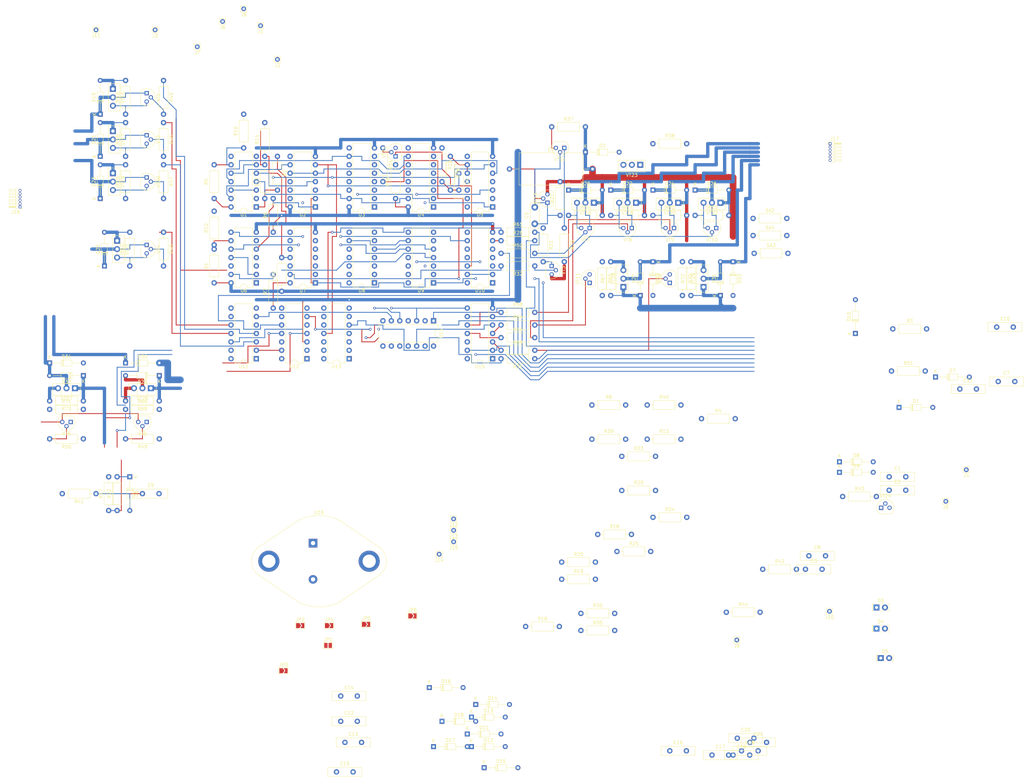
<source format=kicad_pcb>
(kicad_pcb (version 20171130) (host pcbnew "(5.1.4)-1")
  (layers (0 F.Cu signal) (31 B.Cu signal) (34 B.Paste user) (35 F.Paste user) (36 B.SilkS user) (37 F.SilkS user) (38 B.Mask user) (39 F.Mask user) (44 Edge.Cuts user))
  (net 0 "")
  (net 1 +5V)
  (net 2 "Net-(C1-Pad1)")
  (net 3 "Net-(C2-Pad1)")
  (net 4 "Net-(C4-Pad2)")
  (net 5 "Net-(C4-Pad1)")
  (net 6 "Net-(C5-Pad2)")
  (net 7 "Net-(C5-Pad1)")
  (net 8 "Net-(C7-Pad2)")
  (net 9 "Net-(C8-Pad1)")
  (net 10 "Net-(C9-Pad1)")
  (net 11 "Net-(C10-Pad1)")
  (net 12 "Net-(C11-Pad2)")
  (net 13 +9V)
  (net 14 "Net-(D1-Pad1)")
  (net 15 "Net-(D3-Pad1)")
  (net 16 "Net-(D4-Pad1)")
  (net 17 "Net-(D5-Pad1)")
  (net 18 "Net-(D6-Pad2)")
  (net 19 "Net-(D6-Pad1)")
  (net 20 "Net-(D7-Pad2)")
  (net 21 "Net-(D7-Pad1)")
  (net 22 "Net-(D8-Pad2)")
  (net 23 "Net-(D8-Pad1)")
  (net 24 "Net-(D9-Pad2)")
  (net 25 "Net-(D9-Pad1)")
  (net 26 +24V)
  (net 27 "Net-(D19-Pad1)")
  (net 28 "Net-(D20-Pad1)")
  (net 29 "Net-(D21-Pad1)")
  (net 30 "Net-(D22-Pad1)")
  (net 31 "Net-(D23-Pad1)")
  (net 32 "Net-(D24-Pad1)")
  (net 33 "Net-(D25-Pad1)")
  (net 34 "Net-(D26-Pad1)")
  (net 35 "Net-(D27-Pad2)")
  (net 36 "Net-(D28-Pad2)")
  (net 37 "Net-(D31-Pad2)")
  (net 38 "Net-(D32-Pad2)")
  (net 39 "Net-(J1-Pad1)")
  (net 40 "Net-(J2-Pad1)")
  (net 41 "Net-(J4-Pad1)")
  (net 42 "Net-(J6-Pad1)")
  (net 43 "Net-(J7-Pad1)")
  (net 44 "Net-(J8-Pad1)")
  (net 45 "Net-(J9-Pad1)")
  (net 46 "Net-(R1-Pad2)")
  (net 47 "Net-(R11-Pad1)")
  (net 48 "Net-(R3-Pad2)")
  (net 49 "Net-(R4-Pad2)")
  (net 50 "Net-(R10-Pad1)")
  (net 51 "Net-(R8-Pad2)")
  (net 52 "Net-(R14-Pad1)")
  (net 53 "Net-(R15-Pad1)")
  (net 54 "Net-(R17-Pad2)")
  (net 55 "Net-(R18-Pad2)")
  (net 56 "Net-(R19-Pad2)")
  (net 57 "Net-(R20-Pad2)")
  (net 58 "Net-(R21-Pad2)")
  (net 59 "Net-(R24-Pad1)")
  (net 60 "Net-(R26-Pad1)")
  (net 61 "Net-(R28-Pad1)")
  (net 62 "Net-(R29-Pad2)")
  (net 63 "Net-(R31-Pad2)")
  (net 64 "Net-(R31-Pad1)")
  (net 65 "Net-(R32-Pad2)")
  (net 66 "Net-(R32-Pad1)")
  (net 67 "Net-(R33-Pad1)")
  (net 68 "Net-(R34-Pad2)")
  (net 69 "Net-(R34-Pad1)")
  (net 70 "Net-(R36-Pad2)")
  (net 71 "Net-(R37-Pad1)")
  (net 72 "Net-(R39-Pad2)")
  (net 73 "Net-(R45-Pad2)")
  (net 74 /m1-1)
  (net 75 "Net-(R46-Pad2)")
  (net 76 /m1-4)
  (net 77 "Net-(R47-Pad2)")
  (net 78 /m1-3)
  (net 79 "Net-(R48-Pad2)")
  (net 80 /m1-2)
  (net 81 "Net-(R49-Pad2)")
  (net 82 /m1-6)
  (net 83 "Net-(R50-Pad2)")
  (net 84 /m1-5)
  (net 85 "Net-(R52-Pad2)")
  (net 86 /m2-1)
  (net 87 "Net-(R53-Pad1)")
  (net 88 "Net-(R54-Pad1)")
  (net 89 "Net-(R55-Pad2)")
  (net 90 /m2-4)
  (net 91 "Net-(R56-Pad1)")
  (net 92 "Net-(R57-Pad1)")
  (net 93 "Net-(R58-Pad2)")
  (net 94 /m2-3)
  (net 95 "Net-(R59-Pad1)")
  (net 96 "Net-(R60-Pad1)")
  (net 97 "Net-(R61-Pad2)")
  (net 98 /m2-2)
  (net 99 "Net-(R62-Pad1)")
  (net 100 "Net-(R63-Pad1)")
  (net 101 "Net-(R64-Pad2)")
  (net 102 /m2-6)
  (net 103 "Net-(R65-Pad2)")
  (net 104 "Net-(R65-Pad1)")
  (net 105 "Net-(R66-Pad2)")
  (net 106 "Net-(R66-Pad1)")
  (net 107 "Net-(R69-Pad2)")
  (net 108 /m2-5)
  (net 109 "Net-(R70-Pad2)")
  (net 110 "Net-(R70-Pad1)")
  (net 111 "Net-(R71-Pad2)")
  (net 112 "Net-(R71-Pad1)")
  (net 113 "Net-(U1-Pad2)")
  (net 114 "Net-(U1-Pad10)")
  (net 115 "Net-(U1-Pad5)")
  (net 116 "Net-(U1-Pad12)")
  (net 117 "Net-(U1-Pad4)")
  (net 118 "Net-(U1-Pad11)")
  (net 119 "Net-(U2-Pad13)")
  (net 120 "Net-(U2-Pad12)")
  (net 121 "Net-(U2-Pad11)")
  (net 122 "Net-(U2-Pad3)")
  (net 123 "Net-(U11-Pad1)")
  (net 124 "Net-(U3-Pad6)")
  (net 125 "Net-(U3-Pad11)")
  (net 126 "Net-(U14-Pad3)")
  (net 127 "Net-(U4-Pad6)")
  (net 128 "Net-(U4-Pad11)")
  (net 129 "Net-(U5-Pad4)")
  (net 130 "Net-(U5-Pad2)")
  (net 131 "Net-(U6-Pad1)")
  (net 132 "Net-(U6-Pad11)")
  (net 133 "Net-(U11-Pad13)")
  (net 134 "Net-(U11-Pad9)")
  (net 135 "Net-(U12-Pad2)")
  (net 136 "Net-(U15-Pad12)")
  (net 137 "Net-(U11-Pad6)")
  (net 138 "Net-(U12-Pad12)")
  (net 139 "Net-(U12-Pad5)")
  (net 140 "Net-(U12-Pad9)")
  (net 141 "Net-(U13-Pad13)")
  (net 142 "Net-(U14-Pad12)")
  (net 143 "Net-(U14-Pad2)")
  (net 144 "Net-(C12-Pad1)")
  (net 145 "Net-(C13-Pad2)")
  (net 146 "Net-(D11-Pad2)")
  (net 147 "Net-(D13-Pad2)")
  (net 148 "Net-(D15-Pad1)")
  (net 149 "Net-(D17-Pad1)")
  (net 150 "Net-(JP3-Pad1)")
  (net 151 GND)
  (net 152 "Net-(D10-Pad2)")
  (module Capacitor_THT:C_Disc_D7.5mm_W2.5mm_P5.00mm (layer F.Cu) (at 228.6 1.27 90)
    (fp_text reference C5 (at 2.5 -2.5 90) (layer F.SilkS))
    (fp_text value 6n)
    (pad 2 thru_hole circle (at 5 0 90) (size 2 2) (drill 1) (layers *.Cu *.Mask) (net 6 "Net-(C5-Pad2)"))
    (pad 1 thru_hole circle (at 0 0 90) (size 2 2) (drill 1) (layers *.Cu *.Mask) (net 7 "Net-(C5-Pad1)"))
  )
  (module Capacitor_THT:C_Axial_L19.0mm_D9.5mm_P25.00mm_Horizontal (layer F.Cu) (at 220.98 -15.24)
    (fp_text reference C6 (at 12.5 -5.87) (layer F.SilkS))
    (fp_text value "1u (TC205)")
    (pad 2 thru_hole oval (at 25 0) (size 1.6 1.6) (drill 0.8) (layers *.Cu *.Mask) (net 151 GND))
    (pad 1 thru_hole circle (at 0 0) (size 1.6 1.6) (drill 0.8) (layers *.Cu *.Mask) (net 6 "Net-(C5-Pad2)"))
  )
  (module Package_TO_SOT_THT:TO-126-3_Vertical (layer F.Cu) (at 260.35 -16.51 180)
    (fp_text reference VT23 (at 2.54 -3.12) (layer F.SilkS))
    (fp_text value KD139)
    (pad 3 thru_hole oval (at 5.08 0 180) (size 1.8 1.8) (drill 1) (layers *.Cu *.Mask) (net 71 "Net-(R37-Pad1)"))
    (pad 2 thru_hole oval (at 2.54 0 180) (size 1.8 1.8) (drill 1) (layers *.Cu *.Mask) (net 152 "Net-(D10-Pad2)"))
    (pad 1 thru_hole rect (at 0 0 180) (size 1.8 1.8) (drill 1) (layers *.Cu *.Mask) (net 8 "Net-(C7-Pad2)"))
  )
  (module Package_TO_SOT_THT:TO-92 (layer F.Cu) (at 233.68 13.97 270)
    (fp_text reference VT3 (at 1.27 -3.56 90) (layer F.SilkS))
    (fp_text value KC636)
    (pad 1 thru_hole rect (at 0 0) (size 1.3 1.3) (drill 0.75) (layers *.Cu *.Mask) (net 58 "Net-(R21-Pad2)"))
    (pad 3 thru_hole circle (at 2.54 0) (size 1.3 1.3) (drill 0.75) (layers *.Cu *.Mask) (net 1 +5V))
    (pad 2 thru_hole circle (at 1.27 -1.27) (size 1.3 1.3) (drill 0.75) (layers *.Cu *.Mask) (net 66 "Net-(R32-Pad1)"))
  )
  (module Package_DIP:DIP-14_W7.62mm (layer F.Cu) (at 144.78 41.91 180)
    (fp_text reference U11 (at 3.81 -2.33) (layer F.SilkS))
    (fp_text value 4001)
    (pad 14 thru_hole oval (at 7.62 0 180) (size 1.6 1.6) (drill 0.8) (layers *.Cu *.Mask) (net 1 +5V))
    (pad 7 thru_hole oval (at 0 15.24 180) (size 1.6 1.6) (drill 0.8) (layers *.Cu *.Mask) (net 151 GND))
    (pad 13 thru_hole oval (at 7.62 2.54 180) (size 1.6 1.6) (drill 0.8) (layers *.Cu *.Mask) (net 133 "Net-(U11-Pad13)"))
    (pad 6 thru_hole oval (at 0 12.7 180) (size 1.6 1.6) (drill 0.8) (layers *.Cu *.Mask) (net 137 "Net-(U11-Pad6)"))
    (pad 12 thru_hole oval (at 7.62 5.08 180) (size 1.6 1.6) (drill 0.8) (layers *.Cu *.Mask) (net 18 "Net-(D6-Pad2)"))
    (pad 5 thru_hole oval (at 0 10.16 180) (size 1.6 1.6) (drill 0.8) (layers *.Cu *.Mask) (net 20 "Net-(D7-Pad2)"))
    (pad 11 thru_hole oval (at 7.62 7.62 180) (size 1.6 1.6) (drill 0.8) (layers *.Cu *.Mask) (net 80 /m1-2))
    (pad 4 thru_hole oval (at 0 7.62 180) (size 1.6 1.6) (drill 0.8) (layers *.Cu *.Mask) (net 74 /m1-1))
    (pad 10 thru_hole oval (at 7.62 10.16 180) (size 1.6 1.6) (drill 0.8) (layers *.Cu *.Mask) (net 76 /m1-4))
    (pad 3 thru_hole oval (at 0 5.08 180) (size 1.6 1.6) (drill 0.8) (layers *.Cu *.Mask) (net 78 /m1-3))
    (pad 9 thru_hole oval (at 7.62 12.7 180) (size 1.6 1.6) (drill 0.8) (layers *.Cu *.Mask) (net 134 "Net-(U11-Pad9)"))
    (pad 2 thru_hole oval (at 0 2.54 180) (size 1.6 1.6) (drill 0.8) (layers *.Cu *.Mask) (net 20 "Net-(D7-Pad2)"))
    (pad 8 thru_hole oval (at 7.62 15.24 180) (size 1.6 1.6) (drill 0.8) (layers *.Cu *.Mask) (net 18 "Net-(D6-Pad2)"))
    (pad 1 thru_hole rect (at 0 0 180) (size 1.6 1.6) (drill 0.8) (layers *.Cu *.Mask) (net 123 "Net-(U11-Pad1)"))
  )
  (module Package_TO_SOT_THT:TO-126-3_Vertical (layer F.Cu) (at 284.48 -5.08 180)
    (fp_text reference VT22 (at 2.54 -3.12) (layer F.SilkS))
    (fp_text value KD139)
    (pad 3 thru_hole oval (at 5.08 0 180) (size 1.8 1.8) (drill 1) (layers *.Cu *.Mask) (net 100 "Net-(R63-Pad1)"))
    (pad 2 thru_hole oval (at 2.54 0 180) (size 1.8 1.8) (drill 1) (layers *.Cu *.Mask) (net 34 "Net-(D26-Pad1)"))
    (pad 1 thru_hole rect (at 0 0 180) (size 1.8 1.8) (drill 1) (layers *.Cu *.Mask) (net 151 GND))
  )
  (module Package_TO_SOT_THT:TO-126-3_Vertical (layer F.Cu) (at 102.87 6.35 270)
    (fp_text reference VT21 (at 2.54 -3.12 90) (layer F.SilkS))
    (fp_text value KD139)
    (pad 3 thru_hole oval (at 5.08 0 270) (size 1.8 1.8) (drill 1) (layers *.Cu *.Mask) (net 99 "Net-(R62-Pad1)"))
    (pad 2 thru_hole oval (at 2.54 0 270) (size 1.8 1.8) (drill 1) (layers *.Cu *.Mask) (net 33 "Net-(D25-Pad1)"))
    (pad 1 thru_hole rect (at 0 0 270) (size 1.8 1.8) (drill 1) (layers *.Cu *.Mask) (net 151 GND))
  )
  (module Package_TO_SOT_THT:TO-126-3_Vertical (layer F.Cu) (at 271.78 -5.08 180)
    (fp_text reference VT20 (at 2.54 -3.12) (layer F.SilkS))
    (fp_text value KD139)
    (pad 3 thru_hole oval (at 5.08 0 180) (size 1.8 1.8) (drill 1) (layers *.Cu *.Mask) (net 96 "Net-(R60-Pad1)"))
    (pad 2 thru_hole oval (at 2.54 0 180) (size 1.8 1.8) (drill 1) (layers *.Cu *.Mask) (net 32 "Net-(D24-Pad1)"))
    (pad 1 thru_hole rect (at 0 0 180) (size 1.8 1.8) (drill 1) (layers *.Cu *.Mask) (net 151 GND))
  )
  (module Package_TO_SOT_THT:TO-126-3_Vertical (layer F.Cu) (at 101.6 -13.97 270)
    (fp_text reference VT19 (at 2.54 -3.12 90) (layer F.SilkS))
    (fp_text value KD139)
    (pad 3 thru_hole oval (at 5.08 0 270) (size 1.8 1.8) (drill 1) (layers *.Cu *.Mask) (net 95 "Net-(R59-Pad1)"))
    (pad 2 thru_hole oval (at 2.54 0 270) (size 1.8 1.8) (drill 1) (layers *.Cu *.Mask) (net 31 "Net-(D23-Pad1)"))
    (pad 1 thru_hole rect (at 0 0 270) (size 1.8 1.8) (drill 1) (layers *.Cu *.Mask) (net 151 GND))
  )
  (module Package_TO_SOT_THT:TO-126-3_Vertical (layer F.Cu) (at 259.08 -5.08 180)
    (fp_text reference VT18 (at 2.54 -3.12) (layer F.SilkS))
    (fp_text value KD139)
    (pad 3 thru_hole oval (at 5.08 0 180) (size 1.8 1.8) (drill 1) (layers *.Cu *.Mask) (net 92 "Net-(R57-Pad1)"))
    (pad 2 thru_hole oval (at 2.54 0 180) (size 1.8 1.8) (drill 1) (layers *.Cu *.Mask) (net 30 "Net-(D22-Pad1)"))
    (pad 1 thru_hole rect (at 0 0 180) (size 1.8 1.8) (drill 1) (layers *.Cu *.Mask) (net 151 GND))
  )
  (module Package_TO_SOT_THT:TO-126-3_Vertical (layer F.Cu) (at 101.6 -26.67 270)
    (fp_text reference VT17 (at 2.54 -3.12 90) (layer F.SilkS))
    (fp_text value KD139)
    (pad 3 thru_hole oval (at 5.08 0 270) (size 1.8 1.8) (drill 1) (layers *.Cu *.Mask) (net 91 "Net-(R56-Pad1)"))
    (pad 2 thru_hole oval (at 2.54 0 270) (size 1.8 1.8) (drill 1) (layers *.Cu *.Mask) (net 29 "Net-(D21-Pad1)"))
    (pad 1 thru_hole rect (at 0 0 270) (size 1.8 1.8) (drill 1) (layers *.Cu *.Mask) (net 151 GND))
  )
  (module Package_TO_SOT_THT:TO-126-3_Vertical (layer F.Cu) (at 246.38 -5.08 180)
    (fp_text reference VT16 (at 2.54 -3.12) (layer F.SilkS))
    (fp_text value KD139)
    (pad 3 thru_hole oval (at 5.08 0 180) (size 1.8 1.8) (drill 1) (layers *.Cu *.Mask) (net 88 "Net-(R54-Pad1)"))
    (pad 2 thru_hole oval (at 2.54 0 180) (size 1.8 1.8) (drill 1) (layers *.Cu *.Mask) (net 28 "Net-(D20-Pad1)"))
    (pad 1 thru_hole rect (at 0 0 180) (size 1.8 1.8) (drill 1) (layers *.Cu *.Mask) (net 151 GND))
  )
  (module Package_TO_SOT_THT:TO-126-3_Vertical (layer F.Cu) (at 101.6 -39.37 270)
    (fp_text reference VT15 (at 2.54 -3.12 90) (layer F.SilkS))
    (fp_text value KD139)
    (pad 3 thru_hole oval (at 5.08 0 270) (size 1.8 1.8) (drill 1) (layers *.Cu *.Mask) (net 87 "Net-(R53-Pad1)"))
    (pad 2 thru_hole oval (at 2.54 0 270) (size 1.8 1.8) (drill 1) (layers *.Cu *.Mask) (net 27 "Net-(D19-Pad1)"))
    (pad 1 thru_hole rect (at 0 0 270) (size 1.8 1.8) (drill 1) (layers *.Cu *.Mask) (net 151 GND))
  )
  (module Package_TO_SOT_THT:TO-3 (layer F.Cu) (at 161.843329 97.453225)
    (fp_text reference U16 (at 1.8 -9.25) (layer F.SilkS))
    (fp_text value L7805)
    (pad 3 thru_hole circle (at 16.9 5.45) (size 6.35 6.35) (drill 4) (layers *.Cu *.Mask) (net 150 "Net-(JP3-Pad1)"))
    (pad 3 thru_hole circle (at -13.3 5.45) (size 6.35 6.35) (drill 4) (layers *.Cu *.Mask) (net 150 "Net-(JP3-Pad1)"))
    (pad 2 thru_hole circle (at 0 10.92) (size 2.6 2.6) (drill 1.3) (layers *.Cu *.Mask) (net 151 GND))
    (pad 1 thru_hole rect (at 0 0) (size 2.6 2.6) (drill 1.3) (layers *.Cu *.Mask) (net 13 +9V))
  )
  (module Jumper:SolderJumper-2_P1.3mm_Open_TrianglePad1.0x1.5mm (layer F.Cu) (at 191.77 119.38)
    (fp_text reference JP6 (at 0 -1.8) (layer F.SilkS))
    (fp_text value SolderJumper_2_Open)
    (pad 1 smd custom (at -0.725 0) (size 0.3 0.3) (layers F.Cu F.Mask) (net 145 "Net-(C13-Pad2)") (options (clearance outline) (anchor rect)) (primitives (gr_poly (pts (xy -0.5 -0.75) (xy 0.5 -0.75) (xy 1 0) (xy 0.5 0.75) (xy -0.5 0.75)) (width 0))))
    (pad 2 smd custom (at 0.725 0) (size 0.3 0.3) (layers F.Cu F.Mask) (net 26 +24V) (options (clearance outline) (anchor rect)) (primitives (gr_poly (pts (xy -0.65 -0.75) (xy 0.5 -0.75) (xy 0.5 0.75) (xy -0.65 0.75) (xy -0.15 0)) (width 0))))
  )
  (module Jumper:SolderJumper-2_P1.3mm_Open_TrianglePad1.0x1.5mm (layer F.Cu) (at 177.8 121.92)
    (fp_text reference JP5 (at 0 -1.8) (layer F.SilkS))
    (fp_text value SolderJumper_2_Open)
    (pad 1 smd custom (at -0.725 0) (size 0.3 0.3) (layers F.Cu F.Mask) (net 145 "Net-(C13-Pad2)") (options (clearance outline) (anchor rect)) (primitives (gr_poly (pts (xy -0.5 -0.75) (xy 0.5 -0.75) (xy 1 0) (xy 0.5 0.75) (xy -0.5 0.75)) (width 0))))
    (pad 2 smd custom (at 0.725 0) (size 0.3 0.3) (layers F.Cu F.Mask) (net 26 +24V) (options (clearance outline) (anchor rect)) (primitives (gr_poly (pts (xy -0.65 -0.75) (xy 0.5 -0.75) (xy 0.5 0.75) (xy -0.65 0.75) (xy -0.15 0)) (width 0))))
  )
  (module Jumper:SolderJumper-2_P1.3mm_Open_TrianglePad1.0x1.5mm (layer F.Cu) (at 166.68 122.3)
    (fp_text reference JP4 (at 0 -1.8) (layer F.SilkS))
    (fp_text value SolderJumper_2_Open)
    (pad 1 smd custom (at -0.725 0) (size 0.3 0.3) (layers F.Cu F.Mask) (net 150 "Net-(JP3-Pad1)") (options (clearance outline) (anchor rect)) (primitives (gr_poly (pts (xy -0.5 -0.75) (xy 0.5 -0.75) (xy 1 0) (xy 0.5 0.75) (xy -0.5 0.75)) (width 0))))
    (pad 2 smd custom (at 0.725 0) (size 0.3 0.3) (layers F.Cu F.Mask) (net 1 +5V) (options (clearance outline) (anchor rect)) (primitives (gr_poly (pts (xy -0.65 -0.75) (xy 0.5 -0.75) (xy 0.5 0.75) (xy -0.65 0.75) (xy -0.15 0)) (width 0))))
  )
  (module Jumper:SolderJumper-2_P1.3mm_Open_TrianglePad1.0x1.5mm (layer F.Cu) (at 152.945 135.89)
    (fp_text reference JP3 (at 0 -1.8) (layer F.SilkS))
    (fp_text value SolderJumper_2_Open)
    (pad 1 smd custom (at -0.725 0) (size 0.3 0.3) (layers F.Cu F.Mask) (net 150 "Net-(JP3-Pad1)") (options (clearance outline) (anchor rect)) (primitives (gr_poly (pts (xy -0.5 -0.75) (xy 0.5 -0.75) (xy 1 0) (xy 0.5 0.75) (xy -0.5 0.75)) (width 0))))
    (pad 2 smd custom (at 0.725 0) (size 0.3 0.3) (layers F.Cu F.Mask) (net 1 +5V) (options (clearance outline) (anchor rect)) (primitives (gr_poly (pts (xy -0.65 -0.75) (xy 0.5 -0.75) (xy 0.5 0.75) (xy -0.65 0.75) (xy -0.15 0)) (width 0))))
  )
  (module Jumper:SolderJumper-2_P1.3mm_Open_TrianglePad1.0x1.5mm (layer F.Cu) (at 157.98 122.3)
    (fp_text reference JP2 (at 0 -1.8) (layer F.SilkS))
    (fp_text value SolderJumper_2_Open)
    (pad 1 smd custom (at -0.725 0) (size 0.3 0.3) (layers F.Cu F.Mask) (net 144 "Net-(C12-Pad1)") (options (clearance outline) (anchor rect)) (primitives (gr_poly (pts (xy -0.5 -0.75) (xy 0.5 -0.75) (xy 1 0) (xy 0.5 0.75) (xy -0.5 0.75)) (width 0))))
    (pad 2 smd custom (at 0.725 0) (size 0.3 0.3) (layers F.Cu F.Mask) (net 13 +9V) (options (clearance outline) (anchor rect)) (primitives (gr_poly (pts (xy -0.65 -0.75) (xy 0.5 -0.75) (xy 0.5 0.75) (xy -0.65 0.75) (xy -0.15 0)) (width 0))))
  )
  (module Jumper:SolderJumper-2_P1.3mm_Open_Pad1.0x1.5mm (layer F.Cu) (at 166.37 128.27)
    (fp_text reference JP1 (at 0 -1.8) (layer F.SilkS))
    (fp_text value SolderJumper_2_Open)
    (pad 1 smd rect (at -0.65 0) (size 1 1.5) (layers F.Cu F.Mask) (net 144 "Net-(C12-Pad1)"))
    (pad 2 smd rect (at 0.65 0) (size 1 1.5) (layers F.Cu F.Mask) (net 13 +9V))
  )
  (module Connector_Pin:Pin_D0.7mm_L6.5mm_W1.8mm_FlatFork (layer F.Cu) (at 204.17 97.05)
    (fp_text reference J15 (at 0 1.8) (layer F.SilkS))
    (fp_text value MG)
    (pad 1 thru_hole circle (at 0 0) (size 1.4 1.4) (drill 0.7) (layers *.Cu *.Mask) (net 149 "Net-(D17-Pad1)"))
  )
  (module Connector_Pin:Pin_D0.7mm_L6.5mm_W1.8mm_FlatFork (layer F.Cu) (at 199.82 100.8)
    (fp_text reference J14 (at 0 1.8) (layer F.SilkS))
    (fp_text value MG)
    (pad 1 thru_hole circle (at 0 0) (size 1.4 1.4) (drill 0.7) (layers *.Cu *.Mask) (net 148 "Net-(D15-Pad1)"))
  )
  (module Connector_Pin:Pin_D0.7mm_L6.5mm_W1.8mm_FlatFork (layer F.Cu) (at 204.17 93.6)
    (fp_text reference J13 (at 0 1.8) (layer F.SilkS))
    (fp_text value MG)
    (pad 1 thru_hole circle (at 0 0) (size 1.4 1.4) (drill 0.7) (layers *.Cu *.Mask) (net 147 "Net-(D13-Pad2)"))
  )
  (module Connector_Pin:Pin_D0.7mm_L6.5mm_W1.8mm_FlatFork (layer F.Cu) (at 204.17 90.15)
    (fp_text reference J12 (at 0 1.8) (layer F.SilkS))
    (fp_text value MG)
    (pad 1 thru_hole circle (at 0 0) (size 1.4 1.4) (drill 0.7) (layers *.Cu *.Mask) (net 146 "Net-(D11-Pad2)"))
  )
  (module Diode_THT:D_DO-34_SOD68_P10.16mm_Horizontal (layer F.Cu) (at 200.66 151.13)
    (fp_text reference D18 (at 5.08 -1.92) (layer F.SilkS))
    (fp_text value D)
    (fp_text user K (at 0 -1.75) (layer F.SilkS))
    (pad 2 thru_hole oval (at 10.16 0) (size 1.5 1.5) (drill 0.75) (layers *.Cu *.Mask) (net 149 "Net-(D17-Pad1)"))
    (pad 1 thru_hole rect (at 0 0) (size 1.5 1.5) (drill 0.75) (layers *.Cu *.Mask) (net 145 "Net-(C13-Pad2)"))
  )
  (module Diode_THT:D_DO-34_SOD68_P10.16mm_Horizontal (layer F.Cu) (at 198.12 158.75)
    (fp_text reference D17 (at 5.08 -1.92) (layer F.SilkS))
    (fp_text value D)
    (fp_text user K (at 0 -1.75) (layer F.SilkS))
    (pad 2 thru_hole oval (at 10.16 0) (size 1.5 1.5) (drill 0.75) (layers *.Cu *.Mask) (net 151 GND))
    (pad 1 thru_hole rect (at 0 0) (size 1.5 1.5) (drill 0.75) (layers *.Cu *.Mask) (net 149 "Net-(D17-Pad1)"))
  )
  (module Diode_THT:D_DO-34_SOD68_P10.16mm_Horizontal (layer F.Cu) (at 196.85 140.97)
    (fp_text reference D16 (at 5.08 -1.92) (layer F.SilkS))
    (fp_text value D)
    (fp_text user K (at 0 -1.75) (layer F.SilkS))
    (pad 2 thru_hole oval (at 10.16 0) (size 1.5 1.5) (drill 0.75) (layers *.Cu *.Mask) (net 148 "Net-(D15-Pad1)"))
    (pad 1 thru_hole rect (at 0 0) (size 1.5 1.5) (drill 0.75) (layers *.Cu *.Mask) (net 145 "Net-(C13-Pad2)"))
  )
  (module Diode_THT:D_DO-34_SOD68_P10.16mm_Horizontal (layer F.Cu) (at 213.36 165.1)
    (fp_text reference D15 (at 5.08 -1.92) (layer F.SilkS))
    (fp_text value D)
    (fp_text user K (at 0 -1.75) (layer F.SilkS))
    (pad 2 thru_hole oval (at 10.16 0) (size 1.5 1.5) (drill 0.75) (layers *.Cu *.Mask) (net 151 GND))
    (pad 1 thru_hole rect (at 0 0) (size 1.5 1.5) (drill 0.75) (layers *.Cu *.Mask) (net 148 "Net-(D15-Pad1)"))
  )
  (module Diode_THT:D_DO-34_SOD68_P10.16mm_Horizontal (layer F.Cu) (at 210.82 146.05)
    (fp_text reference D14 (at 5.08 -1.92) (layer F.SilkS))
    (fp_text value D)
    (fp_text user K (at 0 -1.75) (layer F.SilkS))
    (pad 2 thru_hole oval (at 10.16 0) (size 1.5 1.5) (drill 0.75) (layers *.Cu *.Mask) (net 151 GND))
    (pad 1 thru_hole rect (at 0 0) (size 1.5 1.5) (drill 0.75) (layers *.Cu *.Mask) (net 147 "Net-(D13-Pad2)"))
  )
  (module Diode_THT:D_DO-34_SOD68_P10.16mm_Horizontal (layer F.Cu) (at 209.55 149.86)
    (fp_text reference D13 (at 5.08 -1.92) (layer F.SilkS))
    (fp_text value D)
    (fp_text user K (at 0 -1.75) (layer F.SilkS))
    (pad 2 thru_hole oval (at 10.16 0) (size 1.5 1.5) (drill 0.75) (layers *.Cu *.Mask) (net 147 "Net-(D13-Pad2)"))
    (pad 1 thru_hole rect (at 0 0) (size 1.5 1.5) (drill 0.75) (layers *.Cu *.Mask) (net 144 "Net-(C12-Pad1)"))
  )
  (module Diode_THT:D_DO-34_SOD68_P10.16mm_Horizontal (layer F.Cu) (at 209.55 158.75)
    (fp_text reference D12 (at 5.08 -1.92) (layer F.SilkS))
    (fp_text value D)
    (fp_text user K (at 0 -1.75) (layer F.SilkS))
    (pad 2 thru_hole oval (at 10.16 0) (size 1.5 1.5) (drill 0.75) (layers *.Cu *.Mask) (net 151 GND))
    (pad 1 thru_hole rect (at 0 0) (size 1.5 1.5) (drill 0.75) (layers *.Cu *.Mask) (net 146 "Net-(D11-Pad2)"))
  )
  (module Diode_THT:D_DO-34_SOD68_P10.16mm_Horizontal (layer F.Cu) (at 208.28 154.94)
    (fp_text reference D11 (at 5.08 -1.92) (layer F.SilkS))
    (fp_text value D)
    (fp_text user K (at 0 -1.75) (layer F.SilkS))
    (pad 2 thru_hole oval (at 10.16 0) (size 1.5 1.5) (drill 0.75) (layers *.Cu *.Mask) (net 146 "Net-(D11-Pad2)"))
    (pad 1 thru_hole rect (at 0 0) (size 1.5 1.5) (drill 0.75) (layers *.Cu *.Mask) (net 144 "Net-(C12-Pad1)"))
  )
  (module Capacitor_THT:C_Disc_D10.0mm_W2.5mm_P5.00mm (layer F.Cu) (at 168.91 166.37)
    (fp_text reference C15 (at 2.5 -2.5) (layer F.SilkS))
    (fp_text value C)
    (pad 2 thru_hole circle (at 5 0) (size 1.6 1.6) (drill 0.8) (layers *.Cu *.Mask) (net 151 GND))
    (pad 1 thru_hole circle (at 0 0) (size 1.6 1.6) (drill 0.8) (layers *.Cu *.Mask) (net 1 +5V))
  )
  (module Capacitor_THT:C_Disc_D10.0mm_W2.5mm_P5.00mm (layer F.Cu) (at 170.18 143.51)
    (fp_text reference C14 (at 2.5 -2.5) (layer F.SilkS))
    (fp_text value C)
    (pad 2 thru_hole circle (at 5 0) (size 1.6 1.6) (drill 0.8) (layers *.Cu *.Mask) (net 151 GND))
    (pad 1 thru_hole circle (at 0 0) (size 1.6 1.6) (drill 0.8) (layers *.Cu *.Mask) (net 13 +9V))
  )
  (module Capacitor_THT:C_Disc_D10.0mm_W2.5mm_P5.00mm (layer F.Cu) (at 171.45 157.48)
    (fp_text reference C13 (at 2.5 -2.5) (layer F.SilkS))
    (fp_text value C)
    (pad 2 thru_hole circle (at 5 0) (size 1.6 1.6) (drill 0.8) (layers *.Cu *.Mask) (net 145 "Net-(C13-Pad2)"))
    (pad 1 thru_hole circle (at 0 0) (size 1.6 1.6) (drill 0.8) (layers *.Cu *.Mask) (net 151 GND))
  )
  (module Capacitor_THT:C_Disc_D10.0mm_W2.5mm_P5.00mm (layer F.Cu) (at 170.18 151.13)
    (fp_text reference C12 (at 2.5 -2.5) (layer F.SilkS))
    (fp_text value C)
    (pad 2 thru_hole circle (at 5 0) (size 1.6 1.6) (drill 0.8) (layers *.Cu *.Mask) (net 151 GND))
    (pad 1 thru_hole circle (at 0 0) (size 1.6 1.6) (drill 0.8) (layers *.Cu *.Mask) (net 144 "Net-(C12-Pad1)"))
  )
  (module Resistor_THT:R_Axial_DIN0207_L6.3mm_D2.5mm_P10.16mm_Horizontal (layer F.Cu) (at 294.31 4.79)
    (fp_text reference SA4 (at 5.08 -2.37) (layer F.SilkS))
    (fp_text value Down)
    (pad 2 thru_hole oval (at 10.16 0) (size 1.6 1.6) (drill 0.8) (layers *.Cu *.Mask) (net 48 "Net-(R3-Pad2)"))
    (pad 1 thru_hole circle (at 0 0) (size 1.6 1.6) (drill 0.8) (layers *.Cu *.Mask) (net 151 GND))
  )
  (module Resistor_THT:R_Axial_DIN0207_L6.3mm_D2.5mm_P10.16mm_Horizontal (layer F.Cu) (at 294.64 10.16)
    (fp_text reference SA3 (at 5.08 -2.37) (layer F.SilkS))
    (fp_text value Up)
    (pad 2 thru_hole oval (at 10.16 0) (size 1.6 1.6) (drill 0.8) (layers *.Cu *.Mask) (net 49 "Net-(R4-Pad2)"))
    (pad 1 thru_hole circle (at 0 0) (size 1.6 1.6) (drill 0.8) (layers *.Cu *.Mask) (net 151 GND))
  )
  (module Resistor_THT:R_Axial_DIN0207_L6.3mm_D2.5mm_P10.16mm_Horizontal (layer F.Cu) (at 294.31 -0.36)
    (fp_text reference SA2 (at 5.08 -2.37) (layer F.SilkS))
    (fp_text value "Pen Up")
    (pad 2 thru_hole oval (at 10.16 0) (size 1.6 1.6) (drill 0.8) (layers *.Cu *.Mask) (net 51 "Net-(R8-Pad2)"))
    (pad 1 thru_hole circle (at 0 0) (size 1.6 1.6) (drill 0.8) (layers *.Cu *.Mask) (net 151 GND))
  )
  (module Resistor_THT:R_Axial_DIN0207_L6.3mm_D2.5mm_P10.16mm_Horizontal (layer F.Cu) (at 286.26 118.27)
    (fp_text reference R44 (at 5.08 -2.37) (layer F.SilkS))
    (fp_text value RTRIM)
    (pad 2 thru_hole oval (at 10.16 0) (size 1.6 1.6) (drill 0.8) (layers *.Cu *.Mask) (net 56 "Net-(R19-Pad2)"))
    (pad 1 thru_hole circle (at 0 0) (size 1.6 1.6) (drill 0.8) (layers *.Cu *.Mask) (net 22 "Net-(D8-Pad2)"))
  )
  (module Resistor_THT:R_Axial_DIN0207_L6.3mm_D2.5mm_P10.16mm_Horizontal (layer F.Cu) (at 321.27 83.42)
    (fp_text reference R43 (at 5.08 -2.37) (layer F.SilkS))
    (fp_text value RTRIM)
    (pad 2 thru_hole oval (at 10.16 0) (size 1.6 1.6) (drill 0.8) (layers *.Cu *.Mask) (net 57 "Net-(R20-Pad2)"))
    (pad 1 thru_hole circle (at 0 0) (size 1.6 1.6) (drill 0.8) (layers *.Cu *.Mask) (net 24 "Net-(D9-Pad2)"))
  )
  (module Resistor_THT:R_Axial_DIN0207_L6.3mm_D2.5mm_P10.16mm_Horizontal (layer F.Cu) (at 297.21 105.32)
    (fp_text reference R42 (at 5.08 -2.37) (layer F.SilkS))
    (fp_text value RTRIM)
    (pad 2 thru_hole oval (at 10.16 0) (size 1.6 1.6) (drill 0.8) (layers *.Cu *.Mask) (net 55 "Net-(R18-Pad2)"))
    (pad 1 thru_hole circle (at 0 0) (size 1.6 1.6) (drill 0.8) (layers *.Cu *.Mask) (net 20 "Net-(D7-Pad2)"))
  )
  (module Resistor_THT:R_Axial_DIN0207_L6.3mm_D2.5mm_P10.16mm_Horizontal (layer F.Cu) (at 96.52 82.55 180)
    (fp_text reference R41 (at 5.08 -2.37) (layer F.SilkS))
    (fp_text value RTRIM)
    (pad 2 thru_hole oval (at 10.16 0 180) (size 1.6 1.6) (drill 0.8) (layers *.Cu *.Mask) (net 54 "Net-(R17-Pad2)"))
    (pad 1 thru_hole circle (at 0 0 180) (size 1.6 1.6) (drill 0.8) (layers *.Cu *.Mask) (net 18 "Net-(D6-Pad2)"))
  )
  (module Resistor_THT:R_Axial_DIN0207_L6.3mm_D2.5mm_P10.16mm_Horizontal (layer F.Cu) (at 262.44 55.85)
    (fp_text reference R40 (at 5.08 -2.37) (layer F.SilkS))
    (fp_text value R)
    (pad 2 thru_hole oval (at 10.16 0) (size 1.6 1.6) (drill 0.8) (layers *.Cu *.Mask) (net 45 "Net-(J9-Pad1)"))
    (pad 1 thru_hole circle (at 0 0) (size 1.6 1.6) (drill 0.8) (layers *.Cu *.Mask) (net 1 +5V))
  )
  (module Resistor_THT:R_Axial_DIN0207_L6.3mm_D2.5mm_P10.16mm_Horizontal (layer F.Cu) (at 245.79 66.15)
    (fp_text reference R39 (at 5.08 -2.37) (layer F.SilkS))
    (fp_text value R)
    (pad 2 thru_hole oval (at 10.16 0) (size 1.6 1.6) (drill 0.8) (layers *.Cu *.Mask) (net 72 "Net-(R39-Pad2)"))
    (pad 1 thru_hole circle (at 0 0) (size 1.6 1.6) (drill 0.8) (layers *.Cu *.Mask) (net 1 +5V))
  )
  (module Resistor_THT:R_Axial_DIN0207_L6.3mm_D2.5mm_P10.16mm_Horizontal (layer F.Cu) (at 264.16 -22.86)
    (fp_text reference R38 (at 5.08 -2.37) (layer F.SilkS))
    (fp_text value R)
    (pad 2 thru_hole oval (at 10.16 0) (size 1.6 1.6) (drill 0.8) (layers *.Cu *.Mask) (net 6 "Net-(C5-Pad2)"))
    (pad 1 thru_hole circle (at 0 0) (size 1.6 1.6) (drill 0.8) (layers *.Cu *.Mask) (net 8 "Net-(C7-Pad2)"))
  )
  (module Resistor_THT:R_Axial_DIN0207_L6.3mm_D2.5mm_P10.16mm_Horizontal (layer F.Cu) (at 233.68 -27.94)
    (fp_text reference R37 (at 5.08 -2.37) (layer F.SilkS))
    (fp_text value R)
    (pad 2 thru_hole oval (at 10.16 0) (size 1.6 1.6) (drill 0.8) (layers *.Cu *.Mask) (net 151 GND))
    (pad 1 thru_hole circle (at 0 0) (size 1.6 1.6) (drill 0.8) (layers *.Cu *.Mask) (net 71 "Net-(R37-Pad1)"))
  )
  (module Resistor_THT:R_Axial_DIN0207_L6.3mm_D2.5mm_P10.16mm_Horizontal (layer F.Cu) (at 186.69 -6.35 90)
    (fp_text reference R36 (at 5.08 -2.37 90) (layer F.SilkS))
    (fp_text value 4k7)
    (pad 2 thru_hole oval (at 10.16 0 90) (size 1.6 1.6) (drill 0.8) (layers *.Cu *.Mask) (net 70 "Net-(R36-Pad2)"))
    (pad 1 thru_hole circle (at 0 0 90) (size 1.6 1.6) (drill 0.8) (layers *.Cu *.Mask) (net 1 +5V))
  )
  (module Resistor_THT:R_Axial_DIN0207_L6.3mm_D2.5mm_P10.16mm_Horizontal (layer F.Cu) (at 242.49 123.77)
    (fp_text reference R35 (at 5.08 -2.37) (layer F.SilkS))
    (fp_text value R)
    (pad 2 thru_hole oval (at 10.16 0) (size 1.6 1.6) (drill 0.8) (layers *.Cu *.Mask) (net 151 GND))
    (pad 1 thru_hole circle (at 0 0) (size 1.6 1.6) (drill 0.8) (layers *.Cu *.Mask) (net 16 "Net-(D4-Pad1)"))
  )
  (module Resistor_THT:R_Axial_DIN0207_L6.3mm_D2.5mm_P10.16mm_Horizontal (layer F.Cu) (at 182.88 -21.59 270)
    (fp_text reference R34 (at 5.08 -2.37 90) (layer F.SilkS))
    (fp_text value 15k)
    (pad 2 thru_hole oval (at 10.16 0 270) (size 1.6 1.6) (drill 0.8) (layers *.Cu *.Mask) (net 68 "Net-(R34-Pad2)"))
    (pad 1 thru_hole circle (at 0 0 270) (size 1.6 1.6) (drill 0.8) (layers *.Cu *.Mask) (net 69 "Net-(R34-Pad1)"))
  )
  (module Resistor_THT:R_Axial_DIN0207_L6.3mm_D2.5mm_P10.16mm_Horizontal (layer F.Cu) (at 237.49 2.54 270)
    (fp_text reference R33 (at 5.08 -2.37 90) (layer F.SilkS))
    (fp_text value 220R)
    (pad 2 thru_hole oval (at 10.16 0 270) (size 1.6 1.6) (drill 0.8) (layers *.Cu *.Mask) (net 1 +5V))
    (pad 1 thru_hole circle (at 0 0 270) (size 1.6 1.6) (drill 0.8) (layers *.Cu *.Mask) (net 67 "Net-(R33-Pad1)"))
  )
  (module Resistor_THT:R_Axial_DIN0207_L6.3mm_D2.5mm_P10.16mm_Horizontal (layer F.Cu) (at 228.6 13.97 180)
    (fp_text reference R32 (at 5.08 -2.37) (layer F.SilkS))
    (fp_text value 27k)
    (pad 2 thru_hole oval (at 10.16 0 180) (size 1.6 1.6) (drill 0.8) (layers *.Cu *.Mask) (net 65 "Net-(R32-Pad2)"))
    (pad 1 thru_hole circle (at 0 0 180) (size 1.6 1.6) (drill 0.8) (layers *.Cu *.Mask) (net 66 "Net-(R32-Pad1)"))
  )
  (module Resistor_THT:R_Axial_DIN0207_L6.3mm_D2.5mm_P10.16mm_Horizontal (layer F.Cu) (at 228.6 41.91 180)
    (fp_text reference R31 (at 5.08 -2.37) (layer F.SilkS))
    (fp_text value 15k)
    (pad 2 thru_hole oval (at 10.16 0 180) (size 1.6 1.6) (drill 0.8) (layers *.Cu *.Mask) (net 63 "Net-(R31-Pad2)"))
    (pad 1 thru_hole circle (at 0 0 180) (size 1.6 1.6) (drill 0.8) (layers *.Cu *.Mask) (net 64 "Net-(R31-Pad1)"))
  )
  (module Resistor_THT:R_Axial_DIN0207_L6.3mm_D2.5mm_P10.16mm_Horizontal (layer F.Cu) (at 242.49 118.62)
    (fp_text reference R30 (at 5.08 -2.37) (layer F.SilkS))
    (fp_text value RTRIM)
    (pad 2 thru_hole oval (at 10.16 0) (size 1.6 1.6) (drill 0.8) (layers *.Cu *.Mask) (net 151 GND))
    (pad 1 thru_hole circle (at 0 0) (size 1.6 1.6) (drill 0.8) (layers *.Cu *.Mask) (net 62 "Net-(R29-Pad2)"))
  )
  (module Resistor_THT:R_Axial_DIN0207_L6.3mm_D2.5mm_P10.16mm_Horizontal (layer F.Cu) (at 254.79 81.6)
    (fp_text reference R29 (at 5.08 -2.37) (layer F.SilkS))
    (fp_text value R)
    (pad 2 thru_hole oval (at 10.16 0) (size 1.6 1.6) (drill 0.8) (layers *.Cu *.Mask) (net 62 "Net-(R29-Pad2)"))
    (pad 1 thru_hole circle (at 0 0) (size 1.6 1.6) (drill 0.8) (layers *.Cu *.Mask) (net 8 "Net-(C7-Pad2)"))
  )
  (module Resistor_THT:R_Axial_DIN0207_L6.3mm_D2.5mm_P10.16mm_Horizontal (layer F.Cu) (at 203.2 -19.05 270)
    (fp_text reference R28 (at 5.08 -2.37 90) (layer F.SilkS))
    (fp_text value 27k)
    (pad 2 thru_hole oval (at 10.16 0 270) (size 1.6 1.6) (drill 0.8) (layers *.Cu *.Mask) (net 4 "Net-(C4-Pad2)"))
    (pad 1 thru_hole circle (at 0 0 270) (size 1.6 1.6) (drill 0.8) (layers *.Cu *.Mask) (net 61 "Net-(R28-Pad1)"))
  )
  (module Resistor_THT:R_Axial_DIN0207_L6.3mm_D2.5mm_P10.16mm_Horizontal (layer F.Cu) (at 236.22 -1.27 90)
    (fp_text reference R27 (at 5.08 -2.37 90) (layer F.SilkS))
    (fp_text value 15k)
    (pad 2 thru_hole oval (at 10.16 0 90) (size 1.6 1.6) (drill 0.8) (layers *.Cu *.Mask) (net 151 GND))
    (pad 1 thru_hole circle (at 0 0 90) (size 1.6 1.6) (drill 0.8) (layers *.Cu *.Mask) (net 7 "Net-(C5-Pad1)"))
  )
  (module Resistor_THT:R_Axial_DIN0207_L6.3mm_D2.5mm_P10.16mm_Horizontal (layer F.Cu) (at 218.44 6.35)
    (fp_text reference R26 (at 5.08 -2.37) (layer F.SilkS))
    (fp_text value 220R)
    (pad 2 thru_hole oval (at 10.16 0) (size 1.6 1.6) (drill 0.8) (layers *.Cu *.Mask) (net 17 "Net-(D5-Pad1)"))
    (pad 1 thru_hole circle (at 0 0) (size 1.6 1.6) (drill 0.8) (layers *.Cu *.Mask) (net 60 "Net-(R26-Pad1)"))
  )
  (module Resistor_THT:R_Axial_DIN0207_L6.3mm_D2.5mm_P10.16mm_Horizontal (layer F.Cu) (at 253.34 99.97)
    (fp_text reference R25 (at 5.08 -2.37) (layer F.SilkS))
    (fp_text value R)
    (pad 2 thru_hole oval (at 10.16 0) (size 1.6 1.6) (drill 0.8) (layers *.Cu *.Mask) (net 25 "Net-(D9-Pad1)"))
    (pad 1 thru_hole circle (at 0 0) (size 1.6 1.6) (drill 0.8) (layers *.Cu *.Mask) (net 12 "Net-(C11-Pad2)"))
  )
  (module Resistor_THT:R_Axial_DIN0207_L6.3mm_D2.5mm_P10.16mm_Horizontal (layer F.Cu) (at 264.19 89.67)
    (fp_text reference R24 (at 5.08 -2.37) (layer F.SilkS))
    (fp_text value R)
    (pad 2 thru_hole oval (at 10.16 0) (size 1.6 1.6) (drill 0.8) (layers *.Cu *.Mask) (net 15 "Net-(D3-Pad1)"))
    (pad 1 thru_hole circle (at 0 0) (size 1.6 1.6) (drill 0.8) (layers *.Cu *.Mask) (net 59 "Net-(R24-Pad1)"))
  )
  (module Resistor_THT:R_Axial_DIN0207_L6.3mm_D2.5mm_P10.16mm_Horizontal (layer F.Cu) (at 254.79 71.3)
    (fp_text reference R23 (at 5.08 -2.37) (layer F.SilkS))
    (fp_text value R)
    (pad 2 thru_hole oval (at 10.16 0) (size 1.6 1.6) (drill 0.8) (layers *.Cu *.Mask) (net 21 "Net-(D7-Pad1)"))
    (pad 1 thru_hole circle (at 0 0) (size 1.6 1.6) (drill 0.8) (layers *.Cu *.Mask) (net 9 "Net-(C8-Pad1)"))
  )
  (module Resistor_THT:R_Axial_DIN0207_L6.3mm_D2.5mm_P10.16mm_Horizontal (layer F.Cu) (at 102.87 87.63 90)
    (fp_text reference R22 (at 5.08 -2.37 90) (layer F.SilkS))
    (fp_text value 27k)
    (pad 2 thru_hole oval (at 10.16 0 90) (size 1.6 1.6) (drill 0.8) (layers *.Cu *.Mask) (net 19 "Net-(D6-Pad1)"))
    (pad 1 thru_hole circle (at 0 0 90) (size 1.6 1.6) (drill 0.8) (layers *.Cu *.Mask) (net 10 "Net-(C9-Pad1)"))
  )
  (module Resistor_THT:R_Axial_DIN0207_L6.3mm_D2.5mm_P10.16mm_Horizontal (layer F.Cu) (at 231.14 2.54 270)
    (fp_text reference R21 (at 5.08 -2.37 90) (layer F.SilkS))
    (fp_text value 3k9)
    (pad 2 thru_hole oval (at 10.16 0 270) (size 1.6 1.6) (drill 0.8) (layers *.Cu *.Mask) (net 58 "Net-(R21-Pad2)"))
    (pad 1 thru_hole circle (at 0 0 270) (size 1.6 1.6) (drill 0.8) (layers *.Cu *.Mask) (net 7 "Net-(C5-Pad1)"))
  )
  (module Resistor_THT:R_Axial_DIN0207_L6.3mm_D2.5mm_P10.16mm_Horizontal (layer F.Cu) (at 236.69 103.17)
    (fp_text reference R20 (at 5.08 -2.37) (layer F.SilkS))
    (fp_text value R)
    (pad 2 thru_hole oval (at 10.16 0) (size 1.6 1.6) (drill 0.8) (layers *.Cu *.Mask) (net 57 "Net-(R20-Pad2)"))
    (pad 1 thru_hole circle (at 0 0) (size 1.6 1.6) (drill 0.8) (layers *.Cu *.Mask) (net 12 "Net-(C11-Pad2)"))
  )
  (module Resistor_THT:R_Axial_DIN0207_L6.3mm_D2.5mm_P10.16mm_Horizontal (layer F.Cu) (at 236.69 108.32)
    (fp_text reference R19 (at 5.08 -2.37) (layer F.SilkS))
    (fp_text value R)
    (pad 2 thru_hole oval (at 10.16 0) (size 1.6 1.6) (drill 0.8) (layers *.Cu *.Mask) (net 56 "Net-(R19-Pad2)"))
    (pad 1 thru_hole circle (at 0 0) (size 1.6 1.6) (drill 0.8) (layers *.Cu *.Mask) (net 11 "Net-(C10-Pad1)"))
  )
  (module Resistor_THT:R_Axial_DIN0207_L6.3mm_D2.5mm_P10.16mm_Horizontal (layer F.Cu) (at 247.54 94.82)
    (fp_text reference R18 (at 5.08 -2.37) (layer F.SilkS))
    (fp_text value R)
    (pad 2 thru_hole oval (at 10.16 0) (size 1.6 1.6) (drill 0.8) (layers *.Cu *.Mask) (net 55 "Net-(R18-Pad2)"))
    (pad 1 thru_hole circle (at 0 0) (size 1.6 1.6) (drill 0.8) (layers *.Cu *.Mask) (net 9 "Net-(C8-Pad1)"))
  )
  (module Resistor_THT:R_Axial_DIN0207_L6.3mm_D2.5mm_P10.16mm_Horizontal (layer F.Cu) (at 100.33 87.63 90)
    (fp_text reference R17 (at 5.08 -2.37 90) (layer F.SilkS))
    (fp_text value 150k)
    (pad 2 thru_hole oval (at 10.16 0 90) (size 1.6 1.6) (drill 0.8) (layers *.Cu *.Mask) (net 54 "Net-(R17-Pad2)"))
    (pad 1 thru_hole circle (at 0 0 90) (size 1.6 1.6) (drill 0.8) (layers *.Cu *.Mask) (net 10 "Net-(C9-Pad1)"))
  )
  (module Resistor_THT:R_Axial_DIN0207_L6.3mm_D2.5mm_P10.16mm_Horizontal (layer F.Cu) (at 225.84 122.57)
    (fp_text reference R16 (at 5.08 -2.37) (layer F.SilkS))
    (fp_text value R)
    (pad 2 thru_hole oval (at 10.16 0) (size 1.6 1.6) (drill 0.8) (layers *.Cu *.Mask) (net 3 "Net-(C2-Pad1)"))
    (pad 1 thru_hole circle (at 0 0) (size 1.6 1.6) (drill 0.8) (layers *.Cu *.Mask) (net 151 GND))
  )
  (module Resistor_THT:R_Axial_DIN0207_L6.3mm_D2.5mm_P10.16mm_Horizontal (layer F.Cu) (at 200.66 -21.59 270)
    (fp_text reference R15 (at 5.08 -2.37 90) (layer F.SilkS))
    (fp_text value 180k)
    (pad 2 thru_hole oval (at 10.16 0 270) (size 1.6 1.6) (drill 0.8) (layers *.Cu *.Mask) (net 4 "Net-(C4-Pad2)"))
    (pad 1 thru_hole circle (at 0 0 270) (size 1.6 1.6) (drill 0.8) (layers *.Cu *.Mask) (net 53 "Net-(R15-Pad1)"))
  )
  (module Resistor_THT:R_Axial_DIN0207_L6.3mm_D2.5mm_P10.16mm_Horizontal (layer F.Cu) (at 147.32 -19.05 90)
    (fp_text reference R14 (at 5.08 -2.37 90) (layer F.SilkS))
    (fp_text value 100R)
    (pad 2 thru_hole oval (at 10.16 0 90) (size 1.6 1.6) (drill 0.8) (layers *.Cu *.Mask) (net 39 "Net-(J1-Pad1)"))
    (pad 1 thru_hole circle (at 0 0 90) (size 1.6 1.6) (drill 0.8) (layers *.Cu *.Mask) (net 52 "Net-(R14-Pad1)"))
  )
  (module Resistor_THT:R_Axial_DIN0207_L6.3mm_D2.5mm_P10.16mm_Horizontal (layer F.Cu) (at 262.44 66.15)
    (fp_text reference R13 (at 5.08 -2.37) (layer F.SilkS))
    (fp_text value R)
    (pad 2 thru_hole oval (at 10.16 0) (size 1.6 1.6) (drill 0.8) (layers *.Cu *.Mask) (net 2 "Net-(C1-Pad1)"))
    (pad 1 thru_hole circle (at 0 0) (size 1.6 1.6) (drill 0.8) (layers *.Cu *.Mask) (net 1 +5V))
  )
  (module Resistor_THT:R_Axial_DIN0207_L6.3mm_D2.5mm_P10.16mm_Horizontal (layer F.Cu) (at 132.08 7.62 90)
    (fp_text reference R12 (at 5.08 -2.37 90) (layer F.SilkS))
    (fp_text value 100R)
    (pad 2 thru_hole oval (at 10.16 0 90) (size 1.6 1.6) (drill 0.8) (layers *.Cu *.Mask) (net 43 "Net-(J7-Pad1)"))
    (pad 1 thru_hole circle (at 0 0 90) (size 1.6 1.6) (drill 0.8) (layers *.Cu *.Mask) (net 46 "Net-(R1-Pad2)"))
  )
  (module Resistor_THT:R_Axial_DIN0207_L6.3mm_D2.5mm_P10.16mm_Horizontal (layer F.Cu) (at 147.32 -6.35 90)
    (fp_text reference R11 (at 5.08 -2.37 90) (layer F.SilkS))
    (fp_text value 100R)
    (pad 2 thru_hole oval (at 10.16 0 90) (size 1.6 1.6) (drill 0.8) (layers *.Cu *.Mask) (net 42 "Net-(J6-Pad1)"))
    (pad 1 thru_hole circle (at 0 0 90) (size 1.6 1.6) (drill 0.8) (layers *.Cu *.Mask) (net 47 "Net-(R11-Pad1)"))
  )
  (module Resistor_THT:R_Axial_DIN0207_L6.3mm_D2.5mm_P10.16mm_Horizontal (layer F.Cu) (at 140.97 -21.59 90)
    (fp_text reference R10 (at 5.08 -2.37 90) (layer F.SilkS))
    (fp_text value 100R)
    (pad 2 thru_hole oval (at 10.16 0 90) (size 1.6 1.6) (drill 0.8) (layers *.Cu *.Mask) (net 44 "Net-(J8-Pad1)"))
    (pad 1 thru_hole circle (at 0 0 90) (size 1.6 1.6) (drill 0.8) (layers *.Cu *.Mask) (net 50 "Net-(R10-Pad1)"))
  )
  (module Resistor_THT:R_Axial_DIN0207_L6.3mm_D2.5mm_P10.16mm_Horizontal (layer F.Cu) (at 152.4 21.59 90)
    (fp_text reference R9 (at 5.08 -2.37 90) (layer F.SilkS))
    (fp_text value R)
    (pad 2 thru_hole oval (at 10.16 0 90) (size 1.6 1.6) (drill 0.8) (layers *.Cu *.Mask) (net 52 "Net-(R14-Pad1)"))
    (pad 1 thru_hole circle (at 0 0 90) (size 1.6 1.6) (drill 0.8) (layers *.Cu *.Mask) (net 1 +5V))
  )
  (module Resistor_THT:R_Axial_DIN0207_L6.3mm_D2.5mm_P10.16mm_Horizontal (layer F.Cu) (at 245.79 55.85)
    (fp_text reference R8 (at 5.08 -2.37) (layer F.SilkS))
    (fp_text value R)
    (pad 2 thru_hole oval (at 10.16 0) (size 1.6 1.6) (drill 0.8) (layers *.Cu *.Mask) (net 51 "Net-(R8-Pad2)"))
    (pad 1 thru_hole circle (at 0 0) (size 1.6 1.6) (drill 0.8) (layers *.Cu *.Mask) (net 1 +5V))
  )
  (module Resistor_THT:R_Axial_DIN0207_L6.3mm_D2.5mm_P10.16mm_Horizontal (layer F.Cu) (at 149.86 26.67 90)
    (fp_text reference R7 (at 5.08 -2.37 90) (layer F.SilkS))
    (fp_text value 3k9)
    (pad 2 thru_hole oval (at 10.16 0 90) (size 1.6 1.6) (drill 0.8) (layers *.Cu *.Mask) (net 41 "Net-(J4-Pad1)"))
    (pad 1 thru_hole circle (at 0 0 90) (size 1.6 1.6) (drill 0.8) (layers *.Cu *.Mask) (net 1 +5V))
  )
  (module Resistor_THT:R_Axial_DIN0207_L6.3mm_D2.5mm_P10.16mm_Horizontal (layer F.Cu) (at 149.86 3.81 90)
    (fp_text reference R6 (at 5.08 -2.37 90) (layer F.SilkS))
    (fp_text value 3k9)
    (pad 2 thru_hole oval (at 10.16 0 90) (size 1.6 1.6) (drill 0.8) (layers *.Cu *.Mask) (net 40 "Net-(J2-Pad1)"))
    (pad 1 thru_hole circle (at 0 0 90) (size 1.6 1.6) (drill 0.8) (layers *.Cu *.Mask) (net 1 +5V))
  )
  (module Resistor_THT:R_Axial_DIN0207_L6.3mm_D2.5mm_P10.16mm_Horizontal (layer F.Cu) (at 132.08 -6.35 90)
    (fp_text reference R5 (at 5.08 -2.37 90) (layer F.SilkS))
    (fp_text value 3.9k)
    (pad 2 thru_hole oval (at 10.16 0 90) (size 1.6 1.6) (drill 0.8) (layers *.Cu *.Mask) (net 50 "Net-(R10-Pad1)"))
    (pad 1 thru_hole circle (at 0 0 90) (size 1.6 1.6) (drill 0.8) (layers *.Cu *.Mask) (net 1 +5V))
  )
  (module Resistor_THT:R_Axial_DIN0207_L6.3mm_D2.5mm_P10.16mm_Horizontal (layer F.Cu) (at 278.78 59.97)
    (fp_text reference R4 (at 5.08 -2.37) (layer F.SilkS))
    (fp_text value R)
    (pad 2 thru_hole oval (at 10.16 0) (size 1.6 1.6) (drill 0.8) (layers *.Cu *.Mask) (net 49 "Net-(R4-Pad2)"))
    (pad 1 thru_hole circle (at 0 0) (size 1.6 1.6) (drill 0.8) (layers *.Cu *.Mask) (net 1 +5V))
  )
  (module Resistor_THT:R_Axial_DIN0207_L6.3mm_D2.5mm_P10.16mm_Horizontal (layer F.Cu) (at 336.38 32.92)
    (fp_text reference R3 (at 5.08 -2.37) (layer F.SilkS))
    (fp_text value R)
    (pad 2 thru_hole oval (at 10.16 0) (size 1.6 1.6) (drill 0.8) (layers *.Cu *.Mask) (net 48 "Net-(R3-Pad2)"))
    (pad 1 thru_hole circle (at 0 0) (size 1.6 1.6) (drill 0.8) (layers *.Cu *.Mask) (net 1 +5V))
  )
  (module Resistor_THT:R_Axial_DIN0207_L6.3mm_D2.5mm_P10.16mm_Horizontal (layer F.Cu) (at 151.13 -19.05 270)
    (fp_text reference R2 (at 5.08 -2.37 90) (layer F.SilkS))
    (fp_text value 3k9)
    (pad 2 thru_hole oval (at 10.16 0 270) (size 1.6 1.6) (drill 0.8) (layers *.Cu *.Mask) (net 47 "Net-(R11-Pad1)"))
    (pad 1 thru_hole circle (at 0 0 270) (size 1.6 1.6) (drill 0.8) (layers *.Cu *.Mask) (net 1 +5V))
  )
  (module Resistor_THT:R_Axial_DIN0207_L6.3mm_D2.5mm_P10.16mm_Horizontal (layer F.Cu) (at 132.08 19.05 90)
    (fp_text reference R1 (at 5.08 -2.37 90) (layer F.SilkS))
    (fp_text value 3k9)
    (pad 2 thru_hole oval (at 10.16 0 90) (size 1.6 1.6) (drill 0.8) (layers *.Cu *.Mask) (net 46 "Net-(R1-Pad2)"))
    (pad 1 thru_hole circle (at 0 0 90) (size 1.6 1.6) (drill 0.8) (layers *.Cu *.Mask) (net 1 +5V))
  )
  (module Package_DIP:DIP-14_W7.62mm (layer F.Cu) (at 144.78 19.05 180)
    (fp_text reference U6 (at 3.81 -2.33) (layer F.SilkS))
    (fp_text value 4001)
    (pad 14 thru_hole oval (at 7.62 0 180) (size 1.6 1.6) (drill 0.8) (layers *.Cu *.Mask) (net 1 +5V))
    (pad 7 thru_hole oval (at 0 15.24 180) (size 1.6 1.6) (drill 0.8) (layers *.Cu *.Mask) (net 151 GND))
    (pad 13 thru_hole oval (at 7.62 2.54 180) (size 1.6 1.6) (drill 0.8) (layers *.Cu *.Mask) (net 41 "Net-(J4-Pad1)"))
    (pad 6 thru_hole oval (at 0 12.7 180) (size 1.6 1.6) (drill 0.8) (layers *.Cu *.Mask) (net 118 "Net-(U1-Pad11)"))
    (pad 12 thru_hole oval (at 7.62 5.08 180) (size 1.6 1.6) (drill 0.8) (layers *.Cu *.Mask) (net 116 "Net-(U1-Pad12)"))
    (pad 5 thru_hole oval (at 0 10.16 180) (size 1.6 1.6) (drill 0.8) (layers *.Cu *.Mask) (net 40 "Net-(J2-Pad1)"))
    (pad 11 thru_hole oval (at 7.62 7.62 180) (size 1.6 1.6) (drill 0.8) (layers *.Cu *.Mask) (net 132 "Net-(U6-Pad11)"))
    (pad 4 thru_hole oval (at 0 7.62 180) (size 1.6 1.6) (drill 0.8) (layers *.Cu *.Mask) (net 131 "Net-(U6-Pad1)"))
    (pad 10 thru_hole oval (at 7.62 10.16 180) (size 1.6 1.6) (drill 0.8) (layers *.Cu *.Mask) (net 120 "Net-(U2-Pad12)"))
    (pad 3 thru_hole oval (at 0 5.08 180) (size 1.6 1.6) (drill 0.8) (layers *.Cu *.Mask) (net 119 "Net-(U2-Pad13)"))
    (pad 9 thru_hole oval (at 7.62 12.7 180) (size 1.6 1.6) (drill 0.8) (layers *.Cu *.Mask) (net 46 "Net-(R1-Pad2)"))
    (pad 2 thru_hole oval (at 0 2.54 180) (size 1.6 1.6) (drill 0.8) (layers *.Cu *.Mask) (net 132 "Net-(U6-Pad11)"))
    (pad 8 thru_hole oval (at 7.62 15.24 180) (size 1.6 1.6) (drill 0.8) (layers *.Cu *.Mask) (net 46 "Net-(R1-Pad2)"))
    (pad 1 thru_hole rect (at 0 0 180) (size 1.6 1.6) (drill 0.8) (layers *.Cu *.Mask) (net 131 "Net-(U6-Pad1)"))
  )
  (module Package_DIP:DIP-14_W7.62mm (layer F.Cu) (at 215.9 -3.81 180)
    (fp_text reference U5 (at 3.81 -2.33) (layer F.SilkS))
    (fp_text value 4069)
    (pad 14 thru_hole oval (at 7.62 0 180) (size 1.6 1.6) (drill 0.8) (layers *.Cu *.Mask) (net 1 +5V))
    (pad 7 thru_hole oval (at 0 15.24 180) (size 1.6 1.6) (drill 0.8) (layers *.Cu *.Mask) (net 151 GND))
    (pad 13 thru_hole oval (at 7.62 2.54 180) (size 1.6 1.6) (drill 0.8) (layers *.Cu *.Mask))
    (pad 6 thru_hole oval (at 0 12.7 180) (size 1.6 1.6) (drill 0.8) (layers *.Cu *.Mask) (net 113 "Net-(U1-Pad2)"))
    (pad 12 thru_hole oval (at 7.62 5.08 180) (size 1.6 1.6) (drill 0.8) (layers *.Cu *.Mask))
    (pad 5 thru_hole oval (at 0 10.16 180) (size 1.6 1.6) (drill 0.8) (layers *.Cu *.Mask) (net 46 "Net-(R1-Pad2)"))
    (pad 11 thru_hole oval (at 7.62 7.62 180) (size 1.6 1.6) (drill 0.8) (layers *.Cu *.Mask) (net 53 "Net-(R15-Pad1)"))
    (pad 4 thru_hole oval (at 0 7.62 180) (size 1.6 1.6) (drill 0.8) (layers *.Cu *.Mask) (net 129 "Net-(U5-Pad4)"))
    (pad 10 thru_hole oval (at 7.62 10.16 180) (size 1.6 1.6) (drill 0.8) (layers *.Cu *.Mask) (net 61 "Net-(R28-Pad1)"))
    (pad 3 thru_hole oval (at 0 5.08 180) (size 1.6 1.6) (drill 0.8) (layers *.Cu *.Mask) (net 128 "Net-(U4-Pad11)"))
    (pad 9 thru_hole oval (at 7.62 12.7 180) (size 1.6 1.6) (drill 0.8) (layers *.Cu *.Mask) (net 61 "Net-(R28-Pad1)"))
    (pad 2 thru_hole oval (at 0 2.54 180) (size 1.6 1.6) (drill 0.8) (layers *.Cu *.Mask) (net 130 "Net-(U5-Pad2)"))
    (pad 8 thru_hole oval (at 7.62 15.24 180) (size 1.6 1.6) (drill 0.8) (layers *.Cu *.Mask) (net 5 "Net-(C4-Pad1)"))
    (pad 1 thru_hole rect (at 0 0 180) (size 1.6 1.6) (drill 0.8) (layers *.Cu *.Mask) (net 125 "Net-(U3-Pad11)"))
  )
  (module Package_DIP:DIP-14_W7.62mm (layer F.Cu) (at 162.56 -3.81 180)
    (fp_text reference U2 (at 3.81 -2.33) (layer F.SilkS))
    (fp_text value 4011)
    (pad 14 thru_hole oval (at 7.62 0 180) (size 1.6 1.6) (drill 0.8) (layers *.Cu *.Mask) (net 1 +5V))
    (pad 7 thru_hole oval (at 0 15.24 180) (size 1.6 1.6) (drill 0.8) (layers *.Cu *.Mask) (net 151 GND))
    (pad 13 thru_hole oval (at 7.62 2.54 180) (size 1.6 1.6) (drill 0.8) (layers *.Cu *.Mask) (net 119 "Net-(U2-Pad13)"))
    (pad 6 thru_hole oval (at 0 12.7 180) (size 1.6 1.6) (drill 0.8) (layers *.Cu *.Mask) (net 5 "Net-(C4-Pad1)"))
    (pad 12 thru_hole oval (at 7.62 5.08 180) (size 1.6 1.6) (drill 0.8) (layers *.Cu *.Mask) (net 120 "Net-(U2-Pad12)"))
    (pad 5 thru_hole oval (at 0 10.16 180) (size 1.6 1.6) (drill 0.8) (layers *.Cu *.Mask) (net 46 "Net-(R1-Pad2)"))
    (pad 11 thru_hole oval (at 7.62 7.62 180) (size 1.6 1.6) (drill 0.8) (layers *.Cu *.Mask) (net 121 "Net-(U2-Pad11)"))
    (pad 4 thru_hole oval (at 0 7.62 180) (size 1.6 1.6) (drill 0.8) (layers *.Cu *.Mask) (net 115 "Net-(U1-Pad5)"))
    (pad 10 thru_hole oval (at 7.62 10.16 180) (size 1.6 1.6) (drill 0.8) (layers *.Cu *.Mask) (net 46 "Net-(R1-Pad2)"))
    (pad 3 thru_hole oval (at 0 5.08 180) (size 1.6 1.6) (drill 0.8) (layers *.Cu *.Mask) (net 122 "Net-(U2-Pad3)"))
    (pad 9 thru_hole oval (at 7.62 12.7 180) (size 1.6 1.6) (drill 0.8) (layers *.Cu *.Mask) (net 49 "Net-(R4-Pad2)"))
    (pad 2 thru_hole oval (at 0 2.54 180) (size 1.6 1.6) (drill 0.8) (layers *.Cu *.Mask) (net 68 "Net-(R34-Pad2)"))
    (pad 8 thru_hole oval (at 7.62 15.24 180) (size 1.6 1.6) (drill 0.8) (layers *.Cu *.Mask) (net 48 "Net-(R3-Pad2)"))
    (pad 1 thru_hole rect (at 0 0 180) (size 1.6 1.6) (drill 0.8) (layers *.Cu *.Mask) (net 40 "Net-(J2-Pad1)"))
  )
  (module Package_DIP:DIP-14_W7.62mm (layer F.Cu) (at 144.78 -3.81 180)
    (fp_text reference U1 (at 3.81 -2.33) (layer F.SilkS))
    (fp_text value 4011)
    (pad 14 thru_hole oval (at 7.62 0 180) (size 1.6 1.6) (drill 0.8) (layers *.Cu *.Mask) (net 1 +5V))
    (pad 7 thru_hole oval (at 0 15.24 180) (size 1.6 1.6) (drill 0.8) (layers *.Cu *.Mask) (net 151 GND))
    (pad 13 thru_hole oval (at 7.62 2.54 180) (size 1.6 1.6) (drill 0.8) (layers *.Cu *.Mask) (net 49 "Net-(R4-Pad2)"))
    (pad 6 thru_hole oval (at 0 12.7 180) (size 1.6 1.6) (drill 0.8) (layers *.Cu *.Mask) (net 114 "Net-(U1-Pad10)"))
    (pad 12 thru_hole oval (at 7.62 5.08 180) (size 1.6 1.6) (drill 0.8) (layers *.Cu *.Mask) (net 116 "Net-(U1-Pad12)"))
    (pad 5 thru_hole oval (at 0 10.16 180) (size 1.6 1.6) (drill 0.8) (layers *.Cu *.Mask) (net 115 "Net-(U1-Pad5)"))
    (pad 11 thru_hole oval (at 7.62 7.62 180) (size 1.6 1.6) (drill 0.8) (layers *.Cu *.Mask) (net 118 "Net-(U1-Pad11)"))
    (pad 4 thru_hole oval (at 0 7.62 180) (size 1.6 1.6) (drill 0.8) (layers *.Cu *.Mask) (net 117 "Net-(U1-Pad4)"))
    (pad 10 thru_hole oval (at 7.62 10.16 180) (size 1.6 1.6) (drill 0.8) (layers *.Cu *.Mask) (net 114 "Net-(U1-Pad10)"))
    (pad 3 thru_hole oval (at 0 5.08 180) (size 1.6 1.6) (drill 0.8) (layers *.Cu *.Mask) (net 116 "Net-(U1-Pad12)"))
    (pad 9 thru_hole oval (at 7.62 12.7 180) (size 1.6 1.6) (drill 0.8) (layers *.Cu *.Mask) (net 50 "Net-(R10-Pad1)"))
    (pad 2 thru_hole oval (at 0 2.54 180) (size 1.6 1.6) (drill 0.8) (layers *.Cu *.Mask) (net 113 "Net-(U1-Pad2)"))
    (pad 8 thru_hole oval (at 7.62 15.24 180) (size 1.6 1.6) (drill 0.8) (layers *.Cu *.Mask) (net 113 "Net-(U1-Pad2)"))
    (pad 1 thru_hole rect (at 0 0 180) (size 1.6 1.6) (drill 0.8) (layers *.Cu *.Mask) (net 47 "Net-(R11-Pad1)"))
  )
  (module Package_TO_SOT_THT:TO-92 (layer F.Cu) (at 111.76 -12.7 270)
    (fp_text reference VT30 (at 1.27 -3.56 90) (layer F.SilkS))
    (fp_text value KC639)
    (pad 1 thru_hole rect (at 0 0) (size 1.3 1.3) (drill 0.75) (layers *.Cu *.Mask) (net 31 "Net-(D23-Pad1)"))
    (pad 3 thru_hole circle (at 2.54 0) (size 1.3 1.3) (drill 0.75) (layers *.Cu *.Mask) (net 95 "Net-(R59-Pad1)"))
    (pad 2 thru_hole circle (at 1.27 -1.27) (size 1.3 1.3) (drill 0.75) (layers *.Cu *.Mask) (net 77 "Net-(R47-Pad2)"))
  )
  (module Package_TO_SOT_THT:TO-126-3_Vertical (layer F.Cu) (at 279.4 20.32 90)
    (fp_text reference VT29 (at 2.54 -3.12 90) (layer F.SilkS))
    (fp_text value KD140)
    (pad 3 thru_hole oval (at 5.08 0 90) (size 1.8 1.8) (drill 1) (layers *.Cu *.Mask) (net 110 "Net-(R70-Pad1)"))
    (pad 2 thru_hole oval (at 2.54 0 90) (size 1.8 1.8) (drill 1) (layers *.Cu *.Mask) (net 37 "Net-(D31-Pad2)"))
    (pad 1 thru_hole rect (at 0 0 90) (size 1.8 1.8) (drill 1) (layers *.Cu *.Mask) (net 26 +24V))
  )
  (module Package_TO_SOT_THT:TO-126-3_Vertical (layer F.Cu) (at 255.27 20.32 90)
    (fp_text reference VT28 (at 2.54 -3.12 90) (layer F.SilkS))
    (fp_text value KD140)
    (pad 3 thru_hole oval (at 5.08 0 90) (size 1.8 1.8) (drill 1) (layers *.Cu *.Mask) (net 104 "Net-(R65-Pad1)"))
    (pad 2 thru_hole oval (at 2.54 0 90) (size 1.8 1.8) (drill 1) (layers *.Cu *.Mask) (net 35 "Net-(D27-Pad2)"))
    (pad 1 thru_hole rect (at 0 0 90) (size 1.8 1.8) (drill 1) (layers *.Cu *.Mask) (net 26 +24V))
  )
  (module Package_TO_SOT_THT:TO-126-3_Vertical (layer F.Cu) (at 90.17 50.8 180)
    (fp_text reference VT27 (at 2.54 -3.12) (layer F.SilkS))
    (fp_text value KD140)
    (pad 3 thru_hole oval (at 5.08 0 180) (size 1.8 1.8) (drill 1) (layers *.Cu *.Mask) (net 112 "Net-(R71-Pad1)"))
    (pad 2 thru_hole oval (at 2.54 0 180) (size 1.8 1.8) (drill 1) (layers *.Cu *.Mask) (net 38 "Net-(D32-Pad2)"))
    (pad 1 thru_hole rect (at 0 0 180) (size 1.8 1.8) (drill 1) (layers *.Cu *.Mask) (net 26 +24V))
  )
  (module Package_TO_SOT_THT:TO-126-3_Vertical (layer F.Cu) (at 113.03 50.8 180)
    (fp_text reference VT26 (at 2.54 -3.12) (layer F.SilkS))
    (fp_text value KD140)
    (pad 3 thru_hole oval (at 5.08 0 180) (size 1.8 1.8) (drill 1) (layers *.Cu *.Mask) (net 106 "Net-(R66-Pad1)"))
    (pad 2 thru_hole oval (at 2.54 0 180) (size 1.8 1.8) (drill 1) (layers *.Cu *.Mask) (net 36 "Net-(D28-Pad2)"))
    (pad 1 thru_hole rect (at 0 0 180) (size 1.8 1.8) (drill 1) (layers *.Cu *.Mask) (net 26 +24V))
  )
  (module Package_TO_SOT_THT:TO-92 (layer F.Cu) (at 186.69 -19.05 90)
    (fp_text reference VT25 (at 1.27 -3.56 90) (layer F.SilkS))
    (fp_text value KC639)
    (pad 1 thru_hole rect (at 0 0 180) (size 1.3 1.3) (drill 0.75) (layers *.Cu *.Mask) (net 70 "Net-(R36-Pad2)"))
    (pad 3 thru_hole circle (at 2.54 0 180) (size 1.3 1.3) (drill 0.75) (layers *.Cu *.Mask) (net 151 GND))
    (pad 2 thru_hole circle (at 1.27 -1.27 180) (size 1.3 1.3) (drill 0.75) (layers *.Cu *.Mask) (net 69 "Net-(R34-Pad1)"))
  )
  (module Package_TO_SOT_THT:TO-92 (layer F.Cu) (at 332.85 86.8)
    (fp_text reference VT24 (at 1.27 -3.56) (layer F.SilkS))
    (fp_text value KC639)
    (pad 1 thru_hole rect (at 0 0 90) (size 1.3 1.3) (drill 0.75) (layers *.Cu *.Mask) (net 59 "Net-(R24-Pad1)"))
    (pad 3 thru_hole circle (at 2.54 0 90) (size 1.3 1.3) (drill 0.75) (layers *.Cu *.Mask) (net 151 GND))
    (pad 2 thru_hole circle (at 1.27 -1.27 90) (size 1.3 1.3) (drill 0.75) (layers *.Cu *.Mask) (net 64 "Net-(R31-Pad1)"))
  )
  (module Package_TO_SOT_THT:TO-92 (layer F.Cu) (at 237.49 -21.59 180)
    (fp_text reference VT14 (at 1.27 -3.56) (layer F.SilkS))
    (fp_text value KC639)
    (pad 1 thru_hole rect (at 0 0 270) (size 1.3 1.3) (drill 0.75) (layers *.Cu *.Mask) (net 67 "Net-(R33-Pad1)"))
    (pad 3 thru_hole circle (at 2.54 0 270) (size 1.3 1.3) (drill 0.75) (layers *.Cu *.Mask) (net 71 "Net-(R37-Pad1)"))
    (pad 2 thru_hole circle (at 1.27 -1.27 270) (size 1.3 1.3) (drill 0.75) (layers *.Cu *.Mask) (net 7 "Net-(C5-Pad1)"))
  )
  (module Package_TO_SOT_THT:TO-92 (layer F.Cu) (at 232.41 -5.08 90)
    (fp_text reference VT13 (at 1.27 -3.56 90) (layer F.SilkS))
    (fp_text value KC639)
    (pad 1 thru_hole rect (at 0 0 180) (size 1.3 1.3) (drill 0.75) (layers *.Cu *.Mask) (net 7 "Net-(C5-Pad1)"))
    (pad 3 thru_hole circle (at 2.54 0 180) (size 1.3 1.3) (drill 0.75) (layers *.Cu *.Mask) (net 151 GND))
    (pad 2 thru_hole circle (at 1.27 -1.27 180) (size 1.3 1.3) (drill 0.75) (layers *.Cu *.Mask) (net 6 "Net-(C5-Pad2)"))
  )
  (module Package_TO_SOT_THT:TO-92 (layer F.Cu) (at 269.24 19.05 90)
    (fp_text reference VT12 (at 1.27 -3.56 90) (layer F.SilkS))
    (fp_text value KC639)
    (pad 1 thru_hole rect (at 0 0 180) (size 1.3 1.3) (drill 0.75) (layers *.Cu *.Mask) (net 109 "Net-(R70-Pad2)"))
    (pad 3 thru_hole circle (at 2.54 0 180) (size 1.3 1.3) (drill 0.75) (layers *.Cu *.Mask) (net 151 GND))
    (pad 2 thru_hole circle (at 1.27 -1.27 180) (size 1.3 1.3) (drill 0.75) (layers *.Cu *.Mask) (net 107 "Net-(R69-Pad2)"))
  )
  (module Package_TO_SOT_THT:TO-92 (layer F.Cu) (at 245.11 19.05 90)
    (fp_text reference VT11 (at 1.27 -3.56 90) (layer F.SilkS))
    (fp_text value KC639)
    (pad 1 thru_hole rect (at 0 0 180) (size 1.3 1.3) (drill 0.75) (layers *.Cu *.Mask) (net 103 "Net-(R65-Pad2)"))
    (pad 3 thru_hole circle (at 2.54 0 180) (size 1.3 1.3) (drill 0.75) (layers *.Cu *.Mask) (net 151 GND))
    (pad 2 thru_hole circle (at 1.27 -1.27 180) (size 1.3 1.3) (drill 0.75) (layers *.Cu *.Mask) (net 101 "Net-(R64-Pad2)"))
  )
  (module Package_TO_SOT_THT:TO-92 (layer F.Cu) (at 283.21 2.54 180)
    (fp_text reference VT10 (at 1.27 -3.56) (layer F.SilkS))
    (fp_text value KC639)
    (pad 1 thru_hole rect (at 0 0 270) (size 1.3 1.3) (drill 0.75) (layers *.Cu *.Mask) (net 34 "Net-(D26-Pad1)"))
    (pad 3 thru_hole circle (at 2.54 0 270) (size 1.3 1.3) (drill 0.75) (layers *.Cu *.Mask) (net 100 "Net-(R63-Pad1)"))
    (pad 2 thru_hole circle (at 1.27 -1.27 270) (size 1.3 1.3) (drill 0.75) (layers *.Cu *.Mask) (net 97 "Net-(R61-Pad2)"))
  )
  (module Package_TO_SOT_THT:TO-92 (layer F.Cu) (at 270.51 2.54 180)
    (fp_text reference VT9 (at 1.27 -3.56) (layer F.SilkS))
    (fp_text value KC639)
    (pad 1 thru_hole rect (at 0 0 270) (size 1.3 1.3) (drill 0.75) (layers *.Cu *.Mask) (net 32 "Net-(D24-Pad1)"))
    (pad 3 thru_hole circle (at 2.54 0 270) (size 1.3 1.3) (drill 0.75) (layers *.Cu *.Mask) (net 96 "Net-(R60-Pad1)"))
    (pad 2 thru_hole circle (at 1.27 -1.27 270) (size 1.3 1.3) (drill 0.75) (layers *.Cu *.Mask) (net 93 "Net-(R58-Pad2)"))
  )
  (module Package_TO_SOT_THT:TO-92 (layer F.Cu) (at 257.81 2.54 180)
    (fp_text reference VT8 (at 1.27 -3.56) (layer F.SilkS))
    (fp_text value KC639)
    (pad 1 thru_hole rect (at 0 0 270) (size 1.3 1.3) (drill 0.75) (layers *.Cu *.Mask) (net 30 "Net-(D22-Pad1)"))
    (pad 3 thru_hole circle (at 2.54 0 270) (size 1.3 1.3) (drill 0.75) (layers *.Cu *.Mask) (net 92 "Net-(R57-Pad1)"))
    (pad 2 thru_hole circle (at 1.27 -1.27 270) (size 1.3 1.3) (drill 0.75) (layers *.Cu *.Mask) (net 89 "Net-(R55-Pad2)"))
  )
  (module Package_TO_SOT_THT:TO-92 (layer F.Cu) (at 245.11 2.54 180)
    (fp_text reference VT7 (at 1.27 -3.56) (layer F.SilkS))
    (fp_text value KC639)
    (pad 1 thru_hole rect (at 0 0 270) (size 1.3 1.3) (drill 0.75) (layers *.Cu *.Mask) (net 28 "Net-(D20-Pad1)"))
    (pad 3 thru_hole circle (at 2.54 0 270) (size 1.3 1.3) (drill 0.75) (layers *.Cu *.Mask) (net 88 "Net-(R54-Pad1)"))
    (pad 2 thru_hole circle (at 1.27 -1.27 270) (size 1.3 1.3) (drill 0.75) (layers *.Cu *.Mask) (net 85 "Net-(R52-Pad2)"))
  )
  (module Package_TO_SOT_THT:TO-92 (layer F.Cu) (at 88.9 60.96 180)
    (fp_text reference VT6 (at 1.27 -3.56) (layer F.SilkS))
    (fp_text value KC639)
    (pad 1 thru_hole rect (at 0 0 270) (size 1.3 1.3) (drill 0.75) (layers *.Cu *.Mask) (net 111 "Net-(R71-Pad2)"))
    (pad 3 thru_hole circle (at 2.54 0 270) (size 1.3 1.3) (drill 0.75) (layers *.Cu *.Mask) (net 151 GND))
    (pad 2 thru_hole circle (at 1.27 -1.27 270) (size 1.3 1.3) (drill 0.75) (layers *.Cu *.Mask) (net 83 "Net-(R50-Pad2)"))
  )
  (module Package_TO_SOT_THT:TO-92 (layer F.Cu) (at 111.76 60.96 180)
    (fp_text reference VT5 (at 1.27 -3.56) (layer F.SilkS))
    (fp_text value KC639)
    (pad 1 thru_hole rect (at 0 0 270) (size 1.3 1.3) (drill 0.75) (layers *.Cu *.Mask) (net 105 "Net-(R66-Pad2)"))
    (pad 3 thru_hole circle (at 2.54 0 270) (size 1.3 1.3) (drill 0.75) (layers *.Cu *.Mask) (net 151 GND))
    (pad 2 thru_hole circle (at 1.27 -1.27 270) (size 1.3 1.3) (drill 0.75) (layers *.Cu *.Mask) (net 81 "Net-(R49-Pad2)"))
  )
  (module Package_TO_SOT_THT:TO-92 (layer F.Cu) (at 111.76 7.62 270)
    (fp_text reference VT4 (at 1.27 -3.56 90) (layer F.SilkS))
    (fp_text value KC639)
    (pad 1 thru_hole rect (at 0 0) (size 1.3 1.3) (drill 0.75) (layers *.Cu *.Mask) (net 33 "Net-(D25-Pad1)"))
    (pad 3 thru_hole circle (at 2.54 0) (size 1.3 1.3) (drill 0.75) (layers *.Cu *.Mask) (net 99 "Net-(R62-Pad1)"))
    (pad 2 thru_hole circle (at 1.27 -1.27) (size 1.3 1.3) (drill 0.75) (layers *.Cu *.Mask) (net 79 "Net-(R48-Pad2)"))
  )
  (module Package_TO_SOT_THT:TO-92 (layer F.Cu) (at 111.76 -25.4 270)
    (fp_text reference VT2 (at 1.27 -3.56 90) (layer F.SilkS))
    (fp_text value KC639)
    (pad 1 thru_hole rect (at 0 0) (size 1.3 1.3) (drill 0.75) (layers *.Cu *.Mask) (net 29 "Net-(D21-Pad1)"))
    (pad 3 thru_hole circle (at 2.54 0) (size 1.3 1.3) (drill 0.75) (layers *.Cu *.Mask) (net 91 "Net-(R56-Pad1)"))
    (pad 2 thru_hole circle (at 1.27 -1.27) (size 1.3 1.3) (drill 0.75) (layers *.Cu *.Mask) (net 75 "Net-(R46-Pad2)"))
  )
  (module Package_TO_SOT_THT:TO-92 (layer F.Cu) (at 111.76 -38.1 270)
    (fp_text reference VT1 (at 1.27 -3.56 90) (layer F.SilkS))
    (fp_text value KC639)
    (pad 1 thru_hole rect (at 0 0) (size 1.3 1.3) (drill 0.75) (layers *.Cu *.Mask) (net 27 "Net-(D19-Pad1)"))
    (pad 3 thru_hole circle (at 2.54 0) (size 1.3 1.3) (drill 0.75) (layers *.Cu *.Mask) (net 87 "Net-(R53-Pad1)"))
    (pad 2 thru_hole circle (at 1.27 -1.27) (size 1.3 1.3) (drill 0.75) (layers *.Cu *.Mask) (net 73 "Net-(R45-Pad2)"))
  )
  (module Package_DIP:DIP-14_W7.62mm (layer F.Cu) (at 215.9 41.91 180)
    (fp_text reference U15 (at 3.81 -2.33) (layer F.SilkS))
    (fp_text value 4001)
    (pad 14 thru_hole oval (at 7.62 0 180) (size 1.6 1.6) (drill 0.8) (layers *.Cu *.Mask) (net 151 GND))
    (pad 7 thru_hole oval (at 0 15.24 180) (size 1.6 1.6) (drill 0.8) (layers *.Cu *.Mask) (net 1 +5V))
    (pad 13 thru_hole oval (at 7.62 2.54 180) (size 1.6 1.6) (drill 0.8) (layers *.Cu *.Mask) (net 22 "Net-(D8-Pad2)"))
    (pad 6 thru_hole oval (at 0 12.7 180) (size 1.6 1.6) (drill 0.8) (layers *.Cu *.Mask) (net 24 "Net-(D9-Pad2)"))
    (pad 12 thru_hole oval (at 7.62 5.08 180) (size 1.6 1.6) (drill 0.8) (layers *.Cu *.Mask) (net 136 "Net-(U15-Pad12)"))
    (pad 5 thru_hole oval (at 0 10.16 180) (size 1.6 1.6) (drill 0.8) (layers *.Cu *.Mask) (net 142 "Net-(U14-Pad12)"))
    (pad 11 thru_hole oval (at 7.62 7.62 180) (size 1.6 1.6) (drill 0.8) (layers *.Cu *.Mask) (net 90 /m2-4))
    (pad 4 thru_hole oval (at 0 7.62 180) (size 1.6 1.6) (drill 0.8) (layers *.Cu *.Mask) (net 102 /m2-6))
    (pad 10 thru_hole oval (at 7.62 10.16 180) (size 1.6 1.6) (drill 0.8) (layers *.Cu *.Mask) (net 94 /m2-3))
    (pad 3 thru_hole oval (at 0 5.08 180) (size 1.6 1.6) (drill 0.8) (layers *.Cu *.Mask) (net 108 /m2-5))
    (pad 9 thru_hole oval (at 7.62 12.7 180) (size 1.6 1.6) (drill 0.8) (layers *.Cu *.Mask) (net 24 "Net-(D9-Pad2)"))
    (pad 2 thru_hole oval (at 0 2.54 180) (size 1.6 1.6) (drill 0.8) (layers *.Cu *.Mask) (net 22 "Net-(D8-Pad2)"))
    (pad 8 thru_hole oval (at 7.62 15.24 180) (size 1.6 1.6) (drill 0.8) (layers *.Cu *.Mask) (net 126 "Net-(U14-Pad3)"))
    (pad 1 thru_hole rect (at 0 0 180) (size 1.6 1.6) (drill 0.8) (layers *.Cu *.Mask) (net 143 "Net-(U14-Pad2)"))
  )
  (module Package_DIP:DIP-14_W7.62mm (layer F.Cu) (at 198.12 30.48 270)
    (fp_text reference U14 (at 3.81 -2.33 90) (layer F.SilkS))
    (fp_text value 4069)
    (pad 14 thru_hole oval (at 7.62 0 270) (size 1.6 1.6) (drill 0.8) (layers *.Cu *.Mask) (net 1 +5V))
    (pad 7 thru_hole oval (at 0 15.24 270) (size 1.6 1.6) (drill 0.8) (layers *.Cu *.Mask) (net 151 GND))
    (pad 13 thru_hole oval (at 7.62 2.54 270) (size 1.6 1.6) (drill 0.8) (layers *.Cu *.Mask) (net 12 "Net-(C11-Pad2)"))
    (pad 6 thru_hole oval (at 0 12.7 270) (size 1.6 1.6) (drill 0.8) (layers *.Cu *.Mask) (net 137 "Net-(U11-Pad6)"))
    (pad 12 thru_hole oval (at 7.62 5.08 270) (size 1.6 1.6) (drill 0.8) (layers *.Cu *.Mask) (net 142 "Net-(U14-Pad12)"))
    (pad 5 thru_hole oval (at 0 10.16 270) (size 1.6 1.6) (drill 0.8) (layers *.Cu *.Mask) (net 123 "Net-(U11-Pad1)"))
    (pad 11 thru_hole oval (at 7.62 7.62 270) (size 1.6 1.6) (drill 0.8) (layers *.Cu *.Mask) (net 9 "Net-(C8-Pad1)"))
    (pad 4 thru_hole oval (at 0 7.62 270) (size 1.6 1.6) (drill 0.8) (layers *.Cu *.Mask) (net 140 "Net-(U12-Pad9)"))
    (pad 10 thru_hole oval (at 7.62 10.16 270) (size 1.6 1.6) (drill 0.8) (layers *.Cu *.Mask) (net 138 "Net-(U12-Pad12)"))
    (pad 3 thru_hole oval (at 0 5.08 270) (size 1.6 1.6) (drill 0.8) (layers *.Cu *.Mask) (net 126 "Net-(U14-Pad3)"))
    (pad 9 thru_hole oval (at 7.62 12.7 270) (size 1.6 1.6) (drill 0.8) (layers *.Cu *.Mask) (net 10 "Net-(C9-Pad1)"))
    (pad 2 thru_hole oval (at 0 2.54 270) (size 1.6 1.6) (drill 0.8) (layers *.Cu *.Mask) (net 143 "Net-(U14-Pad2)"))
    (pad 8 thru_hole oval (at 7.62 15.24 270) (size 1.6 1.6) (drill 0.8) (layers *.Cu *.Mask) (net 139 "Net-(U12-Pad5)"))
    (pad 1 thru_hole rect (at 0 0 270) (size 1.6 1.6) (drill 0.8) (layers *.Cu *.Mask) (net 11 "Net-(C10-Pad1)"))
  )
  (module Package_DIP:DIP-14_W7.62mm (layer F.Cu) (at 172.72 41.91 180)
    (fp_text reference U13 (at 3.81 -2.33) (layer F.SilkS))
    (fp_text value 4013)
    (pad 14 thru_hole oval (at 7.62 0 180) (size 1.6 1.6) (drill 0.8) (layers *.Cu *.Mask))
    (pad 7 thru_hole oval (at 0 15.24 180) (size 1.6 1.6) (drill 0.8) (layers *.Cu *.Mask))
    (pad 13 thru_hole oval (at 7.62 2.54 180) (size 1.6 1.6) (drill 0.8) (layers *.Cu *.Mask) (net 141 "Net-(U13-Pad13)"))
    (pad 6 thru_hole oval (at 0 12.7 180) (size 1.6 1.6) (drill 0.8) (layers *.Cu *.Mask) (net 3 "Net-(C2-Pad1)"))
    (pad 12 thru_hole oval (at 7.62 5.08 180) (size 1.6 1.6) (drill 0.8) (layers *.Cu *.Mask))
    (pad 5 thru_hole oval (at 0 10.16 180) (size 1.6 1.6) (drill 0.8) (layers *.Cu *.Mask) (net 63 "Net-(R31-Pad2)"))
    (pad 11 thru_hole oval (at 7.62 7.62 180) (size 1.6 1.6) (drill 0.8) (layers *.Cu *.Mask) (net 5 "Net-(C4-Pad1)"))
    (pad 4 thru_hole oval (at 0 7.62 180) (size 1.6 1.6) (drill 0.8) (layers *.Cu *.Mask) (net 151 GND))
    (pad 10 thru_hole oval (at 7.62 10.16 180) (size 1.6 1.6) (drill 0.8) (layers *.Cu *.Mask) (net 151 GND))
    (pad 3 thru_hole oval (at 0 5.08 180) (size 1.6 1.6) (drill 0.8) (layers *.Cu *.Mask) (net 141 "Net-(U13-Pad13)"))
    (pad 9 thru_hole oval (at 7.62 12.7 180) (size 1.6 1.6) (drill 0.8) (layers *.Cu *.Mask) (net 51 "Net-(R8-Pad2)"))
    (pad 2 thru_hole oval (at 0 2.54 180) (size 1.6 1.6) (drill 0.8) (layers *.Cu *.Mask) (net 63 "Net-(R31-Pad2)"))
    (pad 8 thru_hole oval (at 7.62 15.24 180) (size 1.6 1.6) (drill 0.8) (layers *.Cu *.Mask) (net 151 GND))
    (pad 1 thru_hole rect (at 0 0 180) (size 1.6 1.6) (drill 0.8) (layers *.Cu *.Mask))
  )
  (module Package_DIP:DIP-14_W7.62mm (layer F.Cu) (at 160.02 41.91 180)
    (fp_text reference U12 (at 3.81 -2.33 180) (layer F.SilkS))
    (fp_text value 4001)
    (pad 14 thru_hole oval (at 7.62 0 180) (size 1.6 1.6) (drill 0.8) (layers *.Cu *.Mask) (net 151 GND))
    (pad 7 thru_hole oval (at 0 15.24 180) (size 1.6 1.6) (drill 0.8) (layers *.Cu *.Mask) (net 1 +5V))
    (pad 13 thru_hole oval (at 7.62 2.54 180) (size 1.6 1.6) (drill 0.8) (layers *.Cu *.Mask) (net 20 "Net-(D7-Pad2)"))
    (pad 6 thru_hole oval (at 0 12.7 180) (size 1.6 1.6) (drill 0.8) (layers *.Cu *.Mask))
    (pad 12 thru_hole oval (at 7.62 5.08 180) (size 1.6 1.6) (drill 0.8) (layers *.Cu *.Mask) (net 138 "Net-(U12-Pad12)"))
    (pad 5 thru_hole oval (at 0 10.16 180) (size 1.6 1.6) (drill 0.8) (layers *.Cu *.Mask) (net 139 "Net-(U12-Pad5)"))
    (pad 11 thru_hole oval (at 7.62 7.62 180) (size 1.6 1.6) (drill 0.8) (layers *.Cu *.Mask) (net 82 /m1-6))
    (pad 4 thru_hole oval (at 0 7.62 180) (size 1.6 1.6) (drill 0.8) (layers *.Cu *.Mask) (net 84 /m1-5))
    (pad 10 thru_hole oval (at 7.62 10.16 180) (size 1.6 1.6) (drill 0.8) (layers *.Cu *.Mask) (net 86 /m2-1))
    (pad 3 thru_hole oval (at 0 5.08 180) (size 1.6 1.6) (drill 0.8) (layers *.Cu *.Mask) (net 98 /m2-2))
    (pad 9 thru_hole oval (at 7.62 12.7 180) (size 1.6 1.6) (drill 0.8) (layers *.Cu *.Mask) (net 140 "Net-(U12-Pad9)"))
    (pad 2 thru_hole oval (at 0 2.54 180) (size 1.6 1.6) (drill 0.8) (layers *.Cu *.Mask) (net 135 "Net-(U12-Pad2)"))
    (pad 8 thru_hole oval (at 7.62 15.24 180) (size 1.6 1.6) (drill 0.8) (layers *.Cu *.Mask) (net 24 "Net-(D9-Pad2)"))
    (pad 1 thru_hole rect (at 0 0 180) (size 1.6 1.6) (drill 0.8) (layers *.Cu *.Mask) (net 22 "Net-(D8-Pad2)"))
  )
  (module Package_DIP:DIP-14_W7.62mm (layer F.Cu) (at 215.9 19.05 180)
    (fp_text reference U10 (at 3.81 -2.33 180) (layer F.SilkS))
    (fp_text value 7403)
    (pad 14 thru_hole oval (at 7.62 0 180) (size 1.6 1.6) (drill 0.8) (layers *.Cu *.Mask) (net 1 +5V))
    (pad 7 thru_hole oval (at 0 15.24 180) (size 1.6 1.6) (drill 0.8) (layers *.Cu *.Mask) (net 151 GND))
    (pad 13 thru_hole oval (at 7.62 2.54 180) (size 1.6 1.6) (drill 0.8) (layers *.Cu *.Mask) (net 72 "Net-(R39-Pad2)"))
    (pad 6 thru_hole oval (at 0 12.7 180) (size 1.6 1.6) (drill 0.8) (layers *.Cu *.Mask) (net 60 "Net-(R26-Pad1)"))
    (pad 12 thru_hole oval (at 7.62 5.08 180) (size 1.6 1.6) (drill 0.8) (layers *.Cu *.Mask) (net 70 "Net-(R36-Pad2)"))
    (pad 5 thru_hole oval (at 0 10.16 180) (size 1.6 1.6) (drill 0.8) (layers *.Cu *.Mask) (net 72 "Net-(R39-Pad2)"))
    (pad 11 thru_hole oval (at 7.62 7.62 180) (size 1.6 1.6) (drill 0.8) (layers *.Cu *.Mask) (net 45 "Net-(J9-Pad1)"))
    (pad 4 thru_hole oval (at 0 7.62 180) (size 1.6 1.6) (drill 0.8) (layers *.Cu *.Mask) (net 72 "Net-(R39-Pad2)"))
    (pad 10 thru_hole oval (at 7.62 10.16 180) (size 1.6 1.6) (drill 0.8) (layers *.Cu *.Mask) (net 45 "Net-(J9-Pad1)"))
    (pad 3 thru_hole oval (at 0 5.08 180) (size 1.6 1.6) (drill 0.8) (layers *.Cu *.Mask) (net 60 "Net-(R26-Pad1)"))
    (pad 9 thru_hole oval (at 7.62 12.7 180) (size 1.6 1.6) (drill 0.8) (layers *.Cu *.Mask) (net 45 "Net-(J9-Pad1)"))
    (pad 2 thru_hole oval (at 0 2.54 180) (size 1.6 1.6) (drill 0.8) (layers *.Cu *.Mask) (net 72 "Net-(R39-Pad2)"))
    (pad 8 thru_hole oval (at 7.62 15.24 180) (size 1.6 1.6) (drill 0.8) (layers *.Cu *.Mask) (net 72 "Net-(R39-Pad2)"))
    (pad 1 thru_hole rect (at 0 0 180) (size 1.6 1.6) (drill 0.8) (layers *.Cu *.Mask) (net 72 "Net-(R39-Pad2)"))
  )
  (module Package_DIP:DIP-14_W7.62mm (layer F.Cu) (at 198.12 19.05 180)
    (fp_text reference U9 (at 3.81 -2.33) (layer F.SilkS))
    (fp_text value 4001)
    (pad 14 thru_hole oval (at 7.62 0 180) (size 1.6 1.6) (drill 0.8) (layers *.Cu *.Mask) (net 1 +5V))
    (pad 7 thru_hole oval (at 0 15.24 180) (size 1.6 1.6) (drill 0.8) (layers *.Cu *.Mask) (net 151 GND))
    (pad 13 thru_hole oval (at 7.62 2.54 180) (size 1.6 1.6) (drill 0.8) (layers *.Cu *.Mask) (net 130 "Net-(U5-Pad2)"))
    (pad 6 thru_hole oval (at 0 12.7 180) (size 1.6 1.6) (drill 0.8) (layers *.Cu *.Mask) (net 127 "Net-(U4-Pad6)"))
    (pad 12 thru_hole oval (at 7.62 5.08 180) (size 1.6 1.6) (drill 0.8) (layers *.Cu *.Mask) (net 124 "Net-(U3-Pad6)"))
    (pad 5 thru_hole oval (at 0 10.16 180) (size 1.6 1.6) (drill 0.8) (layers *.Cu *.Mask) (net 128 "Net-(U4-Pad11)"))
    (pad 11 thru_hole oval (at 7.62 7.62 180) (size 1.6 1.6) (drill 0.8) (layers *.Cu *.Mask) (net 18 "Net-(D6-Pad2)"))
    (pad 4 thru_hole oval (at 0 7.62 180) (size 1.6 1.6) (drill 0.8) (layers *.Cu *.Mask) (net 24 "Net-(D9-Pad2)"))
    (pad 10 thru_hole oval (at 7.62 10.16 180) (size 1.6 1.6) (drill 0.8) (layers *.Cu *.Mask) (net 20 "Net-(D7-Pad2)"))
    (pad 3 thru_hole oval (at 0 5.08 180) (size 1.6 1.6) (drill 0.8) (layers *.Cu *.Mask) (net 22 "Net-(D8-Pad2)"))
    (pad 9 thru_hole oval (at 7.62 12.7 180) (size 1.6 1.6) (drill 0.8) (layers *.Cu *.Mask) (net 125 "Net-(U3-Pad11)"))
    (pad 2 thru_hole oval (at 0 2.54 180) (size 1.6 1.6) (drill 0.8) (layers *.Cu *.Mask) (net 127 "Net-(U4-Pad6)"))
    (pad 8 thru_hole oval (at 7.62 15.24 180) (size 1.6 1.6) (drill 0.8) (layers *.Cu *.Mask) (net 124 "Net-(U3-Pad6)"))
    (pad 1 thru_hole rect (at 0 0 180) (size 1.6 1.6) (drill 0.8) (layers *.Cu *.Mask) (net 129 "Net-(U5-Pad4)"))
  )
  (module Package_DIP:DIP-14_W7.62mm (layer F.Cu) (at 180.34 19.05 180)
    (fp_text reference U8 (at 3.81 -2.33) (layer F.SilkS))
    (fp_text value 4030)
    (pad 14 thru_hole oval (at 7.62 0 180) (size 1.6 1.6) (drill 0.8) (layers *.Cu *.Mask) (net 151 GND))
    (pad 7 thru_hole oval (at 0 15.24 180) (size 1.6 1.6) (drill 0.8) (layers *.Cu *.Mask) (net 151 GND))
    (pad 13 thru_hole oval (at 7.62 2.54 180) (size 1.6 1.6) (drill 0.8) (layers *.Cu *.Mask) (net 1 +5V))
    (pad 6 thru_hole oval (at 0 12.7 180) (size 1.6 1.6) (drill 0.8) (layers *.Cu *.Mask) (net 126 "Net-(U14-Pad3)"))
    (pad 12 thru_hole oval (at 7.62 5.08 180) (size 1.6 1.6) (drill 0.8) (layers *.Cu *.Mask) (net 133 "Net-(U11-Pad13)"))
    (pad 5 thru_hole oval (at 0 10.16 180) (size 1.6 1.6) (drill 0.8) (layers *.Cu *.Mask) (net 128 "Net-(U4-Pad11)"))
    (pad 11 thru_hole oval (at 7.62 7.62 180) (size 1.6 1.6) (drill 0.8) (layers *.Cu *.Mask) (net 134 "Net-(U11-Pad9)"))
    (pad 4 thru_hole oval (at 0 7.62 180) (size 1.6 1.6) (drill 0.8) (layers *.Cu *.Mask) (net 135 "Net-(U12-Pad2)"))
    (pad 10 thru_hole oval (at 7.62 10.16 180) (size 1.6 1.6) (drill 0.8) (layers *.Cu *.Mask) (net 133 "Net-(U11-Pad13)"))
    (pad 3 thru_hole oval (at 0 5.08 180) (size 1.6 1.6) (drill 0.8) (layers *.Cu *.Mask) (net 136 "Net-(U15-Pad12)"))
    (pad 9 thru_hole oval (at 7.62 12.7 180) (size 1.6 1.6) (drill 0.8) (layers *.Cu *.Mask) (net 125 "Net-(U3-Pad11)"))
    (pad 2 thru_hole oval (at 0 2.54 180) (size 1.6 1.6) (drill 0.8) (layers *.Cu *.Mask) (net 135 "Net-(U12-Pad2)"))
    (pad 8 thru_hole oval (at 7.62 15.24 180) (size 1.6 1.6) (drill 0.8) (layers *.Cu *.Mask) (net 123 "Net-(U11-Pad1)"))
    (pad 1 thru_hole rect (at 0 0 180) (size 1.6 1.6) (drill 0.8) (layers *.Cu *.Mask) (net 1 +5V))
  )
  (module Package_DIP:DIP-14_W7.62mm (layer F.Cu) (at 162.56 19.05 180)
    (fp_text reference U7 (at 3.81 -2.33) (layer F.SilkS))
    (fp_text value 4012)
    (pad 14 thru_hole oval (at 7.62 0 180) (size 1.6 1.6) (drill 0.8) (layers *.Cu *.Mask) (net 1 +5V))
    (pad 7 thru_hole oval (at 0 15.24 180) (size 1.6 1.6) (drill 0.8) (layers *.Cu *.Mask) (net 151 GND))
    (pad 13 thru_hole oval (at 7.62 2.54 180) (size 1.6 1.6) (drill 0.8) (layers *.Cu *.Mask) (net 65 "Net-(R32-Pad2)"))
    (pad 6 thru_hole oval (at 0 12.7 180) (size 1.6 1.6) (drill 0.8) (layers *.Cu *.Mask))
    (pad 12 thru_hole oval (at 7.62 5.08 180) (size 1.6 1.6) (drill 0.8) (layers *.Cu *.Mask) (net 63 "Net-(R31-Pad2)"))
    (pad 5 thru_hole oval (at 0 10.16 180) (size 1.6 1.6) (drill 0.8) (layers *.Cu *.Mask) (net 2 "Net-(C1-Pad1)"))
    (pad 11 thru_hole oval (at 7.62 7.62 180) (size 1.6 1.6) (drill 0.8) (layers *.Cu *.Mask) (net 52 "Net-(R14-Pad1)"))
    (pad 4 thru_hole oval (at 0 7.62 180) (size 1.6 1.6) (drill 0.8) (layers *.Cu *.Mask) (net 113 "Net-(U1-Pad2)"))
    (pad 10 thru_hole oval (at 7.62 10.16 180) (size 1.6 1.6) (drill 0.8) (layers *.Cu *.Mask) (net 122 "Net-(U2-Pad3)"))
    (pad 3 thru_hole oval (at 0 5.08 180) (size 1.6 1.6) (drill 0.8) (layers *.Cu *.Mask) (net 122 "Net-(U2-Pad3)"))
    (pad 9 thru_hole oval (at 7.62 12.7 180) (size 1.6 1.6) (drill 0.8) (layers *.Cu *.Mask) (net 1 +5V))
    (pad 2 thru_hole oval (at 0 2.54 180) (size 1.6 1.6) (drill 0.8) (layers *.Cu *.Mask) (net 41 "Net-(J4-Pad1)"))
    (pad 8 thru_hole oval (at 7.62 15.24 180) (size 1.6 1.6) (drill 0.8) (layers *.Cu *.Mask))
    (pad 1 thru_hole rect (at 0 0 180) (size 1.6 1.6) (drill 0.8) (layers *.Cu *.Mask) (net 68 "Net-(R34-Pad2)"))
  )
  (module Package_DIP:DIP-16_W7.62mm (layer F.Cu) (at 198.12 -3.81 180)
    (fp_text reference U4 (at 3.81 -2.33) (layer F.SilkS))
    (fp_text value 4029)
    (pad 16 thru_hole oval (at 7.62 0 180) (size 1.6 1.6) (drill 0.8) (layers *.Cu *.Mask) (net 1 +5V))
    (pad 8 thru_hole oval (at 0 17.78 180) (size 1.6 1.6) (drill 0.8) (layers *.Cu *.Mask) (net 151 GND))
    (pad 15 thru_hole oval (at 7.62 2.54 180) (size 1.6 1.6) (drill 0.8) (layers *.Cu *.Mask) (net 117 "Net-(U1-Pad4)"))
    (pad 7 thru_hole oval (at 0 15.24 180) (size 1.6 1.6) (drill 0.8) (layers *.Cu *.Mask))
    (pad 14 thru_hole oval (at 7.62 5.08 180) (size 1.6 1.6) (drill 0.8) (layers *.Cu *.Mask) (net 126 "Net-(U14-Pad3)"))
    (pad 6 thru_hole oval (at 0 12.7 180) (size 1.6 1.6) (drill 0.8) (layers *.Cu *.Mask) (net 127 "Net-(U4-Pad6)"))
    (pad 13 thru_hole oval (at 7.62 7.62 180) (size 1.6 1.6) (drill 0.8) (layers *.Cu *.Mask))
    (pad 5 thru_hole oval (at 0 10.16 180) (size 1.6 1.6) (drill 0.8) (layers *.Cu *.Mask) (net 121 "Net-(U2-Pad11)"))
    (pad 12 thru_hole oval (at 7.62 10.16 180) (size 1.6 1.6) (drill 0.8) (layers *.Cu *.Mask))
    (pad 4 thru_hole oval (at 0 7.62 180) (size 1.6 1.6) (drill 0.8) (layers *.Cu *.Mask))
    (pad 11 thru_hole oval (at 7.62 12.7 180) (size 1.6 1.6) (drill 0.8) (layers *.Cu *.Mask) (net 128 "Net-(U4-Pad11)"))
    (pad 3 thru_hole oval (at 0 5.08 180) (size 1.6 1.6) (drill 0.8) (layers *.Cu *.Mask))
    (pad 10 thru_hole oval (at 7.62 15.24 180) (size 1.6 1.6) (drill 0.8) (layers *.Cu *.Mask) (net 118 "Net-(U1-Pad11)"))
    (pad 2 thru_hole oval (at 0 2.54 180) (size 1.6 1.6) (drill 0.8) (layers *.Cu *.Mask))
    (pad 9 thru_hole oval (at 7.62 17.78 180) (size 1.6 1.6) (drill 0.8) (layers *.Cu *.Mask) (net 1 +5V))
    (pad 1 thru_hole rect (at 0 0 180) (size 1.6 1.6) (drill 0.8) (layers *.Cu *.Mask) (net 151 GND))
  )
  (module Package_DIP:DIP-16_W7.62mm (layer F.Cu) (at 180.34 -3.81 180)
    (fp_text reference U3 (at 3.81 -2.33) (layer F.SilkS))
    (fp_text value 4029)
    (pad 16 thru_hole oval (at 7.62 0 180) (size 1.6 1.6) (drill 0.8) (layers *.Cu *.Mask) (net 1 +5V))
    (pad 8 thru_hole oval (at 0 17.78 180) (size 1.6 1.6) (drill 0.8) (layers *.Cu *.Mask) (net 151 GND))
    (pad 15 thru_hole oval (at 7.62 2.54 180) (size 1.6 1.6) (drill 0.8) (layers *.Cu *.Mask) (net 117 "Net-(U1-Pad4)"))
    (pad 7 thru_hole oval (at 0 15.24 180) (size 1.6 1.6) (drill 0.8) (layers *.Cu *.Mask))
    (pad 14 thru_hole oval (at 7.62 5.08 180) (size 1.6 1.6) (drill 0.8) (layers *.Cu *.Mask) (net 123 "Net-(U11-Pad1)"))
    (pad 6 thru_hole oval (at 0 12.7 180) (size 1.6 1.6) (drill 0.8) (layers *.Cu *.Mask) (net 124 "Net-(U3-Pad6)"))
    (pad 13 thru_hole oval (at 7.62 7.62 180) (size 1.6 1.6) (drill 0.8) (layers *.Cu *.Mask))
    (pad 5 thru_hole oval (at 0 10.16 180) (size 1.6 1.6) (drill 0.8) (layers *.Cu *.Mask) (net 120 "Net-(U2-Pad12)"))
    (pad 12 thru_hole oval (at 7.62 10.16 180) (size 1.6 1.6) (drill 0.8) (layers *.Cu *.Mask))
    (pad 4 thru_hole oval (at 0 7.62 180) (size 1.6 1.6) (drill 0.8) (layers *.Cu *.Mask))
    (pad 11 thru_hole oval (at 7.62 12.7 180) (size 1.6 1.6) (drill 0.8) (layers *.Cu *.Mask) (net 125 "Net-(U3-Pad11)"))
    (pad 3 thru_hole oval (at 0 5.08 180) (size 1.6 1.6) (drill 0.8) (layers *.Cu *.Mask))
    (pad 10 thru_hole oval (at 7.62 15.24 180) (size 1.6 1.6) (drill 0.8) (layers *.Cu *.Mask) (net 118 "Net-(U1-Pad11)"))
    (pad 2 thru_hole oval (at 0 2.54 180) (size 1.6 1.6) (drill 0.8) (layers *.Cu *.Mask))
    (pad 9 thru_hole oval (at 7.62 17.78 180) (size 1.6 1.6) (drill 0.8) (layers *.Cu *.Mask) (net 1 +5V))
    (pad 1 thru_hole rect (at 0 0 180) (size 1.6 1.6) (drill 0.8) (layers *.Cu *.Mask) (net 151 GND))
  )
  (module Resistor_THT:R_Axial_DIN0207_L6.3mm_D2.5mm_P10.16mm_Horizontal (layer F.Cu) (at 92.71 54.61 180)
    (fp_text reference R73 (at 5.08 -2.37) (layer F.SilkS))
    (fp_text value 820R)
    (pad 2 thru_hole oval (at 10.16 0 180) (size 1.6 1.6) (drill 0.8) (layers *.Cu *.Mask) (net 112 "Net-(R71-Pad1)"))
    (pad 1 thru_hole circle (at 0 0 180) (size 1.6 1.6) (drill 0.8) (layers *.Cu *.Mask) (net 26 +24V))
  )
  (module Resistor_THT:R_Axial_DIN0207_L6.3mm_D2.5mm_P10.16mm_Horizontal (layer F.Cu) (at 275.59 22.86 90)
    (fp_text reference R72 (at 5.08 -2.37 90) (layer F.SilkS))
    (fp_text value 820R)
    (pad 2 thru_hole oval (at 10.16 0 90) (size 1.6 1.6) (drill 0.8) (layers *.Cu *.Mask) (net 110 "Net-(R70-Pad1)"))
    (pad 1 thru_hole circle (at 0 0 90) (size 1.6 1.6) (drill 0.8) (layers *.Cu *.Mask) (net 26 +24V))
  )
  (module Resistor_THT:R_Axial_DIN0207_L6.3mm_D2.5mm_P10.16mm_Horizontal (layer F.Cu) (at 82.55 57.15)
    (fp_text reference R71 (at 5.08 -2.37) (layer F.SilkS))
    (fp_text value 1k5)
    (pad 2 thru_hole oval (at 10.16 0) (size 1.6 1.6) (drill 0.8) (layers *.Cu *.Mask) (net 111 "Net-(R71-Pad2)"))
    (pad 1 thru_hole circle (at 0 0) (size 1.6 1.6) (drill 0.8) (layers *.Cu *.Mask) (net 112 "Net-(R71-Pad1)"))
  )
  (module Resistor_THT:R_Axial_DIN0207_L6.3mm_D2.5mm_P10.16mm_Horizontal (layer F.Cu) (at 273.05 12.7 270)
    (fp_text reference R70 (at 5.08 -2.37 90) (layer F.SilkS))
    (fp_text value 1k5)
    (pad 2 thru_hole oval (at 10.16 0 270) (size 1.6 1.6) (drill 0.8) (layers *.Cu *.Mask) (net 109 "Net-(R70-Pad2)"))
    (pad 1 thru_hole circle (at 0 0 270) (size 1.6 1.6) (drill 0.8) (layers *.Cu *.Mask) (net 110 "Net-(R70-Pad1)"))
  )
  (module Resistor_THT:R_Axial_DIN0207_L6.3mm_D2.5mm_P10.16mm_Horizontal (layer F.Cu) (at 218.44 39.37)
    (fp_text reference R69 (at 5.08 -2.37) (layer F.SilkS))
    (fp_text value 1k8)
    (pad 2 thru_hole oval (at 10.16 0) (size 1.6 1.6) (drill 0.8) (layers *.Cu *.Mask) (net 107 "Net-(R69-Pad2)"))
    (pad 1 thru_hole circle (at 0 0) (size 1.6 1.6) (drill 0.8) (layers *.Cu *.Mask) (net 108 /m2-5))
  )
  (module Resistor_THT:R_Axial_DIN0207_L6.3mm_D2.5mm_P10.16mm_Horizontal (layer F.Cu) (at 115.57 54.61 180)
    (fp_text reference R68 (at 5.08 -2.37) (layer F.SilkS))
    (fp_text value 820R)
    (pad 2 thru_hole oval (at 10.16 0 180) (size 1.6 1.6) (drill 0.8) (layers *.Cu *.Mask) (net 106 "Net-(R66-Pad1)"))
    (pad 1 thru_hole circle (at 0 0 180) (size 1.6 1.6) (drill 0.8) (layers *.Cu *.Mask) (net 26 +24V))
  )
  (module Resistor_THT:R_Axial_DIN0207_L6.3mm_D2.5mm_P10.16mm_Horizontal (layer F.Cu) (at 251.46 22.86 90)
    (fp_text reference R67 (at 5.08 -2.37 90) (layer F.SilkS))
    (fp_text value 820R)
    (pad 2 thru_hole oval (at 10.16 0 90) (size 1.6 1.6) (drill 0.8) (layers *.Cu *.Mask) (net 104 "Net-(R65-Pad1)"))
    (pad 1 thru_hole circle (at 0 0 90) (size 1.6 1.6) (drill 0.8) (layers *.Cu *.Mask) (net 26 +24V))
  )
  (module Resistor_THT:R_Axial_DIN0207_L6.3mm_D2.5mm_P10.16mm_Horizontal (layer F.Cu) (at 105.41 57.15)
    (fp_text reference R66 (at 5.08 -2.37) (layer F.SilkS))
    (fp_text value 1k5)
    (pad 2 thru_hole oval (at 10.16 0) (size 1.6 1.6) (drill 0.8) (layers *.Cu *.Mask) (net 105 "Net-(R66-Pad2)"))
    (pad 1 thru_hole circle (at 0 0) (size 1.6 1.6) (drill 0.8) (layers *.Cu *.Mask) (net 106 "Net-(R66-Pad1)"))
  )
  (module Resistor_THT:R_Axial_DIN0207_L6.3mm_D2.5mm_P10.16mm_Horizontal (layer F.Cu) (at 248.92 12.7 270)
    (fp_text reference R65 (at 5.08 -2.37 90) (layer F.SilkS))
    (fp_text value 1k5)
    (pad 2 thru_hole oval (at 10.16 0 270) (size 1.6 1.6) (drill 0.8) (layers *.Cu *.Mask) (net 103 "Net-(R65-Pad2)"))
    (pad 1 thru_hole circle (at 0 0 270) (size 1.6 1.6) (drill 0.8) (layers *.Cu *.Mask) (net 104 "Net-(R65-Pad1)"))
  )
  (module Resistor_THT:R_Axial_DIN0207_L6.3mm_D2.5mm_P10.16mm_Horizontal (layer F.Cu) (at 218.44 31.75)
    (fp_text reference R64 (at 5.08 -2.37) (layer F.SilkS))
    (fp_text value 1k8)
    (pad 2 thru_hole oval (at 10.16 0) (size 1.6 1.6) (drill 0.8) (layers *.Cu *.Mask) (net 101 "Net-(R64-Pad2)"))
    (pad 1 thru_hole circle (at 0 0) (size 1.6 1.6) (drill 0.8) (layers *.Cu *.Mask) (net 102 /m2-6))
  )
  (module Resistor_THT:R_Axial_DIN0207_L6.3mm_D2.5mm_P10.16mm_Horizontal (layer F.Cu) (at 276.86 -1.27)
    (fp_text reference R63 (at 5.08 -2.37) (layer F.SilkS))
    (fp_text value 820R)
    (pad 2 thru_hole oval (at 10.16 0) (size 1.6 1.6) (drill 0.8) (layers *.Cu *.Mask) (net 151 GND))
    (pad 1 thru_hole circle (at 0 0) (size 1.6 1.6) (drill 0.8) (layers *.Cu *.Mask) (net 100 "Net-(R63-Pad1)"))
  )
  (module Resistor_THT:R_Axial_DIN0207_L6.3mm_D2.5mm_P10.16mm_Horizontal (layer F.Cu) (at 106.68 13.97 90)
    (fp_text reference R62 (at 5.08 -2.37 90) (layer F.SilkS))
    (fp_text value 820R)
    (pad 2 thru_hole oval (at 10.16 0 90) (size 1.6 1.6) (drill 0.8) (layers *.Cu *.Mask) (net 151 GND))
    (pad 1 thru_hole circle (at 0 0 90) (size 1.6 1.6) (drill 0.8) (layers *.Cu *.Mask) (net 99 "Net-(R62-Pad1)"))
  )
  (module Resistor_THT:R_Axial_DIN0207_L6.3mm_D2.5mm_P10.16mm_Horizontal (layer F.Cu) (at 218.44 3.81)
    (fp_text reference R61 (at 5.08 -2.37) (layer F.SilkS))
    (fp_text value 1k8)
    (pad 2 thru_hole oval (at 10.16 0) (size 1.6 1.6) (drill 0.8) (layers *.Cu *.Mask) (net 97 "Net-(R61-Pad2)"))
    (pad 1 thru_hole circle (at 0 0) (size 1.6 1.6) (drill 0.8) (layers *.Cu *.Mask) (net 98 /m2-2))
  )
  (module Resistor_THT:R_Axial_DIN0207_L6.3mm_D2.5mm_P10.16mm_Horizontal (layer F.Cu) (at 264.16 -1.27)
    (fp_text reference R60 (at 5.08 -2.37) (layer F.SilkS))
    (fp_text value 820R)
    (pad 2 thru_hole oval (at 10.16 0) (size 1.6 1.6) (drill 0.8) (layers *.Cu *.Mask) (net 151 GND))
    (pad 1 thru_hole circle (at 0 0) (size 1.6 1.6) (drill 0.8) (layers *.Cu *.Mask) (net 96 "Net-(R60-Pad1)"))
  )
  (module Resistor_THT:R_Axial_DIN0207_L6.3mm_D2.5mm_P10.16mm_Horizontal (layer F.Cu) (at 105.41 -6.35 90)
    (fp_text reference R59 (at 5.08 -2.37 90) (layer F.SilkS))
    (fp_text value 820R)
    (pad 2 thru_hole oval (at 10.16 0 90) (size 1.6 1.6) (drill 0.8) (layers *.Cu *.Mask) (net 151 GND))
    (pad 1 thru_hole circle (at 0 0 90) (size 1.6 1.6) (drill 0.8) (layers *.Cu *.Mask) (net 95 "Net-(R59-Pad1)"))
  )
  (module Resistor_THT:R_Axial_DIN0207_L6.3mm_D2.5mm_P10.16mm_Horizontal (layer F.Cu) (at 218.44 27.94)
    (fp_text reference R58 (at 5.08 -2.37) (layer F.SilkS))
    (fp_text value 1k8)
    (pad 2 thru_hole oval (at 10.16 0) (size 1.6 1.6) (drill 0.8) (layers *.Cu *.Mask) (net 93 "Net-(R58-Pad2)"))
    (pad 1 thru_hole circle (at 0 0) (size 1.6 1.6) (drill 0.8) (layers *.Cu *.Mask) (net 94 /m2-3))
  )
  (module Resistor_THT:R_Axial_DIN0207_L6.3mm_D2.5mm_P10.16mm_Horizontal (layer F.Cu) (at 251.46 -1.27)
    (fp_text reference R57 (at 5.08 -2.37) (layer F.SilkS))
    (fp_text value 820R)
    (pad 2 thru_hole oval (at 10.16 0) (size 1.6 1.6) (drill 0.8) (layers *.Cu *.Mask) (net 151 GND))
    (pad 1 thru_hole circle (at 0 0) (size 1.6 1.6) (drill 0.8) (layers *.Cu *.Mask) (net 92 "Net-(R57-Pad1)"))
  )
  (module Resistor_THT:R_Axial_DIN0207_L6.3mm_D2.5mm_P10.16mm_Horizontal (layer F.Cu) (at 105.41 -19.05 90)
    (fp_text reference R56 (at 5.08 -2.37 90) (layer F.SilkS))
    (fp_text value 820R)
    (pad 2 thru_hole oval (at 10.16 0 90) (size 1.6 1.6) (drill 0.8) (layers *.Cu *.Mask) (net 151 GND))
    (pad 1 thru_hole circle (at 0 0 90) (size 1.6 1.6) (drill 0.8) (layers *.Cu *.Mask) (net 91 "Net-(R56-Pad1)"))
  )
  (module Resistor_THT:R_Axial_DIN0207_L6.3mm_D2.5mm_P10.16mm_Horizontal (layer F.Cu) (at 218.44 35.56)
    (fp_text reference R55 (at 5.08 -2.37) (layer F.SilkS))
    (fp_text value 1k8)
    (pad 2 thru_hole oval (at 10.16 0) (size 1.6 1.6) (drill 0.8) (layers *.Cu *.Mask) (net 89 "Net-(R55-Pad2)"))
    (pad 1 thru_hole circle (at 0 0) (size 1.6 1.6) (drill 0.8) (layers *.Cu *.Mask) (net 90 /m2-4))
  )
  (module Resistor_THT:R_Axial_DIN0207_L6.3mm_D2.5mm_P10.16mm_Horizontal (layer F.Cu) (at 238.76 -1.27)
    (fp_text reference R54 (at 5.08 -2.37) (layer F.SilkS))
    (fp_text value 820R)
    (pad 2 thru_hole oval (at 10.16 0) (size 1.6 1.6) (drill 0.8) (layers *.Cu *.Mask) (net 151 GND))
    (pad 1 thru_hole circle (at 0 0) (size 1.6 1.6) (drill 0.8) (layers *.Cu *.Mask) (net 88 "Net-(R54-Pad1)"))
  )
  (module Resistor_THT:R_Axial_DIN0207_L6.3mm_D2.5mm_P10.16mm_Horizontal (layer F.Cu) (at 105.41 -31.75 90)
    (fp_text reference R53 (at 5.08 -2.37 90) (layer F.SilkS))
    (fp_text value 820R)
    (pad 2 thru_hole oval (at 10.16 0 90) (size 1.6 1.6) (drill 0.8) (layers *.Cu *.Mask) (net 151 GND))
    (pad 1 thru_hole circle (at 0 0 90) (size 1.6 1.6) (drill 0.8) (layers *.Cu *.Mask) (net 87 "Net-(R53-Pad1)"))
  )
  (module Resistor_THT:R_Axial_DIN0207_L6.3mm_D2.5mm_P10.16mm_Horizontal (layer F.Cu) (at 218.44 10.16)
    (fp_text reference R52 (at 5.08 -2.37) (layer F.SilkS))
    (fp_text value 1k8)
    (pad 2 thru_hole oval (at 10.16 0) (size 1.6 1.6) (drill 0.8) (layers *.Cu *.Mask) (net 85 "Net-(R52-Pad2)"))
    (pad 1 thru_hole circle (at 0 0) (size 1.6 1.6) (drill 0.8) (layers *.Cu *.Mask) (net 86 /m2-1))
  )
  (module Resistor_THT:R_Axial_DIN0207_L6.3mm_D2.5mm_P10.16mm_Horizontal (layer F.Cu) (at 335.98 45.62)
    (fp_text reference R51 (at 5.08 -2.37) (layer F.SilkS))
    (fp_text value R)
    (pad 2 thru_hole oval (at 10.16 0) (size 1.6 1.6) (drill 0.8) (layers *.Cu *.Mask) (net 23 "Net-(D8-Pad1)"))
    (pad 1 thru_hole circle (at 0 0) (size 1.6 1.6) (drill 0.8) (layers *.Cu *.Mask) (net 11 "Net-(C10-Pad1)"))
  )
  (module Resistor_THT:R_Axial_DIN0207_L6.3mm_D2.5mm_P10.16mm_Horizontal (layer F.Cu) (at 92.71 66.04 180)
    (fp_text reference R50 (at 5.08 -2.37) (layer F.SilkS))
    (fp_text value 1k8)
    (pad 2 thru_hole oval (at 10.16 0 180) (size 1.6 1.6) (drill 0.8) (layers *.Cu *.Mask) (net 83 "Net-(R50-Pad2)"))
    (pad 1 thru_hole circle (at 0 0 180) (size 1.6 1.6) (drill 0.8) (layers *.Cu *.Mask) (net 84 /m1-5))
  )
  (module Resistor_THT:R_Axial_DIN0207_L6.3mm_D2.5mm_P10.16mm_Horizontal (layer F.Cu) (at 115.57 66.04 180)
    (fp_text reference R49 (at 5.08 -2.37) (layer F.SilkS))
    (fp_text value 1k8)
    (pad 2 thru_hole oval (at 10.16 0 180) (size 1.6 1.6) (drill 0.8) (layers *.Cu *.Mask) (net 81 "Net-(R49-Pad2)"))
    (pad 1 thru_hole circle (at 0 0 180) (size 1.6 1.6) (drill 0.8) (layers *.Cu *.Mask) (net 82 /m1-6))
  )
  (module Resistor_THT:R_Axial_DIN0207_L6.3mm_D2.5mm_P10.16mm_Horizontal (layer F.Cu) (at 116.84 3.81 270)
    (fp_text reference R48 (at 5.08 -2.37 90) (layer F.SilkS))
    (fp_text value 1k8)
    (pad 2 thru_hole oval (at 10.16 0 270) (size 1.6 1.6) (drill 0.8) (layers *.Cu *.Mask) (net 79 "Net-(R48-Pad2)"))
    (pad 1 thru_hole circle (at 0 0 270) (size 1.6 1.6) (drill 0.8) (layers *.Cu *.Mask) (net 80 /m1-2))
  )
  (module Resistor_THT:R_Axial_DIN0207_L6.3mm_D2.5mm_P10.16mm_Horizontal (layer F.Cu) (at 116.84 -16.51 270)
    (fp_text reference R47 (at 5.08 -2.37 90) (layer F.SilkS))
    (fp_text value 1k8)
    (pad 2 thru_hole oval (at 10.16 0 270) (size 1.6 1.6) (drill 0.8) (layers *.Cu *.Mask) (net 77 "Net-(R47-Pad2)"))
    (pad 1 thru_hole circle (at 0 0 270) (size 1.6 1.6) (drill 0.8) (layers *.Cu *.Mask) (net 78 /m1-3))
  )
  (module Resistor_THT:R_Axial_DIN0207_L6.3mm_D2.5mm_P10.16mm_Horizontal (layer F.Cu) (at 116.84 -29.21 270)
    (fp_text reference R46 (at 5.08 -2.37 90) (layer F.SilkS))
    (fp_text value 1k8)
    (pad 2 thru_hole oval (at 10.16 0 270) (size 1.6 1.6) (drill 0.8) (layers *.Cu *.Mask) (net 75 "Net-(R46-Pad2)"))
    (pad 1 thru_hole circle (at 0 0 270) (size 1.6 1.6) (drill 0.8) (layers *.Cu *.Mask) (net 76 /m1-4))
  )
  (module Resistor_THT:R_Axial_DIN0207_L6.3mm_D2.5mm_P10.16mm_Horizontal (layer F.Cu) (at 116.84 -41.91 270)
    (fp_text reference R45 (at 5.08 -2.37 90) (layer F.SilkS))
    (fp_text value 1k8)
    (pad 2 thru_hole oval (at 10.16 0 270) (size 1.6 1.6) (drill 0.8) (layers *.Cu *.Mask) (net 73 "Net-(R45-Pad2)"))
    (pad 1 thru_hole circle (at 0 0 270) (size 1.6 1.6) (drill 0.8) (layers *.Cu *.Mask) (net 74 /m1-1))
  )
  (module Connector_PinHeader_1.00mm:PinHeader_1x06_P1.00mm_Horizontal (layer F.Cu) (at 317.5 -22.86)
    (fp_text reference J17 (at 1.375 -1.5) (layer F.SilkS))
    (fp_text value Conn_01x06)
    (pad 6 thru_hole oval (at 0 5) (size 0.85 0.85) (drill 0.5) (layers *.Cu *.Mask) (net 37 "Net-(D31-Pad2)"))
    (pad 5 thru_hole oval (at 0 4) (size 0.85 0.85) (drill 0.5) (layers *.Cu *.Mask) (net 35 "Net-(D27-Pad2)"))
    (pad 4 thru_hole oval (at 0 3) (size 0.85 0.85) (drill 0.5) (layers *.Cu *.Mask) (net 34 "Net-(D26-Pad1)"))
    (pad 3 thru_hole oval (at 0 2) (size 0.85 0.85) (drill 0.5) (layers *.Cu *.Mask) (net 32 "Net-(D24-Pad1)"))
    (pad 2 thru_hole oval (at 0 1) (size 0.85 0.85) (drill 0.5) (layers *.Cu *.Mask) (net 30 "Net-(D22-Pad1)"))
    (pad 1 thru_hole rect (at 0 0) (size 0.85 0.85) (drill 0.5) (layers *.Cu *.Mask) (net 28 "Net-(D20-Pad1)"))
  )
  (module Connector_PinHeader_1.00mm:PinHeader_1x06_P1.00mm_Horizontal (layer F.Cu) (at 73.66 -3.81 180)
    (fp_text reference J16 (at 1.375 -1.5) (layer F.SilkS))
    (fp_text value Conn_01x06)
    (pad 6 thru_hole oval (at 0 5 180) (size 0.85 0.85) (drill 0.5) (layers *.Cu *.Mask) (net 38 "Net-(D32-Pad2)"))
    (pad 5 thru_hole oval (at 0 4 180) (size 0.85 0.85) (drill 0.5) (layers *.Cu *.Mask) (net 36 "Net-(D28-Pad2)"))
    (pad 4 thru_hole oval (at 0 3 180) (size 0.85 0.85) (drill 0.5) (layers *.Cu *.Mask) (net 33 "Net-(D25-Pad1)"))
    (pad 3 thru_hole oval (at 0 2 180) (size 0.85 0.85) (drill 0.5) (layers *.Cu *.Mask) (net 31 "Net-(D23-Pad1)"))
    (pad 2 thru_hole oval (at 0 1 180) (size 0.85 0.85) (drill 0.5) (layers *.Cu *.Mask) (net 29 "Net-(D21-Pad1)"))
    (pad 1 thru_hole rect (at 0 0 180) (size 0.85 0.85) (drill 0.5) (layers *.Cu *.Mask) (net 27 "Net-(D19-Pad1)"))
  )
  (module Connector_Pin:Pin_D0.7mm_L6.5mm_W1.8mm_FlatFork (layer F.Cu) (at 96.52 -57.15)
    (fp_text reference J11 (at 0 1.8) (layer F.SilkS))
    (fp_text value MG)
    (pad 1 thru_hole circle (at 0 0) (size 1.4 1.4) (drill 0.7) (layers *.Cu *.Mask) (net 26 +24V))
  )
  (module Connector_Pin:Pin_D0.7mm_L6.5mm_W1.8mm_FlatFork (layer F.Cu) (at 317.31 117.99)
    (fp_text reference J10 (at 0 1.8) (layer F.SilkS))
    (fp_text value MG)
    (pad 1 thru_hole circle (at 0 0) (size 1.4 1.4) (drill 0.7) (layers *.Cu *.Mask) (net 152 "Net-(D10-Pad2)"))
  )
  (module Connector_Pin:Pin_D0.7mm_L6.5mm_W1.8mm_FlatFork (layer F.Cu) (at 289.41 126.62)
    (fp_text reference J9 (at 0 1.8) (layer F.SilkS))
    (fp_text value /RDY)
    (pad 1 thru_hole circle (at 0 0) (size 1.4 1.4) (drill 0.7) (layers *.Cu *.Mask) (net 45 "Net-(J9-Pad1)"))
  )
  (module Connector_Pin:Pin_D0.7mm_L6.5mm_W1.8mm_FlatFork (layer F.Cu) (at 140.97 -63.5)
    (fp_text reference J8 (at 0 1.8) (layer F.SilkS))
    (fp_text value /MOV)
    (pad 1 thru_hole circle (at 0 0) (size 1.4 1.4) (drill 0.7) (layers *.Cu *.Mask) (net 44 "Net-(J8-Pad1)"))
  )
  (module Connector_Pin:Pin_D0.7mm_L6.5mm_W1.8mm_FlatFork (layer F.Cu) (at 127 -52.07)
    (fp_text reference J7 (at 0 1.8) (layer F.SilkS))
    (fp_text value X/Y)
    (pad 1 thru_hole circle (at 0 0) (size 1.4 1.4) (drill 0.7) (layers *.Cu *.Mask) (net 43 "Net-(J7-Pad1)"))
  )
  (module Connector_Pin:Pin_D0.7mm_L6.5mm_W1.8mm_FlatFork (layer F.Cu) (at 134.62 -59.69)
    (fp_text reference J6 (at 0 1.8) (layer F.SilkS))
    (fp_text value +/-)
    (pad 1 thru_hole circle (at 0 0) (size 1.4 1.4) (drill 0.7) (layers *.Cu *.Mask) (net 42 "Net-(J6-Pad1)"))
  )
  (module Connector_Pin:Pin_D0.7mm_L6.5mm_W1.8mm_FlatFork (layer F.Cu) (at 352.32 84.86)
    (fp_text reference J5 (at 0 1.8) (layer F.SilkS))
    (fp_text value LD)
    (pad 1 thru_hole circle (at 0 0) (size 1.4 1.4) (drill 0.7) (layers *.Cu *.Mask) (net 151 GND))
  )
  (module Connector_Pin:Pin_D0.7mm_L6.5mm_W1.8mm_FlatFork (layer F.Cu) (at 358.5 75.35)
    (fp_text reference J4 (at 0 1.8) (layer F.SilkS))
    (fp_text value PD)
    (pad 1 thru_hole circle (at 0 0) (size 1.4 1.4) (drill 0.7) (layers *.Cu *.Mask) (net 41 "Net-(J4-Pad1)"))
  )
  (module Connector_Pin:Pin_D0.7mm_L6.5mm_W1.8mm_FlatFork (layer F.Cu) (at 114.3 -57.15)
    (fp_text reference J3 (at 0 1.8) (layer F.SilkS))
    (fp_text value LD)
    (pad 1 thru_hole circle (at 0 0) (size 1.4 1.4) (drill 0.7) (layers *.Cu *.Mask) (net 151 GND))
  )
  (module Connector_Pin:Pin_D0.7mm_L6.5mm_W1.8mm_FlatFork (layer F.Cu) (at 151.13 -48.26)
    (fp_text reference J2 (at 0 1.8) (layer F.SilkS))
    (fp_text value LD)
    (pad 1 thru_hole circle (at 0 0) (size 1.4 1.4) (drill 0.7) (layers *.Cu *.Mask) (net 40 "Net-(J2-Pad1)"))
  )
  (module Connector_Pin:Pin_D0.7mm_L6.5mm_W1.8mm_FlatFork (layer F.Cu) (at 146.05 -58.42)
    (fp_text reference J1 (at 0 1.8) (layer F.SilkS))
    (fp_text value PEN)
    (pad 1 thru_hole circle (at 0 0) (size 1.4 1.4) (drill 0.7) (layers *.Cu *.Mask) (net 39 "Net-(J1-Pad1)"))
  )
  (module Diode_THT:D_DO-34_SOD68_P10.16mm_Horizontal (layer F.Cu) (at 82.55 43.18)
    (fp_text reference D34 (at 5.08 -1.92) (layer F.SilkS))
    (fp_text value D)
    (fp_text user K (at 0 -1.75) (layer F.SilkS))
    (pad 2 thru_hole oval (at 10.16 0) (size 1.5 1.5) (drill 0.75) (layers *.Cu *.Mask) (net 13 +9V))
    (pad 1 thru_hole rect (at 0 0) (size 1.5 1.5) (drill 0.75) (layers *.Cu *.Mask) (net 38 "Net-(D32-Pad2)"))
  )
  (module Diode_THT:D_DO-34_SOD68_P10.16mm_Horizontal (layer F.Cu) (at 288.29 12.7 270)
    (fp_text reference D33 (at 5.08 -1.92 90) (layer F.SilkS))
    (fp_text value D)
    (fp_text user K (at 0 -1.75 90) (layer F.SilkS))
    (pad 2 thru_hole oval (at 10.16 0 270) (size 1.5 1.5) (drill 0.75) (layers *.Cu *.Mask) (net 13 +9V))
    (pad 1 thru_hole rect (at 0 0 270) (size 1.5 1.5) (drill 0.75) (layers *.Cu *.Mask) (net 37 "Net-(D31-Pad2)"))
  )
  (module Diode_THT:D_DO-34_SOD68_P10.16mm_Horizontal (layer F.Cu) (at 92.71 46.99 180)
    (fp_text reference D32 (at 5.08 -1.92) (layer F.SilkS))
    (fp_text value D)
    (fp_text user K (at 0 -1.75) (layer F.SilkS))
    (pad 2 thru_hole oval (at 10.16 0 180) (size 1.5 1.5) (drill 0.75) (layers *.Cu *.Mask) (net 38 "Net-(D32-Pad2)"))
    (pad 1 thru_hole rect (at 0 0 180) (size 1.5 1.5) (drill 0.75) (layers *.Cu *.Mask) (net 26 +24V))
  )
  (module Diode_THT:D_DO-34_SOD68_P10.16mm_Horizontal (layer F.Cu) (at 284.48 22.86 90)
    (fp_text reference D31 (at 5.08 -1.92 90) (layer F.SilkS))
    (fp_text value D)
    (fp_text user K (at 0 -1.75 90) (layer F.SilkS))
    (pad 2 thru_hole oval (at 10.16 0 90) (size 1.5 1.5) (drill 0.75) (layers *.Cu *.Mask) (net 37 "Net-(D31-Pad2)"))
    (pad 1 thru_hole rect (at 0 0 90) (size 1.5 1.5) (drill 0.75) (layers *.Cu *.Mask) (net 26 +24V))
  )
  (module Diode_THT:D_DO-34_SOD68_P10.16mm_Horizontal (layer F.Cu) (at 105.41 43.18)
    (fp_text reference D30 (at 5.08 -1.92) (layer F.SilkS))
    (fp_text value D)
    (fp_text user K (at 0 -1.75) (layer F.SilkS))
    (pad 2 thru_hole oval (at 10.16 0) (size 1.5 1.5) (drill 0.75) (layers *.Cu *.Mask) (net 13 +9V))
    (pad 1 thru_hole rect (at 0 0) (size 1.5 1.5) (drill 0.75) (layers *.Cu *.Mask) (net 36 "Net-(D28-Pad2)"))
  )
  (module Diode_THT:D_DO-34_SOD68_P10.16mm_Horizontal (layer F.Cu) (at 264.16 12.7 270)
    (fp_text reference D29 (at 5.08 -1.92 90) (layer F.SilkS))
    (fp_text value D)
    (fp_text user K (at 0 -1.75 90) (layer F.SilkS))
    (pad 2 thru_hole oval (at 10.16 0 270) (size 1.5 1.5) (drill 0.75) (layers *.Cu *.Mask) (net 13 +9V))
    (pad 1 thru_hole rect (at 0 0 270) (size 1.5 1.5) (drill 0.75) (layers *.Cu *.Mask) (net 35 "Net-(D27-Pad2)"))
  )
  (module Diode_THT:D_DO-34_SOD68_P10.16mm_Horizontal (layer F.Cu) (at 115.57 46.99 180)
    (fp_text reference D28 (at 5.08 -1.92) (layer F.SilkS))
    (fp_text value D)
    (fp_text user K (at 0 -1.75) (layer F.SilkS))
    (pad 2 thru_hole oval (at 10.16 0 180) (size 1.5 1.5) (drill 0.75) (layers *.Cu *.Mask) (net 36 "Net-(D28-Pad2)"))
    (pad 1 thru_hole rect (at 0 0 180) (size 1.5 1.5) (drill 0.75) (layers *.Cu *.Mask) (net 26 +24V))
  )
  (module Diode_THT:D_DO-34_SOD68_P10.16mm_Horizontal (layer F.Cu) (at 260.35 22.86 90)
    (fp_text reference D27 (at 5.08 -1.92 90) (layer F.SilkS))
    (fp_text value D)
    (fp_text user K (at 0 -1.75 90) (layer F.SilkS))
    (pad 2 thru_hole oval (at 10.16 0 90) (size 1.5 1.5) (drill 0.75) (layers *.Cu *.Mask) (net 35 "Net-(D27-Pad2)"))
    (pad 1 thru_hole rect (at 0 0 90) (size 1.5 1.5) (drill 0.75) (layers *.Cu *.Mask) (net 26 +24V))
  )
  (module Diode_THT:D_DO-34_SOD68_P10.16mm_Horizontal (layer F.Cu) (at 276.86 -8.89)
    (fp_text reference D26 (at 5.08 -1.92) (layer F.SilkS))
    (fp_text value D)
    (fp_text user K (at 0 -1.75) (layer F.SilkS))
    (pad 2 thru_hole oval (at 10.16 0) (size 1.5 1.5) (drill 0.75) (layers *.Cu *.Mask) (net 151 GND))
    (pad 1 thru_hole rect (at 0 0) (size 1.5 1.5) (drill 0.75) (layers *.Cu *.Mask) (net 34 "Net-(D26-Pad1)"))
  )
  (module Diode_THT:D_DO-34_SOD68_P10.16mm_Horizontal (layer F.Cu) (at 99.06 13.97 90)
    (fp_text reference D25 (at 5.08 -1.92 90) (layer F.SilkS))
    (fp_text value D)
    (fp_text user K (at 0 -1.75 90) (layer F.SilkS))
    (pad 2 thru_hole oval (at 10.16 0 90) (size 1.5 1.5) (drill 0.75) (layers *.Cu *.Mask) (net 151 GND))
    (pad 1 thru_hole rect (at 0 0 90) (size 1.5 1.5) (drill 0.75) (layers *.Cu *.Mask) (net 33 "Net-(D25-Pad1)"))
  )
  (module Diode_THT:D_DO-34_SOD68_P10.16mm_Horizontal (layer F.Cu) (at 264.16 -8.89)
    (fp_text reference D24 (at 5.08 -1.92) (layer F.SilkS))
    (fp_text value D)
    (fp_text user K (at 0 -1.75) (layer F.SilkS))
    (pad 2 thru_hole oval (at 10.16 0) (size 1.5 1.5) (drill 0.75) (layers *.Cu *.Mask) (net 151 GND))
    (pad 1 thru_hole rect (at 0 0) (size 1.5 1.5) (drill 0.75) (layers *.Cu *.Mask) (net 32 "Net-(D24-Pad1)"))
  )
  (module Diode_THT:D_DO-34_SOD68_P10.16mm_Horizontal (layer F.Cu) (at 97.79 -6.35 90)
    (fp_text reference D23 (at 5.08 -1.92 90) (layer F.SilkS))
    (fp_text value D)
    (fp_text user K (at 0 -1.75 90) (layer F.SilkS))
    (pad 2 thru_hole oval (at 10.16 0 90) (size 1.5 1.5) (drill 0.75) (layers *.Cu *.Mask) (net 151 GND))
    (pad 1 thru_hole rect (at 0 0 90) (size 1.5 1.5) (drill 0.75) (layers *.Cu *.Mask) (net 31 "Net-(D23-Pad1)"))
  )
  (module Diode_THT:D_DO-34_SOD68_P10.16mm_Horizontal (layer F.Cu) (at 251.46 -8.89)
    (fp_text reference D22 (at 5.08 -1.92) (layer F.SilkS))
    (fp_text value D)
    (fp_text user K (at 0 -1.75) (layer F.SilkS))
    (pad 2 thru_hole oval (at 10.16 0) (size 1.5 1.5) (drill 0.75) (layers *.Cu *.Mask) (net 151 GND))
    (pad 1 thru_hole rect (at 0 0) (size 1.5 1.5) (drill 0.75) (layers *.Cu *.Mask) (net 30 "Net-(D22-Pad1)"))
  )
  (module Diode_THT:D_DO-34_SOD68_P10.16mm_Horizontal (layer F.Cu) (at 97.79 -19.05 90)
    (fp_text reference D21 (at 5.08 -1.92 90) (layer F.SilkS))
    (fp_text value D)
    (fp_text user K (at 0 -1.75 90) (layer F.SilkS))
    (pad 2 thru_hole oval (at 10.16 0 90) (size 1.5 1.5) (drill 0.75) (layers *.Cu *.Mask) (net 151 GND))
    (pad 1 thru_hole rect (at 0 0 90) (size 1.5 1.5) (drill 0.75) (layers *.Cu *.Mask) (net 29 "Net-(D21-Pad1)"))
  )
  (module Diode_THT:D_DO-34_SOD68_P10.16mm_Horizontal (layer F.Cu) (at 238.76 -8.89)
    (fp_text reference D20 (at 5.08 -1.92) (layer F.SilkS))
    (fp_text value D)
    (fp_text user K (at 0 -1.75) (layer F.SilkS))
    (pad 2 thru_hole oval (at 10.16 0) (size 1.5 1.5) (drill 0.75) (layers *.Cu *.Mask) (net 151 GND))
    (pad 1 thru_hole rect (at 0 0) (size 1.5 1.5) (drill 0.75) (layers *.Cu *.Mask) (net 28 "Net-(D20-Pad1)"))
  )
  (module Diode_THT:D_DO-34_SOD68_P10.16mm_Horizontal (layer F.Cu) (at 97.79 -31.75 90)
    (fp_text reference D19 (at 5.08 -1.92 90) (layer F.SilkS))
    (fp_text value D)
    (fp_text user K (at 0 -1.75 90) (layer F.SilkS))
    (pad 2 thru_hole oval (at 10.16 0 90) (size 1.5 1.5) (drill 0.75) (layers *.Cu *.Mask) (net 151 GND))
    (pad 1 thru_hole rect (at 0 0 90) (size 1.5 1.5) (drill 0.75) (layers *.Cu *.Mask) (net 27 "Net-(D19-Pad1)"))
  )
  (module Diode_THT:D_DO-34_SOD68_P10.16mm_Horizontal (layer F.Cu) (at 325.12 34.29 90)
    (fp_text reference D10 (at 5.08 -1.92 90) (layer F.SilkS))
    (fp_text value D)
    (fp_text user K (at 0 -1.75 90) (layer F.SilkS))
    (pad 2 thru_hole oval (at 10.16 0 90) (size 1.5 1.5) (drill 0.75) (layers *.Cu *.Mask) (net 152 "Net-(D10-Pad2)"))
    (pad 1 thru_hole rect (at 0 0 90) (size 1.5 1.5) (drill 0.75) (layers *.Cu *.Mask) (net 26 +24V))
  )
  (module Diode_THT:D_DO-34_SOD68_P10.16mm_Horizontal (layer F.Cu) (at 320.32 76.12)
    (fp_text reference D9 (at 5.08 -1.92) (layer F.SilkS))
    (fp_text value D)
    (fp_text user K (at 0 -1.75) (layer F.SilkS))
    (pad 2 thru_hole oval (at 10.16 0) (size 1.5 1.5) (drill 0.75) (layers *.Cu *.Mask) (net 24 "Net-(D9-Pad2)"))
    (pad 1 thru_hole rect (at 0 0) (size 1.5 1.5) (drill 0.75) (layers *.Cu *.Mask) (net 25 "Net-(D9-Pad1)"))
  )
  (module Diode_THT:D_DO-34_SOD68_P10.16mm_Horizontal (layer F.Cu) (at 320.32 72.97)
    (fp_text reference D8 (at 5.08 -1.92) (layer F.SilkS))
    (fp_text value D)
    (fp_text user K (at 0 -1.75) (layer F.SilkS))
    (pad 2 thru_hole oval (at 10.16 0) (size 1.5 1.5) (drill 0.75) (layers *.Cu *.Mask) (net 22 "Net-(D8-Pad2)"))
    (pad 1 thru_hole rect (at 0 0) (size 1.5 1.5) (drill 0.75) (layers *.Cu *.Mask) (net 23 "Net-(D8-Pad1)"))
  )
  (module Diode_THT:D_DO-34_SOD68_P10.16mm_Horizontal (layer F.Cu) (at 349.24 47.42)
    (fp_text reference D7 (at 5.08 -1.92) (layer F.SilkS))
    (fp_text value D)
    (fp_text user K (at 0 -1.75) (layer F.SilkS))
    (pad 2 thru_hole oval (at 10.16 0) (size 1.5 1.5) (drill 0.75) (layers *.Cu *.Mask) (net 20 "Net-(D7-Pad2)"))
    (pad 1 thru_hole rect (at 0 0) (size 1.5 1.5) (drill 0.75) (layers *.Cu *.Mask) (net 21 "Net-(D7-Pad1)"))
  )
  (module Diode_THT:D_DO-34_SOD68_P10.16mm_Horizontal (layer F.Cu) (at 106.68 77.47 270)
    (fp_text reference D6 (at 5.08 -1.92 90) (layer F.SilkS))
    (fp_text value D)
    (fp_text user K (at 0 -1.75 90) (layer F.SilkS))
    (pad 2 thru_hole oval (at 10.16 0 270) (size 1.5 1.5) (drill 0.75) (layers *.Cu *.Mask) (net 18 "Net-(D6-Pad2)"))
    (pad 1 thru_hole rect (at 0 0 270) (size 1.5 1.5) (drill 0.75) (layers *.Cu *.Mask) (net 19 "Net-(D6-Pad1)"))
  )
  (module LED_THT:LED_Rectangular_W5.0mm_H2.0mm (layer F.Cu) (at 332.74 132.08)
    (fp_text reference D5 (at 1.27 -2.06) (layer F.SilkS))
    (fp_text value LED)
    (pad 2 thru_hole circle (at 2.54 0) (size 1.8 1.8) (drill 0.9) (layers *.Cu *.Mask) (net 1 +5V))
    (pad 1 thru_hole rect (at 0 0) (size 1.8 1.8) (drill 0.9) (layers *.Cu *.Mask) (net 17 "Net-(D5-Pad1)"))
  )
  (module LED_THT:LED_Rectangular_W5.0mm_H2.0mm (layer F.Cu) (at 331.47 123.19)
    (fp_text reference D4 (at 1.27 -2.06) (layer F.SilkS))
    (fp_text value LED)
    (pad 2 thru_hole circle (at 2.54 0) (size 1.8 1.8) (drill 0.9) (layers *.Cu *.Mask) (net 1 +5V))
    (pad 1 thru_hole rect (at 0 0) (size 1.8 1.8) (drill 0.9) (layers *.Cu *.Mask) (net 16 "Net-(D4-Pad1)"))
  )
  (module LED_THT:LED_Rectangular_W5.0mm_H2.0mm (layer F.Cu) (at 331.47 116.84)
    (fp_text reference D3 (at 1.27 -2.06) (layer F.SilkS))
    (fp_text value LED)
    (pad 2 thru_hole circle (at 2.54 0) (size 1.8 1.8) (drill 0.9) (layers *.Cu *.Mask) (net 1 +5V))
    (pad 1 thru_hole rect (at 0 0) (size 1.8 1.8) (drill 0.9) (layers *.Cu *.Mask) (net 15 "Net-(D3-Pad1)"))
  )
  (module Diode_THT:D_DO-34_SOD68_P10.16mm_Horizontal (layer F.Cu) (at 243.84 -20.32)
    (fp_text reference D2 (at 5.08 -1.92) (layer F.SilkS))
    (fp_text value D)
    (fp_text user K (at 0 -1.75) (layer F.SilkS))
    (pad 2 thru_hole oval (at 10.16 0) (size 1.5 1.5) (drill 0.75) (layers *.Cu *.Mask) (net 14 "Net-(D1-Pad1)"))
    (pad 1 thru_hole rect (at 0 0) (size 1.5 1.5) (drill 0.75) (layers *.Cu *.Mask) (net 151 GND))
  )
  (module Diode_THT:D_DO-34_SOD68_P10.16mm_Horizontal (layer F.Cu) (at 338.25 56.57)
    (fp_text reference D1 (at 5.08 -1.92) (layer F.SilkS))
    (fp_text value D)
    (fp_text user K (at 0 -1.75) (layer F.SilkS))
    (pad 2 thru_hole oval (at 10.16 0) (size 1.5 1.5) (drill 0.75) (layers *.Cu *.Mask) (net 8 "Net-(C7-Pad2)"))
    (pad 1 thru_hole rect (at 0 0) (size 1.5 1.5) (drill 0.75) (layers *.Cu *.Mask) (net 14 "Net-(D1-Pad1)"))
  )
  (module Capacitor_THT:C_Disc_D10.0mm_W2.5mm_P5.00mm (layer F.Cu) (at 293.37 157.48)
    (fp_text reference C21 (at 2.5 -2.5) (layer F.SilkS))
    (fp_text value C)
    (pad 2 thru_hole circle (at 5 0) (size 1.6 1.6) (drill 0.8) (layers *.Cu *.Mask) (net 151 GND))
    (pad 1 thru_hole circle (at 0 0) (size 1.6 1.6) (drill 0.8) (layers *.Cu *.Mask) (net 1 +5V))
  )
  (module Capacitor_THT:C_Disc_D10.0mm_W2.5mm_P5.00mm (layer F.Cu) (at 289.56 156.21)
    (fp_text reference C20 (at 2.5 -2.5) (layer F.SilkS))
    (fp_text value C)
    (pad 2 thru_hole circle (at 5 0) (size 1.6 1.6) (drill 0.8) (layers *.Cu *.Mask) (net 151 GND))
    (pad 1 thru_hole circle (at 0 0) (size 1.6 1.6) (drill 0.8) (layers *.Cu *.Mask) (net 1 +5V))
  )
  (module Capacitor_THT:C_Disc_D10.0mm_W2.5mm_P5.00mm (layer F.Cu) (at 288.29 161.29)
    (fp_text reference C19 (at 2.5 -2.5) (layer F.SilkS))
    (fp_text value C)
    (pad 2 thru_hole circle (at 5 0) (size 1.6 1.6) (drill 0.8) (layers *.Cu *.Mask) (net 151 GND))
    (pad 1 thru_hole circle (at 0 0) (size 1.6 1.6) (drill 0.8) (layers *.Cu *.Mask) (net 1 +5V))
  )
  (module Capacitor_THT:C_Disc_D10.0mm_W2.5mm_P5.00mm (layer F.Cu) (at 290.83 160.02)
    (fp_text reference C18 (at 2.5 -2.5) (layer F.SilkS))
    (fp_text value C)
    (pad 2 thru_hole circle (at 5 0) (size 1.6 1.6) (drill 0.8) (layers *.Cu *.Mask) (net 151 GND))
    (pad 1 thru_hole circle (at 0 0) (size 1.6 1.6) (drill 0.8) (layers *.Cu *.Mask) (net 1 +5V))
  )
  (module Capacitor_THT:C_Disc_D10.0mm_W2.5mm_P5.00mm (layer F.Cu) (at 281.94 161.29)
    (fp_text reference C17 (at 2.5 -2.5) (layer F.SilkS))
    (fp_text value C)
    (pad 2 thru_hole circle (at 5 0) (size 1.6 1.6) (drill 0.8) (layers *.Cu *.Mask) (net 151 GND))
    (pad 1 thru_hole circle (at 0 0) (size 1.6 1.6) (drill 0.8) (layers *.Cu *.Mask) (net 1 +5V))
  )
  (module Capacitor_THT:C_Disc_D10.0mm_W2.5mm_P5.00mm (layer F.Cu) (at 269.24 160.02)
    (fp_text reference C16 (at 2.5 -2.5) (layer F.SilkS))
    (fp_text value C)
    (pad 2 thru_hole circle (at 5 0) (size 1.6 1.6) (drill 0.8) (layers *.Cu *.Mask) (net 151 GND))
    (pad 1 thru_hole circle (at 0 0) (size 1.6 1.6) (drill 0.8) (layers *.Cu *.Mask) (net 1 +5V))
  )
  (module Capacitor_THT:C_Disc_D10.0mm_W2.5mm_P5.00mm (layer F.Cu) (at 356.55 51.02)
    (fp_text reference C11 (at 2.5 -2.5) (layer F.SilkS))
    (fp_text value C)
    (pad 2 thru_hole circle (at 5 0) (size 1.6 1.6) (drill 0.8) (layers *.Cu *.Mask) (net 12 "Net-(C11-Pad2)"))
    (pad 1 thru_hole circle (at 0 0) (size 1.6 1.6) (drill 0.8) (layers *.Cu *.Mask) (net 151 GND))
  )
  (module Capacitor_THT:C_Disc_D10.0mm_W2.5mm_P5.00mm (layer F.Cu) (at 367.64 32.37)
    (fp_text reference C10 (at 2.5 -2.5) (layer F.SilkS))
    (fp_text value C)
    (pad 2 thru_hole circle (at 5 0) (size 1.6 1.6) (drill 0.8) (layers *.Cu *.Mask) (net 151 GND))
    (pad 1 thru_hole circle (at 0 0) (size 1.6 1.6) (drill 0.8) (layers *.Cu *.Mask) (net 11 "Net-(C10-Pad1)"))
  )
  (module Capacitor_THT:C_Disc_D10.0mm_W2.5mm_P5.00mm (layer F.Cu) (at 110.49 82.55)
    (fp_text reference C9 (at 2.5 -2.5) (layer F.SilkS))
    (fp_text value C)
    (pad 2 thru_hole circle (at 5 0) (size 1.6 1.6) (drill 0.8) (layers *.Cu *.Mask) (net 151 GND))
    (pad 1 thru_hole circle (at 0 0) (size 1.6 1.6) (drill 0.8) (layers *.Cu *.Mask) (net 10 "Net-(C9-Pad1)"))
  )
  (module Capacitor_THT:C_Disc_D10.0mm_W2.5mm_P5.00mm (layer F.Cu) (at 311.12 101.27)
    (fp_text reference C8 (at 2.5 -2.5) (layer F.SilkS))
    (fp_text value C)
    (pad 2 thru_hole circle (at 5 0) (size 1.6 1.6) (drill 0.8) (layers *.Cu *.Mask) (net 151 GND))
    (pad 1 thru_hole circle (at 0 0) (size 1.6 1.6) (drill 0.8) (layers *.Cu *.Mask) (net 9 "Net-(C8-Pad1)"))
  )
  (module Capacitor_THT:C_Disc_D10.0mm_W2.5mm_P5.00mm (layer F.Cu) (at 368.1 48.77)
    (fp_text reference C7 (at 2.5 -2.5) (layer F.SilkS))
    (fp_text value C)
    (pad 2 thru_hole circle (at 5 0) (size 1.6 1.6) (drill 0.8) (layers *.Cu *.Mask) (net 8 "Net-(C7-Pad2)"))
    (pad 1 thru_hole circle (at 0 0) (size 1.6 1.6) (drill 0.8) (layers *.Cu *.Mask) (net 6 "Net-(C5-Pad2)"))
  )
  (module Capacitor_THT:C_Disc_D10.0mm_W2.5mm_P5.00mm (layer F.Cu) (at 205.74 -13.89 270)
    (fp_text reference C4 (at 2.5 -2.5 90) (layer F.SilkS))
    (fp_text value C)
    (pad 2 thru_hole circle (at 5 0 270) (size 1.6 1.6) (drill 0.8) (layers *.Cu *.Mask) (net 4 "Net-(C4-Pad2)"))
    (pad 1 thru_hole circle (at 0 0 270) (size 1.6 1.6) (drill 0.8) (layers *.Cu *.Mask) (net 5 "Net-(C4-Pad1)"))
  )
  (module Capacitor_THT:C_Disc_D10.0mm_W2.5mm_P5.00mm (layer F.Cu) (at 310.08 105.32)
    (fp_text reference C3 (at 2.5 -2.5) (layer F.SilkS))
    (fp_text value C)
    (pad 2 thru_hole circle (at 5 0) (size 1.6 1.6) (drill 0.8) (layers *.Cu *.Mask) (net 1 +5V))
    (pad 1 thru_hole circle (at 0 0) (size 1.6 1.6) (drill 0.8) (layers *.Cu *.Mask) (net 151 GND))
  )
  (module Capacitor_THT:C_Disc_D10.0mm_W2.5mm_P5.00mm (layer F.Cu) (at 335.28 81.52)
    (fp_text reference C2 (at 2.5 -2.5) (layer F.SilkS))
    (fp_text value C)
    (pad 2 thru_hole circle (at 5 0) (size 1.6 1.6) (drill 0.8) (layers *.Cu *.Mask) (net 1 +5V))
    (pad 1 thru_hole circle (at 0 0) (size 1.6 1.6) (drill 0.8) (layers *.Cu *.Mask) (net 3 "Net-(C2-Pad1)"))
  )
  (module Capacitor_THT:C_Disc_D10.0mm_W2.5mm_P5.00mm (layer F.Cu) (at 335.28 77.47)
    (fp_text reference C1 (at 2.5 -2.5) (layer F.SilkS))
    (fp_text value C)
    (pad 2 thru_hole circle (at 5 0) (size 1.6 1.6) (drill 0.8) (layers *.Cu *.Mask) (net 151 GND))
    (pad 1 thru_hole circle (at 0 0) (size 1.6 1.6) (drill 0.8) (layers *.Cu *.Mask) (net 2 "Net-(C1-Pad1)"))
  )
  (via (at 195.58 -5.08) (size 0.8) (drill 0.4) (layers F.Cu B.Cu) (net 0))
  (via (at 195.58 13.97) (size 0.8) (drill 0.4) (layers F.Cu B.Cu) (net 0))
  (via (at 193.04 12.7) (size 0.8) (drill 0.4) (layers F.Cu B.Cu) (net 0))
  (via (at 212.09 12.7) (size 0.8) (drill 0.4) (layers F.Cu B.Cu) (net 0))
  (via (at 205.74 17.78) (size 0.8) (drill 0.4) (layers F.Cu B.Cu) (net 68))
  (segment (start 212.09 12.7) (end 193.04 12.7) (width 0.25) (layer B.Cu) (net 0))
  (via (at 162.56 33.02) (size 0.8) (drill 0.4) (layers F.Cu B.Cu) (net 0))
  (via (at 181.61 33.02) (size 0.8) (drill 0.4) (layers F.Cu B.Cu) (net 0))
  (via (at 179.07 33.02) (size 0.8) (drill 0.4) (layers F.Cu B.Cu) (net 0))
  (segment (start 179.07 33.02) (end 162.56 33.02) (width 0.25) (layer B.Cu) (net 0))
  (segment (start 160.02 29.21) (end 162.56 29.21) (width 0.25) (layer F.Cu) (net 0))
  (segment (start 162.56 29.21) (end 162.56 33.02) (width 0.25) (layer F.Cu) (net 0))
  (segment (start 179.07 33.02) (end 176.53 33.02) (width 0.25) (layer F.Cu) (net 0))
  (segment (start 176.53 33.02) (end 176.53 36.83) (width 0.25) (layer F.Cu) (net 0))
  (segment (start 176.53 36.83) (end 180.34 36.83) (width 0.25) (layer F.Cu) (net 0))
  (segment (start 180.34 36.83) (end 181.61 35.56) (width 0.25) (layer F.Cu) (net 0))
  (via (at 177.8 35.56) (size 0.8) (drill 0.4) (layers F.Cu B.Cu) (net 0))
  (segment (start 177.8 35.56) (end 179.07 35.56) (width 0.25) (layer F.Cu) (net 0))
  (segment (start 179.07 35.56) (end 180.34 34.29) (width 0.25) (layer F.Cu) (net 0))
  (segment (start 180.34 34.29) (end 180.34 31.75) (width 0.25) (layer F.Cu) (net 0))
  (segment (start 180.34 31.75) (end 181.61 31.75) (width 0.25) (layer F.Cu) (net 0))
  (via (at 210.82 40.64) (size 0.8) (drill 0.4) (layers F.Cu B.Cu) (net 0))
  (segment (start 210.82 40.64) (end 219.71 40.64) (width 0.25) (layer B.Cu) (net 0))
  (segment (start 219.71 40.64) (end 223.52 44.45) (width 0.25) (layer B.Cu) (net 0))
  (segment (start 222.25 40.64) (end 222.25 30.48) (width 0.25) (layer B.Cu) (net 0))
  (segment (start 222.25 30.48) (end 205.74 30.48) (width 0.25) (layer B.Cu) (net 0))
  (segment (start 205.74 30.48) (end 205.74 31.75) (width 0.25) (layer B.Cu) (net 0))
  (segment (start 205.74 31.75) (end 200.66 31.75) (width 0.25) (layer B.Cu) (net 0))
  (segment (start 222.25 40.64) (end 224.79 43.18) (width 0.25) (layer B.Cu) (net 0))
  (via (at 106.68 59.69) (size 0.8) (drill 0.4) (layers F.Cu B.Cu) (net 0))
  (segment (start 106.68 59.69) (end 99.06 59.69) (width 0.25) (layer F.Cu) (net 0))
  (segment (start 99.06 59.69) (end 99.06 68.58) (width 0.25) (layer F.Cu) (net 0))
  (via (at 102.87 63.5) (size 0.8) (drill 0.4) (layers F.Cu B.Cu) (net 0))
  (segment (start 102.87 63.5) (end 102.87 68.58) (width 0.25) (layer F.Cu) (net 0))
  (segment (start 119.38 39.37) (end 107.95 39.37) (width 0.25) (layer B.Cu) (net 0))
  (segment (start 107.95 39.37) (end 107.95 44.45) (width 0.25) (layer B.Cu) (net 0))
  (segment (start 107.95 44.45) (end 102.87 44.45) (width 0.25) (layer B.Cu) (net 0))
  (segment (start 102.87 44.45) (end 102.87 55.88) (width 0.25) (layer B.Cu) (net 0))
  (segment (start 102.87 55.88) (end 105.41 55.88) (width 0.25) (layer B.Cu) (net 0))
  (segment (start 102.87 63.5) (end 105.41 63.5) (width 0.25) (layer B.Cu) (net 0))
  (segment (start 105.41 63.5) (end 105.41 58.42) (width 0.25) (layer B.Cu) (net 0))
  (segment (start 109.22 40.64) (end 119.38 40.64) (width 0.25) (layer B.Cu) (net 0))
  (segment (start 109.22 45.72) (end 109.22 40.64) (width 0.25) (layer B.Cu) (net 0))
  (segment (start 104.14 45.72) (end 109.22 45.72) (width 0.25) (layer B.Cu) (net 0))
  (segment (start 104.14 53.34) (end 104.14 45.72) (width 0.25) (layer B.Cu) (net 0))
  (segment (start 106.68 59.69) (end 106.68 53.34) (width 0.25) (layer B.Cu) (net 0))
  (segment (start 106.68 53.34) (end 104.14 53.34) (width 0.25) (layer B.Cu) (net 0))
  (segment (start 135.89 15.24) (end 121.92 15.24) (width 0.25) (layer F.Cu) (net 0))
  (segment (start 121.92 15.24) (end 121.92 0) (width 0.25) (layer F.Cu) (net 0))
  (segment (start 120.65 -17.78) (end 121.92 -17.78) (width 0.25) (layer F.Cu) (net 0))
  (segment (start 121.92 -17.78) (end 121.92 0) (width 0.25) (layer F.Cu) (net 0))
  (segment (start 120.65 -17.78) (end 120.65 -30.48) (width 0.25) (layer F.Cu) (net 0))
  (via (at 158.75 -5.08) (size 0.8) (drill 0.4) (layers F.Cu B.Cu) (net 0))
  (segment (start 229.87 19.05) (end 229.87 36.83) (width 0.25) (layer B.Cu) (net 0))
  (segment (start 229.87 36.83) (end 294.64 36.83) (width 0.25) (layer B.Cu) (net 0))
  (segment (start 294.64 35.56) (end 231.14 35.56) (width 0.25) (layer B.Cu) (net 0))
  (segment (start 231.14 35.56) (end 231.14 20.32) (width 0.25) (layer B.Cu) (net 0))
  (via (at 231.14 19.05) (size 0.8) (drill 0.4) (layers F.Cu B.Cu) (net 0))
  (via (at 228.6 17.78) (size 0.8) (drill 0.4) (layers F.Cu B.Cu) (net 0))
  (segment (start 228.6 17.78) (end 229.87 17.78) (width 0.25) (layer B.Cu) (net 0))
  (segment (start 229.87 17.78) (end 229.87 19.05) (width 0.25) (layer B.Cu) (net 0))
  (segment (start 231.14 19.05) (end 231.14 20.32) (width 0.25) (layer B.Cu) (net 0))
  (segment (start 224.79 43.18) (end 227.33 45.72) (width 0.25) (layer B.Cu) (net 0))
  (segment (start 227.33 45.72) (end 229.87 45.72) (width 0.25) (layer B.Cu) (net 0))
  (segment (start 229.87 45.72) (end 232.41 43.18) (width 0.25) (layer B.Cu) (net 0))
  (segment (start 232.41 43.18) (end 294.64 43.18) (width 0.25) (layer B.Cu) (net 0))
  (segment (start 223.52 44.45) (end 227.33 48.26) (width 0.25) (layer B.Cu) (net 0))
  (segment (start 227.33 48.26) (end 229.87 48.26) (width 0.25) (layer B.Cu) (net 0))
  (segment (start 229.87 48.26) (end 232.41 45.72) (width 0.25) (layer B.Cu) (net 0))
  (segment (start 232.41 45.72) (end 294.64 45.72) (width 0.25) (layer B.Cu) (net 0))
  (segment (start 293.37 -17.78) (end 290.83 -17.78) (width 1) (layer B.Cu) (net 35))
  (segment (start 290.83 -17.78) (end 290.83 -10.16) (width 1) (layer B.Cu) (net 35))
  (segment (start 290.83 -10.16) (end 290.83 -8.89) (width 1) (layer B.Cu) (net 35))
  (segment (start 290.83 -8.89) (end 289.56 -8.89) (width 1) (layer B.Cu) (net 35))
  (segment (start 289.56 -8.89) (end 289.56 7.62) (width 1) (layer B.Cu) (net 35))
  (segment (start 289.56 7.62) (end 269.24 7.62) (width 1) (layer B.Cu) (net 35))
  (segment (start 269.24 7.62) (end 269.24 12.7) (width 1) (layer B.Cu) (net 35))
  (segment (start 246.38 -12.7) (end 243.84 -12.7) (width 2) (layer F.Cu) (net 151))
  (via (at 167.64 3.81) (size 0.8) (drill 0.4) (layers F.Cu B.Cu) (net 98))
  (segment (start 205.74 17.78) (end 205.74 2.54) (width 0.25) (layer F.Cu) (net 68))
  (segment (start 205.74 2.54) (end 207.01 2.54) (width 0.25) (layer F.Cu) (net 68))
  (segment (start 207.01 2.54) (end 207.01 -6.35) (width 0.25) (layer F.Cu) (net 68))
  (segment (start 207.01 -6.35) (end 199.39 -6.35) (width 0.25) (layer F.Cu) (net 68))
  (segment (start 199.39 -6.35) (end 199.39 -17.78) (width 0.25) (layer F.Cu) (net 68))
  (segment (start 199.39 -17.78) (end 189.23 -17.78) (width 0.25) (layer F.Cu) (net 68))
  (segment (start 189.23 -17.78) (end 189.23 -11.43) (width 0.25) (layer F.Cu) (net 68))
  (via (at 166.37 -10.16) (size 0.8) (drill 0.4) (layers F.Cu B.Cu) (net 5))
  (segment (start 215.9 24.13) (end 172.72 24.13) (width 1) (layer B.Cu) (net 1))
  (segment (start 172.72 -3.81) (end 172.72 -1.27) (width 1) (layer B.Cu) (net 1))
  (segment (start 172.72 -1.27) (end 190.5 -1.27) (width 1) (layer B.Cu) (net 1))
  (segment (start 190.5 -1.27) (end 190.5 -3.81) (width 1) (layer B.Cu) (net 1))
  (segment (start 190.5 -1.27) (end 207.01 -1.27) (width 1) (layer B.Cu) (net 1))
  (segment (start 207.01 -1.27) (end 208.28 -1.27) (width 1) (layer B.Cu) (net 1))
  (segment (start 208.28 -1.27) (end 215.9 -1.27) (width 1) (layer B.Cu) (net 1))
  (segment (start 154.94 -3.81) (end 154.94 -1.27) (width 1) (layer B.Cu) (net 1))
  (segment (start 172.72 -1.27) (end 154.94 -1.27) (width 1) (layer B.Cu) (net 1))
  (segment (start 154.94 -1.27) (end 152.4 -1.27) (width 1) (layer B.Cu) (net 1))
  (segment (start 132.08 -6.35) (end 134.62 -3.81) (width 0.25) (layer F.Cu) (net 1))
  (segment (start 134.62 -3.81) (end 137.16 -3.81) (width 0.25) (layer F.Cu) (net 1))
  (segment (start 132.08 19.05) (end 137.16 19.05) (width 0.25) (layer F.Cu) (net 1))
  (segment (start 137.16 19.05) (end 137.16 21.59) (width 1) (layer B.Cu) (net 1))
  (segment (start 137.16 21.59) (end 215.9 21.59) (width 1) (layer B.Cu) (net 1))
  (segment (start 215.9 26.67) (end 215.9 24.13) (width 1) (layer B.Cu) (net 1))
  (segment (start 223.52 22.86) (end 223.52 -20.32) (width 2) (layer B.Cu) (net 1))
  (segment (start 186.69 -6.35) (end 186.69 -3.81) (width 0.25) (layer F.Cu) (net 1))
  (segment (start 186.69 -3.81) (end 190.5 -3.81) (width 0.25) (layer F.Cu) (net 1))
  (segment (start 172.72 24.13) (end 144.78 24.13) (width 1) (layer B.Cu) (net 1))
  (via (at 172.72 24.13) (size 0.8) (drill 0.4) (layers F.Cu B.Cu) (net 1))
  (segment (start 154.94 -3.81) (end 153.67 -3.81) (width 0.25) (layer F.Cu) (net 1))
  (segment (start 153.67 -3.81) (end 153.67 -12.7) (width 0.25) (layer F.Cu) (net 1))
  (segment (start 153.67 -12.7) (end 151.13 -15.24) (width 0.25) (layer F.Cu) (net 1))
  (segment (start 151.13 -15.24) (end 151.13 -19.05) (width 0.25) (layer F.Cu) (net 1))
  (segment (start 149.86 26.67) (end 149.86 19.05) (width 0.25) (layer F.Cu) (net 1))
  (segment (start 149.86 19.05) (end 154.94 19.05) (width 0.25) (layer F.Cu) (net 1))
  (segment (start 152.4 -1.27) (end 137.16 -1.27) (width 1) (layer B.Cu) (net 1))
  (via (at 152.4 -1.27) (size 0.8) (drill 0.4) (layers F.Cu B.Cu) (net 1))
  (segment (start 152.4 -1.27) (end 149.86 1.27) (width 0.25) (layer F.Cu) (net 1))
  (segment (start 149.86 1.27) (end 149.86 3.81) (width 0.25) (layer F.Cu) (net 1))
  (segment (start 200.66 -11.43) (end 203.2 -8.89) (width 0.25) (layer F.Cu) (net 4))
  (segment (start 205.74 -8.89) (end 203.2 -8.89) (width 0.25) (layer F.Cu) (net 4))
  (segment (start 205.74 -13.89) (end 205.74 -10.16) (width 0.25) (layer B.Cu) (net 5))
  (segment (start 205.74 -10.16) (end 191.77 -10.16) (width 0.25) (layer B.Cu) (net 5))
  (segment (start 191.77 -10.16) (end 166.37 -10.16) (width 0.25) (layer B.Cu) (net 5))
  (segment (start 166.37 -10.16) (end 166.37 -16.51) (width 0.25) (layer F.Cu) (net 5))
  (segment (start 166.37 -16.51) (end 162.56 -16.51) (width 0.25) (layer F.Cu) (net 5))
  (segment (start 166.37 -16.51) (end 168.91 -16.51) (width 0.25) (layer F.Cu) (net 5))
  (segment (start 168.91 -16.51) (end 168.91 5.08) (width 0.25) (layer F.Cu) (net 5))
  (segment (start 168.91 5.08) (end 167.64 5.08) (width 0.25) (layer F.Cu) (net 5))
  (segment (start 167.64 5.08) (end 167.64 34.29) (width 0.25) (layer F.Cu) (net 5))
  (segment (start 167.64 34.29) (end 165.1 34.29) (width 0.25) (layer F.Cu) (net 5))
  (segment (start 102.87 87.63) (end 104.14 87.63) (width 0.25) (layer F.Cu) (net 10))
  (segment (start 104.14 82.55) (end 107.95 82.55) (width 0.25) (layer F.Cu) (net 10))
  (segment (start 104.14 82.55) (end 104.14 72.39) (width 0.25) (layer F.Cu) (net 10))
  (segment (start 104.14 87.63) (end 104.14 82.55) (width 0.25) (layer F.Cu) (net 10))
  (segment (start 107.95 82.55) (end 110.49 82.55) (width 0.25) (layer F.Cu) (net 10))
  (segment (start 102.87 87.63) (end 100.33 87.63) (width 0.25) (layer B.Cu) (net 10))
  (segment (start 224.79 40.64) (end 224.79 26.67) (width 0.25) (layer B.Cu) (net 11))
  (segment (start 224.79 26.67) (end 217.17 26.67) (width 0.25) (layer B.Cu) (net 11))
  (segment (start 217.17 26.67) (end 217.17 27.94) (width 0.25) (layer B.Cu) (net 11))
  (segment (start 217.17 27.94) (end 198.12 27.94) (width 0.25) (layer B.Cu) (net 11))
  (segment (start 198.12 30.48) (end 198.12 27.94) (width 0.25) (layer B.Cu) (net 11))
  (segment (start 115.57 43.18) (end 118.11 43.18) (width 2) (layer B.Cu) (net 13))
  (segment (start 118.11 43.18) (end 118.11 48.26) (width 2) (layer B.Cu) (net 13))
  (segment (start 118.11 48.26) (end 121.92 48.26) (width 2) (layer B.Cu) (net 13))
  (segment (start 106.68 87.63) (end 106.68 82.55) (width 0.25) (layer B.Cu) (net 18))
  (segment (start 106.68 82.55) (end 96.52 82.55) (width 0.25) (layer B.Cu) (net 18))
  (segment (start 137.16 36.83) (end 139.7 36.83) (width 0.25) (layer B.Cu) (net 18))
  (segment (start 139.7 36.83) (end 139.7 35.56) (width 0.25) (layer B.Cu) (net 18))
  (segment (start 139.7 35.56) (end 147.32 35.56) (width 0.25) (layer B.Cu) (net 18))
  (segment (start 147.32 35.56) (end 147.32 33.02) (width 0.25) (layer B.Cu) (net 18))
  (segment (start 147.32 33.02) (end 154.94 33.02) (width 0.25) (layer B.Cu) (net 18))
  (segment (start 154.94 33.02) (end 158.75 33.02) (width 0.25) (layer B.Cu) (net 18))
  (segment (start 106.68 77.47) (end 102.87 77.47) (width 0.25) (layer B.Cu) (net 19))
  (via (at 170.18 7.62) (size 0.8) (drill 0.4) (layers F.Cu B.Cu) (net 20))
  (segment (start 152.4 39.37) (end 144.78 39.37) (width 0.25) (layer F.Cu) (net 20))
  (segment (start 190.5 8.89) (end 187.96 8.89) (width 0.25) (layer B.Cu) (net 20))
  (segment (start 187.96 8.89) (end 186.69 10.16) (width 0.25) (layer B.Cu) (net 20))
  (segment (start 186.69 10.16) (end 177.8 10.16) (width 0.25) (layer B.Cu) (net 20))
  (segment (start 177.8 10.16) (end 177.8 7.62) (width 0.25) (layer B.Cu) (net 20))
  (segment (start 177.8 7.62) (end 171.45 7.62) (width 0.25) (layer B.Cu) (net 20))
  (segment (start 171.45 7.62) (end 170.18 7.62) (width 0.25) (layer B.Cu) (net 20))
  (segment (start 208.28 39.37) (end 215.9 39.37) (width 0.25) (layer B.Cu) (net 22))
  (segment (start 215.9 39.37) (end 217.17 39.37) (width 0.25) (layer B.Cu) (net 22))
  (segment (start 217.17 39.37) (end 217.17 38.1) (width 0.25) (layer B.Cu) (net 22))
  (segment (start 217.17 38.1) (end 220.98 38.1) (width 0.25) (layer B.Cu) (net 22))
  (segment (start 220.98 38.1) (end 220.98 40.64) (width 0.25) (layer B.Cu) (net 22))
  (segment (start 220.98 40.64) (end 223.52 43.18) (width 0.25) (layer B.Cu) (net 22))
  (segment (start 152.4 15.24) (end 168.91 15.24) (width 0.25) (layer B.Cu) (net 24))
  (segment (start 208.28 29.21) (end 215.9 29.21) (width 0.25) (layer B.Cu) (net 24))
  (segment (start 215.9 29.21) (end 223.52 29.21) (width 0.25) (layer B.Cu) (net 24))
  (segment (start 223.52 29.21) (end 223.52 40.64) (width 0.25) (layer B.Cu) (net 24))
  (segment (start 223.52 40.64) (end 226.06 43.18) (width 0.25) (layer B.Cu) (net 24))
  (segment (start 198.12 11.43) (end 195.58 11.43) (width 0.25) (layer B.Cu) (net 24))
  (segment (start 195.58 11.43) (end 195.58 10.16) (width 0.25) (layer B.Cu) (net 24))
  (segment (start 195.58 10.16) (end 189.23 10.16) (width 0.25) (layer B.Cu) (net 24))
  (segment (start 189.23 10.16) (end 186.69 12.7) (width 0.25) (layer B.Cu) (net 24))
  (segment (start 186.69 12.7) (end 171.45 12.7) (width 0.25) (layer B.Cu) (net 24))
  (segment (start 171.45 12.7) (end 170.18 13.97) (width 0.25) (layer B.Cu) (net 24))
  (segment (start 170.18 13.97) (end 168.91 15.24) (width 0.25) (layer B.Cu) (net 24))
  (segment (start 113.03 50.8) (end 115.57 50.8) (width 1) (layer B.Cu) (net 26))
  (segment (start 115.57 50.8) (end 115.57 46.99) (width 1) (layer B.Cu) (net 26))
  (segment (start 115.57 54.61) (end 115.57 50.8) (width 1) (layer B.Cu) (net 26))
  (segment (start 115.57 50.8) (end 121.92 50.8) (width 1) (layer B.Cu) (net 26))
  (segment (start 90.17 50.8) (end 92.71 50.8) (width 1) (layer B.Cu) (net 26))
  (segment (start 92.71 50.8) (end 92.71 46.99) (width 1) (layer B.Cu) (net 26))
  (segment (start 92.71 50.8) (end 92.71 54.61) (width 1) (layer B.Cu) (net 26))
  (segment (start 92.71 50.8) (end 99.06 50.8) (width 1) (layer B.Cu) (net 26))
  (segment (start 99.06 50.8) (end 99.06 67.31) (width 1) (layer B.Cu) (net 26))
  (segment (start 111.76 -38.1) (end 105.41 -38.1) (width 0.25) (layer B.Cu) (net 27))
  (segment (start 105.41 -38.1) (end 105.41 -36.83) (width 0.25) (layer B.Cu) (net 27))
  (segment (start 105.41 -36.83) (end 101.6 -36.83) (width 0.25) (layer B.Cu) (net 27))
  (segment (start 97.79 -31.75) (end 97.79 -36.83) (width 1) (layer B.Cu) (net 27))
  (segment (start 101.6 -36.83) (end 97.79 -36.83) (width 1) (layer B.Cu) (net 27))
  (segment (start 95.25 -31.75) (end 97.79 -31.75) (width 1) (layer B.Cu) (net 27))
  (segment (start 95.25 -27.94) (end 95.25 -31.75) (width 1) (layer B.Cu) (net 27))
  (segment (start 95.25 -27.94) (end 95.25 -26.67) (width 1) (layer B.Cu) (net 27))
  (segment (start 95.25 -26.67) (end 90.17 -26.67) (width 1) (layer B.Cu) (net 27))
  (segment (start 111.76 -25.4) (end 105.41 -25.4) (width 0.25) (layer B.Cu) (net 29))
  (segment (start 105.41 -25.4) (end 105.41 -24.13) (width 0.25) (layer B.Cu) (net 29))
  (segment (start 105.41 -24.13) (end 101.6 -24.13) (width 0.25) (layer B.Cu) (net 29))
  (segment (start 97.79 -19.05) (end 97.79 -24.13) (width 1) (layer B.Cu) (net 29))
  (segment (start 97.79 -24.13) (end 95.25 -24.13) (width 1) (layer B.Cu) (net 29))
  (segment (start 97.79 -24.13) (end 101.6 -24.13) (width 1) (layer B.Cu) (net 29))
  (segment (start 95.25 -24.13) (end 93.98 -24.13) (width 1) (layer B.Cu) (net 29))
  (segment (start 93.98 -22.86) (end 93.98 -24.13) (width 1) (layer B.Cu) (net 29))
  (segment (start 93.98 -22.86) (end 90.17 -22.86) (width 1) (layer B.Cu) (net 29))
  (segment (start 96.52 -11.43) (end 97.79 -11.43) (width 1) (layer B.Cu) (net 31))
  (segment (start 101.6 -11.43) (end 97.79 -11.43) (width 1) (layer B.Cu) (net 31))
  (segment (start 97.79 -6.35) (end 97.79 -11.43) (width 1) (layer B.Cu) (net 31))
  (segment (start 111.76 -12.7) (end 105.41 -12.7) (width 0.25) (layer B.Cu) (net 31))
  (segment (start 105.41 -12.7) (end 105.41 -11.43) (width 0.25) (layer B.Cu) (net 31))
  (segment (start 105.41 -11.43) (end 101.6 -11.43) (width 0.25) (layer B.Cu) (net 31))
  (segment (start 96.52 -11.43) (end 95.25 -11.43) (width 1) (layer B.Cu) (net 31))
  (segment (start 95.25 -11.43) (end 95.25 -17.78) (width 1) (layer B.Cu) (net 31))
  (segment (start 95.25 -17.78) (end 90.17 -17.78) (width 1) (layer B.Cu) (net 31))
  (segment (start 111.76 7.62) (end 106.68 7.62) (width 0.25) (layer B.Cu) (net 33))
  (segment (start 106.68 7.62) (end 106.68 8.89) (width 0.25) (layer B.Cu) (net 33))
  (segment (start 106.68 8.89) (end 102.87 8.89) (width 0.25) (layer B.Cu) (net 33))
  (segment (start 95.25 8.89) (end 99.06 8.89) (width 1) (layer B.Cu) (net 33))
  (segment (start 102.87 8.89) (end 99.06 8.89) (width 1) (layer B.Cu) (net 33))
  (segment (start 99.06 13.97) (end 99.06 8.89) (width 1) (layer B.Cu) (net 33))
  (segment (start 83.82 29.21) (end 83.82 40.64) (width 1) (layer B.Cu) (net 36))
  (segment (start 83.82 40.64) (end 102.87 40.64) (width 1) (layer B.Cu) (net 36))
  (segment (start 102.87 40.64) (end 105.41 40.64) (width 1) (layer B.Cu) (net 36))
  (segment (start 110.49 50.8) (end 110.49 48.26) (width 1) (layer F.Cu) (net 36))
  (segment (start 110.49 48.26) (end 105.41 48.26) (width 1) (layer F.Cu) (net 36))
  (segment (start 105.41 48.26) (end 105.41 46.99) (width 1) (layer F.Cu) (net 36))
  (segment (start 105.41 40.64) (end 105.41 41.729999) (width 1) (layer B.Cu) (net 36))
  (segment (start 105.41 43.18) (end 105.41 41.84001) (width 1) (layer B.Cu) (net 36))
  (segment (start 87.63 50.8) (end 87.63 46.99) (width 1) (layer B.Cu) (net 38))
  (segment (start 87.63 46.99) (end 82.55 46.99) (width 1) (layer B.Cu) (net 38))
  (segment (start 82.55 46.99) (end 82.55 43.18) (width 1) (layer B.Cu) (net 38))
  (segment (start 82.55 43.18) (end 81.28 43.18) (width 1) (layer B.Cu) (net 38))
  (segment (start 81.28 43.18) (end 81.28 29.21) (width 1) (layer B.Cu) (net 38))
  (segment (start 144.78 8.89) (end 148.59 5.08) (width 0.25) (layer F.Cu) (net 40))
  (segment (start 148.59 5.08) (end 148.59 -2.54) (width 0.25) (layer F.Cu) (net 40))
  (segment (start 148.59 -2.54) (end 149.86 -3.81) (width 0.25) (layer F.Cu) (net 40))
  (segment (start 149.86 -3.81) (end 149.86 -6.35) (width 0.25) (layer F.Cu) (net 40))
  (segment (start 162.56 -3.81) (end 157.48 -3.81) (width 0.25) (layer B.Cu) (net 40))
  (segment (start 157.48 -3.81) (end 157.48 -5.08) (width 0.25) (layer B.Cu) (net 40))
  (segment (start 157.48 -5.08) (end 149.86 -5.08) (width 0.25) (layer B.Cu) (net 40))
  (segment (start 149.86 -5.08) (end 149.86 -6.35) (width 0.25) (layer B.Cu) (net 40))
  (segment (start 149.86 17.78) (end 149.86 16.51) (width 0.25) (layer B.Cu) (net 41))
  (segment (start 139.7 17.78) (end 149.86 17.78) (width 0.25) (layer B.Cu) (net 41))
  (segment (start 137.16 16.51) (end 139.7 16.51) (width 0.25) (layer B.Cu) (net 41))
  (segment (start 139.7 16.51) (end 139.7 17.78) (width 0.25) (layer B.Cu) (net 41))
  (segment (start 147.32 -16.51) (end 146.05 -16.51) (width 0.25) (layer F.Cu) (net 42))
  (segment (start 146.05 -16.51) (end 146.05 -26.67) (width 0.25) (layer F.Cu) (net 42))
  (via (at 170.18 5.08) (size 0.8) (drill 0.4) (layers F.Cu B.Cu) (net 45))
  (segment (start 208.28 6.35) (end 203.2 6.35) (width 0.25) (layer B.Cu) (net 45))
  (segment (start 203.2 6.35) (end 203.2 5.08) (width 0.25) (layer B.Cu) (net 45))
  (segment (start 172.72 5.08) (end 170.18 5.08) (width 0.25) (layer B.Cu) (net 45))
  (segment (start 172.72 5.08) (end 171.45 5.08) (width 0.25) (layer B.Cu) (net 45))
  (segment (start 203.2 5.08) (end 172.72 5.08) (width 0.25) (layer B.Cu) (net 45))
  (segment (start 132.08 7.62) (end 132.08 8.89) (width 0.25) (layer F.Cu) (net 46))
  (segment (start 137.16 6.35) (end 132.08 6.35) (width 0.25) (layer F.Cu) (net 46))
  (segment (start 132.08 6.35) (end 132.08 7.62) (width 0.25) (layer F.Cu) (net 46))
  (via (at 158.75 5.08) (size 0.8) (drill 0.4) (layers F.Cu B.Cu) (net 46))
  (segment (start 139.7 3.81) (end 137.16 3.81) (width 0.25) (layer B.Cu) (net 46))
  (segment (start 139.7 5.08) (end 139.7 3.81) (width 0.25) (layer B.Cu) (net 46))
  (segment (start 158.75 5.08) (end 139.7 5.08) (width 0.25) (layer B.Cu) (net 46))
  (segment (start 154.94 -13.97) (end 162.56 -13.97) (width 0.25) (layer B.Cu) (net 46))
  (segment (start 215.9 -13.97) (end 217.17 -13.97) (width 0.25) (layer B.Cu) (net 46))
  (segment (start 217.17 -13.97) (end 217.17 -17.78) (width 0.25) (layer B.Cu) (net 46))
  (segment (start 217.17 -17.78) (end 200.66 -17.78) (width 0.25) (layer B.Cu) (net 46))
  (segment (start 200.66 -17.78) (end 200.66 -15.24) (width 0.25) (layer B.Cu) (net 46))
  (segment (start 200.66 -15.24) (end 189.23 -15.24) (width 0.25) (layer B.Cu) (net 46))
  (segment (start 189.23 -15.24) (end 187.96 -13.97) (width 0.25) (layer B.Cu) (net 46))
  (segment (start 187.96 -13.97) (end 182.88 -13.97) (width 0.25) (layer B.Cu) (net 46))
  (segment (start 182.88 -13.97) (end 181.61 -15.24) (width 0.25) (layer B.Cu) (net 46))
  (segment (start 181.61 -15.24) (end 165.1 -15.24) (width 0.25) (layer B.Cu) (net 46))
  (segment (start 165.1 -15.24) (end 165.1 -13.97) (width 0.25) (layer B.Cu) (net 46))
  (segment (start 165.1 -13.97) (end 162.56 -13.97) (width 0.25) (layer B.Cu) (net 46))
  (segment (start 147.32 -6.35) (end 147.32 -3.81) (width 0.25) (layer F.Cu) (net 47))
  (segment (start 147.32 -3.81) (end 144.78 -3.81) (width 0.25) (layer F.Cu) (net 47))
  (segment (start 147.32 -6.35) (end 147.32 -8.89) (width 0.25) (layer F.Cu) (net 47))
  (segment (start 147.32 -8.89) (end 151.13 -8.89) (width 0.25) (layer F.Cu) (net 47))
  (segment (start 137.16 -6.35) (end 135.89 -7.62) (width 0.25) (layer B.Cu) (net 49))
  (segment (start 135.89 -7.62) (end 135.89 -10.16) (width 0.25) (layer B.Cu) (net 49))
  (segment (start 135.89 -10.16) (end 142.24 -10.16) (width 0.25) (layer B.Cu) (net 49))
  (segment (start 142.384999 -15.095001) (end 152.255001 -15.095001) (width 0.25) (layer B.Cu) (net 49))
  (segment (start 152.255001 -15.095001) (end 152.4 -15.24) (width 0.25) (layer B.Cu) (net 49))
  (segment (start 152.4 -15.24) (end 152.4 -16.51) (width 0.25) (layer B.Cu) (net 49))
  (segment (start 152.4 -16.51) (end 154.94 -16.51) (width 0.25) (layer B.Cu) (net 49))
  (segment (start 142.384999 -10.304999) (end 142.24 -10.16) (width 0.25) (layer B.Cu) (net 49))
  (segment (start 142.384999 -15.095001) (end 142.384999 -10.304999) (width 0.25) (layer B.Cu) (net 49))
  (segment (start 132.08 -16.51) (end 137.16 -16.51) (width 0.25) (layer F.Cu) (net 50))
  (segment (start 137.16 -16.51) (end 135.89 -16.51) (width 0.25) (layer B.Cu) (net 50))
  (segment (start 135.89 -16.51) (end 135.89 -21.59) (width 0.25) (layer B.Cu) (net 50))
  (segment (start 135.89 -21.59) (end 140.97 -21.59) (width 0.25) (layer B.Cu) (net 50))
  (segment (start 152.4 11.43) (end 154.94 11.43) (width 0.25) (layer B.Cu) (net 52))
  (segment (start 147.32 -19.05) (end 148.59 -19.05) (width 0.25) (layer F.Cu) (net 52))
  (segment (start 148.59 -19.05) (end 148.59 -13.97) (width 0.25) (layer F.Cu) (net 52))
  (segment (start 148.59 -13.97) (end 151.13 -13.97) (width 0.25) (layer F.Cu) (net 52))
  (segment (start 151.13 -13.97) (end 152.4 -12.7) (width 0.25) (layer F.Cu) (net 52))
  (segment (start 152.4 -12.7) (end 152.4 -2.54) (width 0.25) (layer F.Cu) (net 52))
  (segment (start 152.4 -2.54) (end 153.67 -2.54) (width 0.25) (layer F.Cu) (net 52))
  (segment (start 153.67 -2.54) (end 153.67 1.27) (width 0.25) (layer F.Cu) (net 52))
  (segment (start 153.67 1.27) (end 152.4 1.27) (width 0.25) (layer F.Cu) (net 52))
  (segment (start 152.4 1.27) (end 152.4 11.43) (width 0.25) (layer F.Cu) (net 52))
  (segment (start 233.68 17.78) (end 233.68 16.51) (width 1) (layer F.Cu) (net 1))
  (segment (start 237.49 13.97) (end 237.49 17.78) (width 1) (layer F.Cu) (net 1))
  (segment (start 237.49 17.78) (end 233.68 17.78) (width 1) (layer F.Cu) (net 1))
  (segment (start 215.9 24.13) (end 220.98 24.13) (width 1) (layer B.Cu) (net 1))
  (segment (start 220.98 24.13) (end 223.52 24.13) (width 1) (layer B.Cu) (net 1))
  (segment (start 223.52 22.86) (end 223.52 24.13) (width 2) (layer B.Cu) (net 1))
  (segment (start 220.98 -15.24) (end 228.6 -15.24) (width 0.25) (layer F.Cu) (net 6))
  (segment (start 231.14 -6.35) (end 228.6 -6.35) (width 0.25) (layer F.Cu) (net 6))
  (segment (start 228.6 -15.24) (end 228.6 -6.35) (width 0.25) (layer F.Cu) (net 6))
  (segment (start 228.6 -6.35) (end 228.6 -3.73) (width 0.25) (layer F.Cu) (net 6))
  (segment (start 232.41 -5.08) (end 228.6 -5.08) (width 0.25) (layer B.Cu) (net 7))
  (segment (start 228.6 -5.08) (end 228.6 -15.24) (width 0.25) (layer B.Cu) (net 7))
  (segment (start 228.6 -15.24) (end 236.22 -15.24) (width 0.25) (layer B.Cu) (net 7))
  (segment (start 236.22 -15.24) (end 236.22 -20.32) (width 0.25) (layer B.Cu) (net 7))
  (segment (start 236.22 -1.27) (end 232.41 -1.27) (width 0.25) (layer B.Cu) (net 7))
  (segment (start 232.41 -1.27) (end 232.41 -5.08) (width 0.25) (layer B.Cu) (net 7))
  (segment (start 232.41 -1.27) (end 232.41 1.27) (width 0.25) (layer B.Cu) (net 7))
  (segment (start 232.41 1.27) (end 228.6 1.27) (width 0.25) (layer B.Cu) (net 7))
  (segment (start 224.79 40.64) (end 227.33 43.18) (width 0.25) (layer B.Cu) (net 11))
  (segment (start 227.33 43.18) (end 229.87 43.18) (width 0.25) (layer B.Cu) (net 11))
  (segment (start 229.87 43.18) (end 232.41 40.64) (width 0.25) (layer B.Cu) (net 11))
  (segment (start 232.41 40.64) (end 294.64 40.64) (width 0.25) (layer B.Cu) (net 11))
  (segment (start 227.33 6.35) (end 228.6 6.35) (width 0.25) (layer B.Cu) (net 17))
  (segment (start 226.06 6.35) (end 227.33 6.35) (width 0.25) (layer B.Cu) (net 17))
  (segment (start 226.06 38.1) (end 226.06 26.67) (width 0.25) (layer B.Cu) (net 17))
  (segment (start 294.64 38.1) (end 226.06 38.1) (width 0.25) (layer B.Cu) (net 17))
  (segment (start 226.06 26.67) (end 228.6 26.67) (width 0.25) (layer B.Cu) (net 17))
  (segment (start 228.6 26.67) (end 228.6 20.32) (width 0.25) (layer B.Cu) (net 17))
  (segment (start 228.6 20.32) (end 226.06 20.32) (width 0.25) (layer B.Cu) (net 17))
  (segment (start 226.06 20.32) (end 226.06 6.35) (width 0.25) (layer B.Cu) (net 17))
  (segment (start 223.52 43.18) (end 227.33 46.99) (width 0.25) (layer B.Cu) (net 22))
  (segment (start 227.33 46.99) (end 229.87 46.99) (width 0.25) (layer B.Cu) (net 22))
  (segment (start 229.87 46.99) (end 232.41 44.45) (width 0.25) (layer B.Cu) (net 22))
  (segment (start 232.41 44.45) (end 294.64 44.45) (width 0.25) (layer B.Cu) (net 22))
  (segment (start 226.06 43.18) (end 227.33 44.45) (width 0.25) (layer B.Cu) (net 24))
  (segment (start 227.33 44.45) (end 229.87 44.45) (width 0.25) (layer B.Cu) (net 24))
  (segment (start 229.87 44.45) (end 232.41 41.91) (width 0.25) (layer B.Cu) (net 24))
  (segment (start 232.41 41.91) (end 294.64 41.91) (width 0.25) (layer B.Cu) (net 24))
  (segment (start 255.27 20.32) (end 255.27 22.86) (width 1) (layer B.Cu) (net 26))
  (segment (start 255.27 22.86) (end 260.35 22.86) (width 1) (layer B.Cu) (net 26))
  (segment (start 251.46 22.86) (end 255.27 22.86) (width 0.25) (layer B.Cu) (net 26))
  (segment (start 279.4 20.32) (end 279.4 22.86) (width 1) (layer B.Cu) (net 26))
  (segment (start 279.4 22.86) (end 284.48 22.86) (width 1) (layer B.Cu) (net 26))
  (segment (start 275.59 22.86) (end 279.4 22.86) (width 0.25) (layer B.Cu) (net 26))
  (segment (start 260.35 22.86) (end 260.35 26.67) (width 1) (layer B.Cu) (net 26))
  (segment (start 284.48 25.4) (end 285.75 26.67) (width 1) (layer B.Cu) (net 26))
  (segment (start 284.48 22.86) (end 284.48 25.4) (width 1) (layer B.Cu) (net 26))
  (segment (start 288.29 26.67) (end 285.75 26.67) (width 2) (layer B.Cu) (net 26))
  (segment (start 285.75 26.67) (end 260.35 26.67) (width 2) (layer B.Cu) (net 26))
  (segment (start 232.41 -7.62) (end 232.41 -11.43) (width 1) (layer F.Cu) (net 151))
  (segment (start 232.41 -11.43) (end 236.22 -11.43) (width 1) (layer F.Cu) (net 151))
  (segment (start 243.84 -27.94) (end 243.84 -15.24) (width 1) (layer B.Cu) (net 151))
  (segment (start 246.38 -15.24) (end 243.84 -15.24) (width 1) (layer B.Cu) (net 151))
  (segment (start 245.98 -13.1) (end 246.38 -12.7) (width 2) (layer F.Cu) (net 151))
  (segment (start 245.98 -15.24) (end 245.98 -13.1) (width 2) (layer F.Cu) (net 151))
  (segment (start 242.57 -11.43) (end 243.84 -12.7) (width 1) (layer F.Cu) (net 151))
  (segment (start 236.22 -11.43) (end 242.57 -11.43) (width 1) (layer F.Cu) (net 151))
  (segment (start 287.02 -12.7) (end 288.29 -12.7) (width 2) (layer F.Cu) (net 151))
  (segment (start 243.84 -5.08) (end 243.84 -8.89) (width 1) (layer B.Cu) (net 28))
  (segment (start 243.84 -8.89) (end 238.76 -8.89) (width 1) (layer B.Cu) (net 28))
  (segment (start 245.11 2.54) (end 245.11 -1.27) (width 0.25) (layer B.Cu) (net 28))
  (segment (start 245.11 -1.27) (end 243.84 -1.27) (width 0.25) (layer B.Cu) (net 28))
  (segment (start 243.84 -1.27) (end 243.84 -5.08) (width 0.25) (layer B.Cu) (net 28))
  (segment (start 243.84 -11.43) (end 243.84 -8.89) (width 1) (layer B.Cu) (net 28))
  (segment (start 254 -11.43) (end 243.84 -11.43) (width 1) (layer B.Cu) (net 28))
  (segment (start 274.32 -19.05) (end 274.32 -16.51) (width 1) (layer B.Cu) (net 28))
  (segment (start 280.67 -19.05) (end 274.32 -19.05) (width 1) (layer B.Cu) (net 28))
  (segment (start 274.32 -16.51) (end 264.16 -16.51) (width 1) (layer B.Cu) (net 28))
  (segment (start 264.16 -16.51) (end 264.16 -13.97) (width 1) (layer B.Cu) (net 28))
  (segment (start 264.16 -13.97) (end 254 -13.97) (width 1) (layer B.Cu) (net 28))
  (segment (start 254 -13.97) (end 254 -11.43) (width 1) (layer B.Cu) (net 28))
  (segment (start 280.67 -19.05) (end 280.67 -22.86) (width 1) (layer B.Cu) (net 28))
  (segment (start 280.67 -22.86) (end 293.37 -22.86) (width 1) (layer B.Cu) (net 28))
  (segment (start 293.37 -22.86) (end 295.91 -22.86) (width 1) (layer B.Cu) (net 28))
  (segment (start 256.54 -5.08) (end 256.54 -8.89) (width 1) (layer B.Cu) (net 30))
  (segment (start 256.54 -8.89) (end 251.46 -8.89) (width 1) (layer B.Cu) (net 30))
  (segment (start 256.54 -1.27) (end 256.54 -5.08) (width 0.25) (layer B.Cu) (net 30))
  (segment (start 257.81 2.54) (end 257.81 -1.27) (width 0.25) (layer B.Cu) (net 30))
  (segment (start 257.81 -1.27) (end 256.54 -1.27) (width 0.25) (layer B.Cu) (net 30))
  (segment (start 256.54 -11.43) (end 256.54 -8.89) (width 1) (layer B.Cu) (net 30))
  (segment (start 266.7 -11.43) (end 256.54 -11.43) (width 1) (layer B.Cu) (net 30))
  (segment (start 266.7 -13.97) (end 266.7 -11.43) (width 1) (layer B.Cu) (net 30))
  (segment (start 276.86 -13.97) (end 266.7 -13.97) (width 1) (layer B.Cu) (net 30))
  (segment (start 283.21 -16.51) (end 276.86 -16.51) (width 1) (layer B.Cu) (net 30))
  (segment (start 276.86 -16.51) (end 276.86 -13.97) (width 1) (layer B.Cu) (net 30))
  (segment (start 283.21 -16.51) (end 283.21 -21.59) (width 1) (layer B.Cu) (net 30))
  (segment (start 283.21 -21.59) (end 293.37 -21.59) (width 1) (layer B.Cu) (net 30))
  (segment (start 293.37 -21.59) (end 295.91 -21.59) (width 1) (layer B.Cu) (net 30))
  (segment (start 269.24 -5.08) (end 269.24 -8.89) (width 1) (layer B.Cu) (net 32))
  (segment (start 269.24 -8.89) (end 264.16 -8.89) (width 1) (layer B.Cu) (net 32))
  (segment (start 270.51 2.54) (end 270.51 -1.27) (width 0.25) (layer B.Cu) (net 32))
  (segment (start 270.51 -1.27) (end 269.24 -1.27) (width 0.25) (layer B.Cu) (net 32))
  (segment (start 269.24 -1.27) (end 269.24 -5.08) (width 0.25) (layer B.Cu) (net 32))
  (segment (start 269.24 -11.43) (end 269.24 -8.89) (width 1) (layer B.Cu) (net 32))
  (segment (start 279.4 -11.43) (end 269.24 -11.43) (width 1) (layer B.Cu) (net 32))
  (segment (start 285.75 -13.97) (end 279.4 -13.97) (width 1) (layer B.Cu) (net 32))
  (segment (start 279.4 -13.97) (end 279.4 -11.43) (width 1) (layer B.Cu) (net 32))
  (segment (start 285.75 -13.97) (end 285.75 -20.32) (width 1) (layer B.Cu) (net 32))
  (segment (start 285.75 -20.32) (end 293.37 -20.32) (width 1) (layer B.Cu) (net 32))
  (segment (start 293.37 -20.32) (end 295.91 -20.32) (width 1) (layer B.Cu) (net 32))
  (segment (start 281.94 -5.08) (end 281.94 -8.89) (width 1) (layer B.Cu) (net 34))
  (segment (start 276.86 -8.89) (end 281.94 -8.89) (width 1) (layer B.Cu) (net 34))
  (segment (start 283.21 2.54) (end 283.21 -1.27) (width 0.25) (layer B.Cu) (net 34))
  (segment (start 283.21 -1.27) (end 281.94 -1.27) (width 0.25) (layer B.Cu) (net 34))
  (segment (start 281.94 -1.27) (end 281.94 -5.08) (width 0.25) (layer B.Cu) (net 34))
  (segment (start 281.94 -8.89) (end 281.94 -11.43) (width 1) (layer B.Cu) (net 34))
  (segment (start 281.94 -11.43) (end 288.29 -11.43) (width 1) (layer B.Cu) (net 34))
  (segment (start 288.29 -11.43) (end 288.29 -19.05) (width 1) (layer B.Cu) (net 34))
  (segment (start 288.29 -19.05) (end 293.37 -19.05) (width 1) (layer B.Cu) (net 34))
  (segment (start 293.37 -19.05) (end 295.91 -19.05) (width 1) (layer B.Cu) (net 34))
  (segment (start 260.35 12.7) (end 264.16 12.7) (width 1) (layer B.Cu) (net 35))
  (segment (start 260.35 12.7) (end 260.35 17.78) (width 1) (layer B.Cu) (net 35))
  (segment (start 260.35 17.78) (end 255.27 17.78) (width 1) (layer B.Cu) (net 35))
  (segment (start 264.16 12.7) (end 269.24 12.7) (width 1) (layer B.Cu) (net 35))
  (segment (start 293.37 -17.78) (end 295.91 -17.78) (width 1) (layer B.Cu) (net 35))
  (segment (start 288.29 12.7) (end 284.48 12.7) (width 1) (layer B.Cu) (net 37))
  (segment (start 284.48 12.7) (end 284.48 17.78) (width 1) (layer B.Cu) (net 37))
  (segment (start 284.48 17.78) (end 279.4 17.78) (width 1) (layer B.Cu) (net 37))
  (segment (start 288.29 12.7) (end 292.1 12.7) (width 1) (layer B.Cu) (net 37))
  (segment (start 292.1 12.7) (end 292.1 -6.35) (width 1) (layer B.Cu) (net 37))
  (segment (start 292.1 -6.35) (end 293.37 -6.35) (width 1) (layer B.Cu) (net 37))
  (segment (start 293.37 -6.35) (end 293.37 -16.51) (width 1) (layer B.Cu) (net 37))
  (segment (start 293.37 -16.51) (end 295.91 -16.51) (width 1) (layer B.Cu) (net 37))
  (segment (start 231.14 12.7) (end 233.68 12.7) (width 0.25) (layer B.Cu) (net 58))
  (segment (start 233.68 12.7) (end 233.68 13.97) (width 0.25) (layer B.Cu) (net 58))
  (segment (start 215.9 6.35) (end 218.44 6.35) (width 0.25) (layer F.Cu) (net 60))
  (segment (start 208.28 -13.97) (end 208.28 -16.51) (width 0.25) (layer F.Cu) (net 61))
  (segment (start 208.28 -16.51) (end 205.74 -16.51) (width 0.25) (layer F.Cu) (net 61))
  (segment (start 205.74 -16.51) (end 203.2 -19.05) (width 0.25) (layer F.Cu) (net 61))
  (segment (start 205.74 35.56) (end 196.85 35.56) (width 0.25) (layer B.Cu) (net 63))
  (segment (start 205.74 40.64) (end 205.74 35.56) (width 0.25) (layer B.Cu) (net 63))
  (segment (start 209.55 40.64) (end 205.74 40.64) (width 0.25) (layer B.Cu) (net 63))
  (segment (start 209.55 43.18) (end 209.55 40.64) (width 0.25) (layer B.Cu) (net 63))
  (segment (start 218.44 41.91) (end 218.44 43.18) (width 0.25) (layer B.Cu) (net 63))
  (segment (start 218.44 43.18) (end 209.55 43.18) (width 0.25) (layer B.Cu) (net 63))
  (segment (start 196.85 35.56) (end 196.85 39.37) (width 0.25) (layer B.Cu) (net 63))
  (segment (start 196.85 39.37) (end 189.23 39.37) (width 0.25) (layer B.Cu) (net 63))
  (segment (start 189.23 39.37) (end 189.23 33.02) (width 0.25) (layer B.Cu) (net 63))
  (segment (start 189.23 33.02) (end 182.88 33.02) (width 0.25) (layer B.Cu) (net 63))
  (segment (start 182.88 33.02) (end 182.88 31.75) (width 0.25) (layer B.Cu) (net 63))
  (segment (start 172.72 31.75) (end 175.26 31.75) (width 0.25) (layer B.Cu) (net 63))
  (segment (start 175.26 31.75) (end 175.26 30.48) (width 0.25) (layer B.Cu) (net 63))
  (segment (start 175.26 30.48) (end 177.8 30.48) (width 0.25) (layer B.Cu) (net 63))
  (segment (start 177.8 30.48) (end 177.8 31.75) (width 0.25) (layer B.Cu) (net 63))
  (segment (start 177.8 31.75) (end 182.88 31.75) (width 0.25) (layer B.Cu) (net 63))
  (segment (start 232.41 39.37) (end 294.64 39.37) (width 0.25) (layer B.Cu) (net 64))
  (segment (start 228.6 41.91) (end 229.87 41.91) (width 0.25) (layer B.Cu) (net 64))
  (segment (start 229.87 41.91) (end 232.41 39.37) (width 0.25) (layer B.Cu) (net 64))
  (segment (start 156.21 16.51) (end 154.94 16.51) (width 0.25) (layer B.Cu) (net 65))
  (segment (start 156.21 17.78) (end 156.21 16.51) (width 0.25) (layer B.Cu) (net 65))
  (segment (start 194.31 17.78) (end 156.21 17.78) (width 0.25) (layer B.Cu) (net 65))
  (segment (start 194.31 15.24) (end 194.31 17.78) (width 0.25) (layer B.Cu) (net 65))
  (segment (start 218.44 13.97) (end 218.44 15.24) (width 0.25) (layer B.Cu) (net 65))
  (segment (start 218.44 15.24) (end 194.31 15.24) (width 0.25) (layer B.Cu) (net 65))
  (segment (start 228.6 13.97) (end 228.6 15.24) (width 0.25) (layer B.Cu) (net 66))
  (segment (start 228.6 15.24) (end 234.95 15.24) (width 0.25) (layer B.Cu) (net 66))
  (segment (start 237.49 -17.78) (end 237.49 -21.59) (width 0.25) (layer B.Cu) (net 67))
  (segment (start 237.49 2.54) (end 237.49 -17.78) (width 0.25) (layer B.Cu) (net 67))
  (segment (start 184.15 -11.43) (end 182.88 -11.43) (width 0.25) (layer F.Cu) (net 68))
  (segment (start 189.23 -11.43) (end 184.15 -11.43) (width 0.25) (layer F.Cu) (net 68))
  (segment (start 205.74 17.78) (end 195.58 17.78) (width 0.25) (layer B.Cu) (net 68))
  (segment (start 195.58 17.78) (end 195.58 20.32) (width 0.25) (layer B.Cu) (net 68))
  (segment (start 195.58 20.32) (end 189.23 20.32) (width 0.25) (layer B.Cu) (net 68))
  (segment (start 189.23 20.32) (end 189.23 19.05) (width 0.25) (layer B.Cu) (net 68))
  (segment (start 189.23 19.05) (end 184.15 19.05) (width 0.25) (layer B.Cu) (net 68))
  (segment (start 184.15 19.05) (end 181.61 19.05) (width 0.25) (layer B.Cu) (net 68))
  (segment (start 181.61 19.05) (end 181.61 20.32) (width 0.25) (layer B.Cu) (net 68))
  (segment (start 181.61 20.32) (end 177.8 20.32) (width 0.25) (layer B.Cu) (net 68))
  (segment (start 162.56 19.05) (end 170.18 19.05) (width 0.25) (layer B.Cu) (net 68))
  (segment (start 170.18 19.05) (end 170.18 20.32) (width 0.25) (layer B.Cu) (net 68))
  (segment (start 170.18 20.32) (end 177.8 20.32) (width 0.25) (layer B.Cu) (net 68))
  (segment (start 162.56 19.05) (end 161.29 19.05) (width 0.25) (layer F.Cu) (net 68))
  (segment (start 161.29 19.05) (end 161.29 -6.35) (width 0.25) (layer F.Cu) (net 68))
  (segment (start 161.29 -6.35) (end 162.56 -6.35) (width 0.25) (layer F.Cu) (net 68))
  (segment (start 185.42 -20.32) (end 182.88 -20.32) (width 0.25) (layer F.Cu) (net 69))
  (segment (start 182.88 -20.32) (end 182.88 -21.59) (width 0.25) (layer F.Cu) (net 69))
  (segment (start 186.69 -19.05) (end 186.69 -20.32) (width 0.25) (layer F.Cu) (net 70))
  (segment (start 186.69 -20.32) (end 200.66 -20.32) (width 0.25) (layer F.Cu) (net 70))
  (segment (start 200.66 -20.32) (end 200.66 -15.24) (width 0.25) (layer F.Cu) (net 70))
  (segment (start 200.66 -15.24) (end 203.2 -12.7) (width 0.25) (layer F.Cu) (net 70))
  (segment (start 203.2 -12.7) (end 203.2 -10.16) (width 0.25) (layer F.Cu) (net 70))
  (segment (start 203.2 -10.16) (end 209.55 -10.16) (width 0.25) (layer F.Cu) (net 70))
  (segment (start 209.55 -10.16) (end 209.55 13.97) (width 0.25) (layer F.Cu) (net 70))
  (segment (start 209.55 13.97) (end 208.28 13.97) (width 0.25) (layer F.Cu) (net 70))
  (segment (start 233.68 -27.94) (end 233.68 -21.59) (width 0.25) (layer F.Cu) (net 71))
  (segment (start 233.68 -21.59) (end 234.95 -21.59) (width 0.25) (layer F.Cu) (net 71))
  (segment (start 208.28 16.51) (end 215.9 16.51) (width 0.25) (layer B.Cu) (net 72))
  (segment (start 113.03 -36.83) (end 116.84 -33.02) (width 0.25) (layer B.Cu) (net 73))
  (segment (start 116.84 -33.02) (end 116.84 -31.75) (width 0.25) (layer B.Cu) (net 73))
  (segment (start 116.84 -41.91) (end 116.84 -36.83) (width 0.25) (layer B.Cu) (net 74))
  (segment (start 116.84 -36.83) (end 120.65 -33.02) (width 0.25) (layer B.Cu) (net 74))
  (segment (start 120.65 -33.02) (end 120.65 -19.05) (width 0.25) (layer B.Cu) (net 74))
  (segment (start 120.65 -19.05) (end 123.19 -19.05) (width 0.25) (layer B.Cu) (net 74))
  (segment (start 123.19 -19.05) (end 123.19 13.97) (width 0.25) (layer B.Cu) (net 74))
  (segment (start 144.78 34.29) (end 139.7 34.29) (width 0.25) (layer B.Cu) (net 74))
  (segment (start 139.7 34.29) (end 139.7 33.02) (width 0.25) (layer B.Cu) (net 74))
  (segment (start 139.7 33.02) (end 123.19 33.02) (width 0.25) (layer B.Cu) (net 74))
  (segment (start 123.19 33.02) (end 123.19 13.97) (width 0.25) (layer B.Cu) (net 74))
  (segment (start 116.84 -19.05) (end 116.84 -24.13) (width 0.25) (layer B.Cu) (net 75))
  (segment (start 116.84 -24.13) (end 113.03 -24.13) (width 0.25) (layer B.Cu) (net 75))
  (segment (start 119.38 -29.21) (end 116.84 -29.21) (width 0.25) (layer F.Cu) (net 76))
  (segment (start 119.38 -15.24) (end 119.38 -29.21) (width 0.25) (layer F.Cu) (net 76))
  (segment (start 120.65 -15.24) (end 119.38 -15.24) (width 0.25) (layer F.Cu) (net 76))
  (segment (start 137.16 31.75) (end 120.65 31.75) (width 0.25) (layer F.Cu) (net 76))
  (segment (start 120.65 31.75) (end 120.65 -15.24) (width 0.25) (layer F.Cu) (net 76))
  (segment (start 113.03 -11.43) (end 116.84 -11.43) (width 0.25) (layer B.Cu) (net 77))
  (segment (start 116.84 -11.43) (end 116.84 -6.35) (width 0.25) (layer B.Cu) (net 77))
  (segment (start 116.84 -16.51) (end 121.92 -16.51) (width 0.25) (layer B.Cu) (net 78))
  (segment (start 140.97 38.1) (end 121.92 38.1) (width 0.25) (layer B.Cu) (net 78))
  (segment (start 144.78 36.83) (end 140.97 36.83) (width 0.25) (layer B.Cu) (net 78))
  (segment (start 140.97 36.83) (end 140.97 38.1) (width 0.25) (layer B.Cu) (net 78))
  (segment (start 121.92 38.1) (end 121.92 -16.51) (width 0.25) (layer B.Cu) (net 78))
  (segment (start 116.84 13.97) (end 116.84 8.89) (width 0.25) (layer B.Cu) (net 79))
  (segment (start 116.84 8.89) (end 113.03 8.89) (width 0.25) (layer B.Cu) (net 79))
  (segment (start 119.38 34.29) (end 137.16 34.29) (width 0.25) (layer F.Cu) (net 80))
  (segment (start 115.57 3.81) (end 119.38 3.81) (width 0.25) (layer F.Cu) (net 80))
  (segment (start 119.38 3.81) (end 119.38 34.29) (width 0.25) (layer F.Cu) (net 80))
  (segment (start 105.41 66.04) (end 110.49 66.04) (width 0.25) (layer F.Cu) (net 81))
  (segment (start 110.49 66.04) (end 110.49 62.23) (width 0.25) (layer F.Cu) (net 81))
  (via (at 148.59 34.29) (size 0.8) (drill 0.4) (layers F.Cu B.Cu) (net 82))
  (segment (start 152.4 34.29) (end 148.59 34.29) (width 0.25) (layer B.Cu) (net 82))
  (segment (start 148.59 34.29) (end 148.59 38.1) (width 0.25) (layer F.Cu) (net 82))
  (segment (start 148.59 38.1) (end 142.24 38.1) (width 0.25) (layer F.Cu) (net 82))
  (segment (start 142.24 38.1) (end 142.24 43.18) (width 0.25) (layer F.Cu) (net 82))
  (segment (start 142.24 43.18) (end 134.62 43.18) (width 0.25) (layer F.Cu) (net 82))
  (segment (start 82.55 66.04) (end 87.63 66.04) (width 0.25) (layer F.Cu) (net 83))
  (segment (start 87.63 66.04) (end 87.63 62.23) (width 0.25) (layer F.Cu) (net 83))
  (via (at 154.94 34.29) (size 0.8) (drill 0.4) (layers F.Cu B.Cu) (net 84))
  (segment (start 160.02 34.29) (end 154.94 34.29) (width 0.25) (layer B.Cu) (net 84))
  (segment (start 154.94 34.29) (end 154.94 45.72) (width 0.25) (layer F.Cu) (net 84))
  (segment (start 154.94 45.72) (end 135.89 45.72) (width 0.25) (layer F.Cu) (net 84))
  (segment (start 237.49 10.16) (end 243.84 3.81) (width 0.25) (layer B.Cu) (net 85))
  (segment (start 228.6 10.16) (end 237.49 10.16) (width 0.25) (layer B.Cu) (net 85))
  (segment (start 146.05 33.02) (end 146.05 31.75) (width 0.25) (layer B.Cu) (net 86))
  (segment (start 140.97 33.02) (end 146.05 33.02) (width 0.25) (layer B.Cu) (net 86))
  (segment (start 220.98 10.16) (end 220.98 22.86) (width 0.25) (layer B.Cu) (net 86))
  (segment (start 218.44 10.16) (end 220.98 10.16) (width 0.25) (layer B.Cu) (net 86))
  (segment (start 220.98 22.86) (end 133.35 22.86) (width 0.25) (layer B.Cu) (net 86))
  (segment (start 133.35 22.86) (end 133.35 30.48) (width 0.25) (layer B.Cu) (net 86))
  (segment (start 146.05 31.75) (end 152.4 31.75) (width 0.25) (layer B.Cu) (net 86))
  (segment (start 133.35 30.48) (end 140.97 30.48) (width 0.25) (layer B.Cu) (net 86))
  (segment (start 140.97 30.48) (end 140.97 33.02) (width 0.25) (layer B.Cu) (net 86))
  (segment (start 111.76 -35.56) (end 111.76 -34.29) (width 0.25) (layer B.Cu) (net 87))
  (segment (start 105.41 -34.29) (end 105.41 -31.75) (width 0.25) (layer B.Cu) (net 87))
  (segment (start 105.41 -34.29) (end 101.6 -34.29) (width 0.25) (layer B.Cu) (net 87))
  (segment (start 111.76 -34.29) (end 105.41 -34.29) (width 0.25) (layer B.Cu) (net 87))
  (segment (start 242.57 2.54) (end 241.3 2.54) (width 0.25) (layer B.Cu) (net 88))
  (segment (start 241.3 2.54) (end 241.3 -5.08) (width 0.25) (layer B.Cu) (net 88))
  (segment (start 238.76 -1.27) (end 241.3 -1.27) (width 0.25) (layer B.Cu) (net 88))
  (segment (start 256.54 1.27) (end 256.54 3.81) (width 0.25) (layer F.Cu) (net 89))
  (segment (start 240.03 1.27) (end 256.54 1.27) (width 0.25) (layer F.Cu) (net 89))
  (segment (start 240.03 30.48) (end 240.03 1.27) (width 0.25) (layer F.Cu) (net 89))
  (segment (start 227.33 30.48) (end 240.03 30.48) (width 0.25) (layer F.Cu) (net 89))
  (segment (start 228.6 35.56) (end 227.33 35.56) (width 0.25) (layer F.Cu) (net 89))
  (segment (start 227.33 35.56) (end 227.33 30.48) (width 0.25) (layer F.Cu) (net 89))
  (segment (start 218.44 35.56) (end 212.09 35.56) (width 0.25) (layer F.Cu) (net 90))
  (segment (start 212.09 35.56) (end 212.09 34.29) (width 0.25) (layer F.Cu) (net 90))
  (segment (start 212.09 34.29) (end 208.28 34.29) (width 0.25) (layer F.Cu) (net 90))
  (segment (start 111.76 -22.86) (end 111.76 -21.59) (width 0.25) (layer B.Cu) (net 91))
  (segment (start 105.41 -21.59) (end 105.41 -19.05) (width 0.25) (layer B.Cu) (net 91))
  (segment (start 105.41 -21.59) (end 101.6 -21.59) (width 0.25) (layer B.Cu) (net 91))
  (segment (start 111.76 -21.59) (end 105.41 -21.59) (width 0.25) (layer B.Cu) (net 91))
  (segment (start 251.46 -1.27) (end 254 -1.27) (width 0.25) (layer B.Cu) (net 92))
  (segment (start 254 -1.27) (end 254 -5.08) (width 0.25) (layer B.Cu) (net 92))
  (segment (start 254 2.54) (end 254 -1.27) (width 0.25) (layer B.Cu) (net 92))
  (segment (start 255.27 2.54) (end 254 2.54) (width 0.25) (layer B.Cu) (net 92))
  (segment (start 228.6 27.94) (end 238.76 27.94) (width 0.25) (layer F.Cu) (net 93))
  (segment (start 238.76 27.94) (end 238.76 0) (width 0.25) (layer F.Cu) (net 93))
  (segment (start 238.76 0) (end 269.24 0) (width 0.25) (layer F.Cu) (net 93))
  (segment (start 269.24 0) (end 269.24 3.81) (width 0.25) (layer F.Cu) (net 93))
  (segment (start 218.44 27.94) (end 212.09 27.94) (width 0.25) (layer F.Cu) (net 94))
  (segment (start 212.09 27.94) (end 212.09 31.75) (width 0.25) (layer F.Cu) (net 94))
  (segment (start 212.09 31.75) (end 208.28 31.75) (width 0.25) (layer F.Cu) (net 94))
  (segment (start 111.76 -10.16) (end 111.76 -8.89) (width 0.25) (layer B.Cu) (net 95))
  (segment (start 105.41 -8.89) (end 105.41 -6.35) (width 0.25) (layer B.Cu) (net 95))
  (segment (start 105.41 -8.89) (end 101.6 -8.89) (width 0.25) (layer B.Cu) (net 95))
  (segment (start 111.76 -8.89) (end 105.41 -8.89) (width 0.25) (layer B.Cu) (net 95))
  (segment (start 267.97 2.54) (end 266.7 2.54) (width 0.25) (layer B.Cu) (net 96))
  (segment (start 264.16 -1.27) (end 266.7 -1.27) (width 0.25) (layer B.Cu) (net 96))
  (segment (start 266.7 2.54) (end 266.7 -1.27) (width 0.25) (layer B.Cu) (net 96))
  (segment (start 266.7 -1.27) (end 266.7 -5.08) (width 0.25) (layer B.Cu) (net 96))
  (segment (start 281.94 5.08) (end 281.94 3.81) (width 0.25) (layer B.Cu) (net 97))
  (segment (start 245.11 5.08) (end 281.94 5.08) (width 0.25) (layer B.Cu) (net 97))
  (segment (start 229.87 3.81) (end 229.87 7.62) (width 0.25) (layer B.Cu) (net 97))
  (segment (start 228.6 3.81) (end 229.87 3.81) (width 0.25) (layer B.Cu) (net 97))
  (segment (start 229.87 7.62) (end 227.33 7.62) (width 0.25) (layer B.Cu) (net 97))
  (segment (start 227.33 7.62) (end 227.33 11.43) (width 0.25) (layer B.Cu) (net 97))
  (segment (start 227.33 11.43) (end 238.76 11.43) (width 0.25) (layer B.Cu) (net 97))
  (segment (start 238.76 11.43) (end 245.11 5.08) (width 0.25) (layer B.Cu) (net 97))
  (segment (start 170.18 3.81) (end 167.64 3.81) (width 0.25) (layer B.Cu) (net 98))
  (segment (start 170.18 2.54) (end 170.18 3.81) (width 0.25) (layer B.Cu) (net 98))
  (segment (start 218.44 2.54) (end 189.23 2.54) (width 0.25) (layer B.Cu) (net 98))
  (segment (start 218.44 3.81) (end 218.44 2.54) (width 0.25) (layer B.Cu) (net 98))
  (segment (start 189.23 2.54) (end 189.23 3.81) (width 0.25) (layer B.Cu) (net 98))
  (segment (start 189.23 3.81) (end 182.88 3.81) (width 0.25) (layer B.Cu) (net 98))
  (segment (start 182.88 3.81) (end 182.88 2.54) (width 0.25) (layer B.Cu) (net 98))
  (segment (start 182.88 2.54) (end 170.18 2.54) (width 0.25) (layer B.Cu) (net 98))
  (segment (start 167.64 3.81) (end 166.37 3.81) (width 0.25) (layer F.Cu) (net 98))
  (segment (start 166.37 3.81) (end 166.37 24.13) (width 0.25) (layer F.Cu) (net 98))
  (segment (start 166.37 24.13) (end 158.75 24.13) (width 0.25) (layer F.Cu) (net 98))
  (segment (start 158.75 24.13) (end 158.75 36.83) (width 0.25) (layer F.Cu) (net 98))
  (segment (start 158.75 36.83) (end 160.02 36.83) (width 0.25) (layer F.Cu) (net 98))
  (segment (start 111.76 10.16) (end 111.76 11.43) (width 0.25) (layer B.Cu) (net 99))
  (segment (start 106.68 11.43) (end 106.68 13.97) (width 0.25) (layer B.Cu) (net 99))
  (segment (start 106.68 11.43) (end 102.87 11.43) (width 0.25) (layer B.Cu) (net 99))
  (segment (start 111.76 11.43) (end 106.68 11.43) (width 0.25) (layer B.Cu) (net 99))
  (segment (start 280.67 2.54) (end 279.4 2.54) (width 0.25) (layer B.Cu) (net 100))
  (segment (start 279.4 2.54) (end 279.4 -5.08) (width 0.25) (layer B.Cu) (net 100))
  (segment (start 276.86 -1.27) (end 279.4 -1.27) (width 0.25) (layer B.Cu) (net 100))
  (segment (start 228.6 31.75) (end 243.84 31.75) (width 0.25) (layer F.Cu) (net 101))
  (segment (start 243.84 31.75) (end 243.84 17.78) (width 0.25) (layer F.Cu) (net 101))
  (segment (start 215.9 34.29) (end 218.44 31.75) (width 0.25) (layer F.Cu) (net 102))
  (segment (start 251.46 12.7) (end 255.27 12.7) (width 1) (layer B.Cu) (net 104))
  (segment (start 255.27 12.7) (end 255.27 15.24) (width 1) (layer B.Cu) (net 104))
  (segment (start 105.41 54.61) (end 105.41 50.8) (width 1) (layer F.Cu) (net 106))
  (segment (start 105.41 50.8) (end 107.95 50.8) (width 1) (layer F.Cu) (net 106))
  (segment (start 228.6 39.37) (end 262.89 39.37) (width 0.25) (layer F.Cu) (net 107))
  (segment (start 262.89 39.37) (end 262.89 17.78) (width 0.25) (layer F.Cu) (net 107))
  (segment (start 262.89 17.78) (end 267.97 17.78) (width 0.25) (layer F.Cu) (net 107))
  (segment (start 215.9 36.83) (end 218.44 39.37) (width 0.25) (layer F.Cu) (net 108))
  (segment (start 279.4 15.24) (end 279.4 12.7) (width 1) (layer B.Cu) (net 110))
  (segment (start 279.4 12.7) (end 275.59 12.7) (width 1) (layer B.Cu) (net 110))
  (segment (start 82.55 54.61) (end 82.55 50.8) (width 1) (layer B.Cu) (net 112))
  (segment (start 82.55 50.8) (end 85.09 50.8) (width 1) (layer B.Cu) (net 112))
  (via (at 149.86 -12.7) (size 0.8) (drill 0.4) (layers F.Cu B.Cu) (net 113))
  (via (at 167.64 -12.7) (size 0.8) (drill 0.4) (layers F.Cu B.Cu) (net 113))
  (segment (start 149.86 -12.7) (end 167.64 -12.7) (width 0.25) (layer B.Cu) (net 113))
  (segment (start 215.9 -16.51) (end 213.36 -16.51) (width 0.25) (layer B.Cu) (net 113))
  (segment (start 213.36 -16.51) (end 213.36 -15.24) (width 0.25) (layer B.Cu) (net 113))
  (segment (start 213.36 -15.24) (end 204.47 -15.24) (width 0.25) (layer B.Cu) (net 113))
  (segment (start 204.47 -15.24) (end 204.47 -12.7) (width 0.25) (layer B.Cu) (net 113))
  (segment (start 204.47 -12.7) (end 167.64 -12.7) (width 0.25) (layer B.Cu) (net 113))
  (segment (start 137.16 -13.97) (end 140.97 -13.97) (width 0.25) (layer B.Cu) (net 114))
  (segment (start 140.97 -13.97) (end 140.97 -16.51) (width 0.25) (layer B.Cu) (net 114))
  (segment (start 140.97 -16.51) (end 144.78 -16.51) (width 0.25) (layer B.Cu) (net 114))
  (segment (start 160.02 -11.43) (end 162.56 -11.43) (width 0.25) (layer B.Cu) (net 115))
  (segment (start 160.02 -10.16) (end 160.02 -11.43) (width 0.25) (layer B.Cu) (net 115))
  (segment (start 148.59 -10.16) (end 160.02 -10.16) (width 0.25) (layer B.Cu) (net 115))
  (segment (start 144.78 -13.97) (end 148.59 -13.97) (width 0.25) (layer B.Cu) (net 115))
  (segment (start 148.59 -13.97) (end 148.59 -10.16) (width 0.25) (layer B.Cu) (net 115))
  (segment (start 137.16 -8.89) (end 144.78 -8.89) (width 0.25) (layer B.Cu) (net 116))
  (segment (start 144.78 -11.43) (end 147.32 -11.43) (width 0.25) (layer B.Cu) (net 117))
  (segment (start 147.32 -11.43) (end 147.32 -7.62) (width 0.25) (layer B.Cu) (net 117))
  (segment (start 147.32 -7.62) (end 170.18 -7.62) (width 0.25) (layer B.Cu) (net 117))
  (segment (start 170.18 -7.62) (end 170.18 -6.35) (width 0.25) (layer B.Cu) (net 117))
  (segment (start 170.18 -6.35) (end 172.72 -6.35) (width 0.25) (layer B.Cu) (net 117))
  (segment (start 187.96 -6.35) (end 190.5 -6.35) (width 0.25) (layer B.Cu) (net 117))
  (segment (start 187.96 -5.08) (end 187.96 -6.35) (width 0.25) (layer B.Cu) (net 117))
  (segment (start 176.53 -5.08) (end 187.96 -5.08) (width 0.25) (layer B.Cu) (net 117))
  (segment (start 172.72 -6.35) (end 176.53 -6.35) (width 0.25) (layer B.Cu) (net 117))
  (segment (start 176.53 -6.35) (end 176.53 -5.08) (width 0.25) (layer B.Cu) (net 117))
  (segment (start 135.89 -12.7) (end 135.89 -15.24) (width 0.25) (layer B.Cu) (net 118))
  (segment (start 167.64 -19.05) (end 172.72 -19.05) (width 0.25) (layer B.Cu) (net 118))
  (segment (start 135.89 -15.24) (end 139.7 -15.24) (width 0.25) (layer B.Cu) (net 118))
  (segment (start 139.7 -15.24) (end 139.7 -17.78) (width 0.25) (layer B.Cu) (net 118))
  (segment (start 137.16 -11.43) (end 135.89 -12.7) (width 0.25) (layer B.Cu) (net 118))
  (segment (start 139.7 -17.78) (end 167.64 -17.78) (width 0.25) (layer B.Cu) (net 118))
  (segment (start 167.64 -17.78) (end 167.64 -19.05) (width 0.25) (layer B.Cu) (net 118))
  (segment (start 189.23 -16.51) (end 189.23 -19.05) (width 0.25) (layer B.Cu) (net 118))
  (segment (start 176.53 -19.05) (end 176.53 -17.78) (width 0.25) (layer B.Cu) (net 118))
  (segment (start 172.72 -19.05) (end 176.53 -19.05) (width 0.25) (layer B.Cu) (net 118))
  (segment (start 176.53 -17.78) (end 181.61 -17.78) (width 0.25) (layer B.Cu) (net 118))
  (segment (start 189.23 -19.05) (end 190.5 -19.05) (width 0.25) (layer B.Cu) (net 118))
  (segment (start 181.61 -17.78) (end 184.15 -15.24) (width 0.25) (layer B.Cu) (net 118))
  (segment (start 184.15 -15.24) (end 187.96 -15.24) (width 0.25) (layer B.Cu) (net 118))
  (segment (start 187.96 -15.24) (end 189.23 -16.51) (width 0.25) (layer B.Cu) (net 118))
  (via (at 157.48 7.62) (size 0.8) (drill 0.4) (layers F.Cu B.Cu) (net 120))
  (segment (start 140.97 8.89) (end 137.16 8.89) (width 0.25) (layer B.Cu) (net 120))
  (segment (start 140.97 7.62) (end 140.97 8.89) (width 0.25) (layer B.Cu) (net 120))
  (segment (start 157.48 7.62) (end 140.97 7.62) (width 0.25) (layer B.Cu) (net 120))
  (via (at 180.34 26.67) (size 0.8) (drill 0.4) (layers F.Cu B.Cu) (net 123))
  (segment (start 187.96 30.48) (end 187.96 27.94) (width 0.25) (layer B.Cu) (net 123))
  (segment (start 187.96 27.94) (end 185.42 27.94) (width 0.25) (layer B.Cu) (net 123))
  (segment (start 185.42 27.94) (end 184.15 26.67) (width 0.25) (layer B.Cu) (net 123))
  (segment (start 184.15 26.67) (end 180.34 26.67) (width 0.25) (layer B.Cu) (net 123))
  (via (at 175.26 -7.62) (size 0.8) (drill 0.4) (layers F.Cu B.Cu) (net 125))
  (segment (start 175.26 -7.62) (end 191.77 -7.62) (width 0.25) (layer B.Cu) (net 125))
  (segment (start 191.77 -7.62) (end 191.77 -6.35) (width 0.25) (layer B.Cu) (net 125))
  (segment (start 191.77 -6.35) (end 196.85 -6.35) (width 0.25) (layer B.Cu) (net 125))
  (segment (start 196.85 -6.35) (end 196.85 -5.08) (width 0.25) (layer B.Cu) (net 125))
  (segment (start 196.85 -5.08) (end 213.36 -5.08) (width 0.25) (layer B.Cu) (net 125))
  (segment (start 213.36 -5.08) (end 213.36 -3.81) (width 0.25) (layer B.Cu) (net 125))
  (segment (start 213.36 -3.81) (end 214.63 -3.81) (width 0.25) (layer B.Cu) (net 125))
  (segment (start 214.63 -3.81) (end 215.9 -3.81) (width 0.25) (layer B.Cu) (net 125))
  (segment (start 190.5 6.35) (end 187.96 6.35) (width 0.25) (layer B.Cu) (net 125))
  (segment (start 187.96 6.35) (end 186.69 7.62) (width 0.25) (layer B.Cu) (net 125))
  (segment (start 186.69 7.62) (end 179.07 7.62) (width 0.25) (layer B.Cu) (net 125))
  (segment (start 179.07 7.62) (end 179.07 6.35) (width 0.25) (layer B.Cu) (net 125))
  (segment (start 179.07 6.35) (end 172.72 6.35) (width 0.25) (layer B.Cu) (net 125))
  (via (at 185.42 26.67) (size 0.8) (drill 0.4) (layers F.Cu B.Cu) (net 126))
  (segment (start 193.04 30.48) (end 193.04 26.67) (width 0.25) (layer B.Cu) (net 126))
  (segment (start 193.04 26.67) (end 185.42 26.67) (width 0.25) (layer B.Cu) (net 126))
  (segment (start 208.28 26.67) (end 193.04 26.67) (width 0.25) (layer B.Cu) (net 126))
  (via (at 193.04 -7.62) (size 0.8) (drill 0.4) (layers F.Cu B.Cu) (net 128))
  (segment (start 215.9 -8.89) (end 212.09 -8.89) (width 0.25) (layer B.Cu) (net 128))
  (segment (start 212.09 -8.89) (end 212.09 -7.62) (width 0.25) (layer B.Cu) (net 128))
  (segment (start 212.09 -7.62) (end 194.31 -7.62) (width 0.25) (layer B.Cu) (net 128))
  (segment (start 194.31 -7.62) (end 193.04 -7.62) (width 0.25) (layer B.Cu) (net 128))
  (segment (start 180.34 8.89) (end 186.69 8.89) (width 0.25) (layer B.Cu) (net 128))
  (segment (start 186.69 8.89) (end 187.96 7.62) (width 0.25) (layer B.Cu) (net 128))
  (segment (start 187.96 7.62) (end 195.58 7.62) (width 0.25) (layer B.Cu) (net 128))
  (segment (start 195.58 7.62) (end 195.58 8.89) (width 0.25) (layer B.Cu) (net 128))
  (segment (start 195.58 8.89) (end 198.12 8.89) (width 0.25) (layer B.Cu) (net 128))
  (via (at 210.82 17.78) (size 0.8) (drill 0.4) (layers F.Cu B.Cu) (net 129))
  (segment (start 198.12 19.05) (end 207.01 19.05) (width 0.25) (layer B.Cu) (net 129))
  (segment (start 207.01 19.05) (end 207.01 17.78) (width 0.25) (layer B.Cu) (net 129))
  (segment (start 207.01 17.78) (end 210.82 17.78) (width 0.25) (layer B.Cu) (net 129))
  (segment (start 137.16 11.43) (end 142.24 11.43) (width 0.25) (layer B.Cu) (net 132))
  (segment (start 142.24 11.43) (end 142.24 16.51) (width 0.25) (layer B.Cu) (net 132))
  (segment (start 142.24 16.51) (end 144.78 16.51) (width 0.25) (layer B.Cu) (net 132))
  (segment (start 144.78 29.21) (end 148.59 29.21) (width 0.25) (layer B.Cu) (net 137))
  (segment (start 148.59 29.21) (end 148.59 27.94) (width 0.25) (layer B.Cu) (net 137))
  (segment (start 148.59 27.94) (end 184.15 27.94) (width 0.25) (layer B.Cu) (net 137))
  (segment (start 184.15 27.94) (end 185.42 29.21) (width 0.25) (layer B.Cu) (net 137))
  (segment (start 185.42 29.21) (end 185.42 30.48) (width 0.25) (layer B.Cu) (net 137))
  (segment (start 215.9 31.75) (end 213.36 31.75) (width 0.25) (layer B.Cu) (net 142))
  (segment (start 213.36 31.75) (end 213.36 33.02) (width 0.25) (layer B.Cu) (net 142))
  (segment (start 213.36 33.02) (end 193.04 33.02) (width 0.25) (layer B.Cu) (net 142))
  (segment (start 193.04 33.02) (end 193.04 38.1) (width 0.25) (layer B.Cu) (net 142))
  (segment (start 144.78 3.81) (end 144.78 1.27) (width 1) (layer B.Cu) (net 151))
  (segment (start 144.78 1.27) (end 152.4 1.27) (width 1) (layer B.Cu) (net 151))
  (segment (start 162.56 1.27) (end 162.56 3.81) (width 1) (layer B.Cu) (net 151))
  (segment (start 162.56 1.27) (end 215.9 1.27) (width 1) (layer B.Cu) (net 151))
  (segment (start 152.4 1.27) (end 162.56 1.27) (width 1) (layer B.Cu) (net 151))
  (segment (start 170.18 -21.59) (end 170.18 -24.13) (width 1) (layer B.Cu) (net 151))
  (segment (start 162.56 -21.59) (end 162.56 -19.05) (width 1) (layer B.Cu) (net 151))
  (segment (start 162.56 -21.59) (end 170.18 -21.59) (width 1) (layer B.Cu) (net 151))
  (segment (start 144.78 -21.59) (end 162.56 -21.59) (width 1) (layer B.Cu) (net 151))
  (segment (start 180.34 -24.13) (end 180.34 -21.59) (width 1) (layer B.Cu) (net 151))
  (segment (start 170.18 -24.13) (end 180.34 -24.13) (width 1) (layer B.Cu) (net 151))
  (segment (start 198.12 -24.13) (end 198.12 -21.59) (width 1) (layer B.Cu) (net 151))
  (segment (start 180.34 -24.13) (end 198.12 -24.13) (width 1) (layer B.Cu) (net 151))
  (segment (start 215.9 -19.05) (end 215.9 -24.13) (width 1) (layer B.Cu) (net 151))
  (segment (start 198.12 -24.13) (end 215.9 -24.13) (width 1) (layer B.Cu) (net 151))
  (segment (start 215.9 -24.13) (end 217.17 -24.13) (width 1) (layer B.Cu) (net 151))
  (segment (start 215.9 1.27) (end 215.9 1.27) (width 1) (layer B.Cu) (net 151))
  (via (at 215.9 1.27) (size 0.8) (drill 0.4) (layers F.Cu B.Cu) (net 151))
  (segment (start 215.9 1.27) (end 215.9 3.81) (width 1) (layer F.Cu) (net 151))
  (segment (start 109.22 60.96) (end 109.22 58.42) (width 0.25) (layer F.Cu) (net 151))
  (segment (start 86.36 60.96) (end 86.36 58.42) (width 0.25) (layer F.Cu) (net 151))
  (segment (start 86.36 58.42) (end 109.22 58.42) (width 0.25) (layer F.Cu) (net 151))
  (segment (start 86.36 60.96) (end 80.01 60.96) (width 0.25) (layer F.Cu) (net 151))
  (segment (start 106.68 3.81) (end 102.87 3.81) (width 0.25) (layer B.Cu) (net 151))
  (segment (start 102.87 6.35) (end 102.87 3.81) (width 1) (layer B.Cu) (net 151))
  (segment (start 102.87 3.81) (end 99.06 3.81) (width 1) (layer B.Cu) (net 151))
  (segment (start 101.6 -26.67) (end 101.6 -29.21) (width 1) (layer B.Cu) (net 151))
  (segment (start 101.6 -29.21) (end 97.79 -29.21) (width 1) (layer B.Cu) (net 151))
  (segment (start 105.41 -29.21) (end 101.6 -29.21) (width 0.25) (layer B.Cu) (net 151))
  (segment (start 101.6 -13.97) (end 101.6 -16.51) (width 1) (layer B.Cu) (net 151))
  (segment (start 101.6 -16.51) (end 97.79 -16.51) (width 1) (layer B.Cu) (net 151))
  (segment (start 105.41 -16.51) (end 101.6 -16.51) (width 0.25) (layer B.Cu) (net 151))
  (segment (start 105.41 -41.91) (end 101.6 -41.91) (width 0.25) (layer B.Cu) (net 151))
  (segment (start 101.6 -39.37) (end 101.6 -41.91) (width 1) (layer B.Cu) (net 151))
  (segment (start 101.6 -41.91) (end 97.79 -41.91) (width 1) (layer B.Cu) (net 151))
  (segment (start 246.38 -5.08) (end 248.92 -5.08) (width 1) (layer B.Cu) (net 151))
  (segment (start 248.92 -5.08) (end 248.92 -8.89) (width 1) (layer B.Cu) (net 151))
  (segment (start 248.92 -1.27) (end 248.92 -5.08) (width 0.25) (layer B.Cu) (net 151))
  (segment (start 261.62 -1.27) (end 261.62 -5.08) (width 0.25) (layer B.Cu) (net 151))
  (segment (start 259.08 -5.08) (end 261.62 -5.08) (width 1) (layer B.Cu) (net 151))
  (segment (start 261.62 -8.89) (end 261.62 -5.08) (width 1) (layer B.Cu) (net 151))
  (segment (start 284.48 -5.08) (end 287.02 -5.08) (width 1) (layer B.Cu) (net 151))
  (segment (start 287.02 -5.08) (end 287.02 -8.89) (width 1) (layer B.Cu) (net 151))
  (segment (start 287.02 -1.27) (end 287.02 -5.08) (width 0.25) (layer B.Cu) (net 151))
  (segment (start 271.78 -5.08) (end 274.32 -5.08) (width 1) (layer B.Cu) (net 151))
  (segment (start 274.32 -5.08) (end 274.32 -8.89) (width 1) (layer B.Cu) (net 151))
  (segment (start 248.92 -1.27) (end 248.92 -8.89) (width 1) (layer F.Cu) (net 151))
  (segment (start 261.62 -1.27) (end 261.62 -8.89) (width 1) (layer F.Cu) (net 151))
  (segment (start 274.32 -8.89) (end 274.32 6.35) (width 1) (layer F.Cu) (net 151))
  (segment (start 287.02 -1.27) (end 288.29 -1.27) (width 1) (layer F.Cu) (net 151))
  (segment (start 288.29 -1.27) (end 288.29 5.08) (width 2) (layer F.Cu) (net 151))
  (segment (start 287.02 -8.89) (end 288.29 -8.89) (width 1) (layer F.Cu) (net 151))
  (segment (start 288.29 -12.7) (end 288.29 -8.89) (width 2) (layer F.Cu) (net 151))
  (segment (start 288.29 -8.89) (end 288.29 -1.27) (width 2) (layer F.Cu) (net 151))
  (segment (start 248.92 -8.89) (end 248.92 -12.7) (width 1) (layer F.Cu) (net 151))
  (segment (start 248.92 -12.7) (end 246.38 -12.7) (width 2) (layer F.Cu) (net 151))
  (segment (start 261.62 -8.89) (end 261.62 -12.7) (width 1) (layer F.Cu) (net 151))
  (segment (start 261.62 -12.7) (end 248.92 -12.7) (width 2) (layer F.Cu) (net 151))
  (segment (start 274.32 -8.89) (end 274.32 -12.7) (width 1) (layer F.Cu) (net 151))
  (segment (start 287.02 -12.7) (end 274.32 -12.7) (width 2) (layer F.Cu) (net 151))
  (segment (start 274.32 -12.7) (end 261.62 -12.7) (width 2) (layer F.Cu) (net 151))
)
</source>
